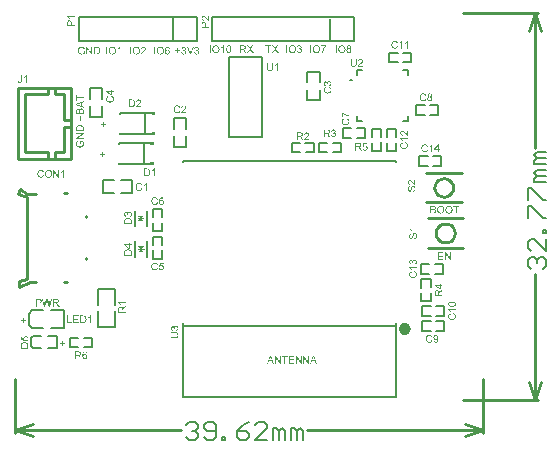
<source format=gto>
G04*
G04 #@! TF.GenerationSoftware,Altium Limited,Altium Designer,20.0.2 (26)*
G04*
G04 Layer_Color=65535*
%FSLAX25Y25*%
%MOIN*%
G70*
G01*
G75*
%ADD10C,0.00500*%
%ADD11C,0.00300*%
%ADD12C,0.01000*%
%ADD13C,0.01968*%
%ADD14C,0.00787*%
%ADD15C,0.00600*%
%ADD16C,0.00394*%
%ADD17C,0.00512*%
G36*
X43676Y52334D02*
X44776Y51434D01*
X42576D01*
X43676Y52334D01*
X42576Y53234D01*
X44776D01*
X43676Y52334D01*
D02*
G37*
G36*
X43524Y62566D02*
X44624Y61666D01*
X42424D01*
X43524Y62566D01*
X42424Y63466D01*
X44624D01*
X43524Y62566D01*
D02*
G37*
G36*
X46718Y80247D02*
Y81347D01*
X47918D01*
Y80247D01*
X46718D01*
D02*
G37*
G36*
Y88147D02*
Y86887D01*
X47918D01*
Y88147D01*
X46718D01*
D02*
G37*
G36*
X47218Y90247D02*
Y91347D01*
X48418D01*
Y90247D01*
X47218D01*
D02*
G37*
G36*
Y98147D02*
Y96887D01*
X48418D01*
Y98147D01*
X47218D01*
D02*
G37*
G36*
X108935Y117744D02*
X108600D01*
Y120263D01*
X108935D01*
Y117744D01*
D02*
G37*
G36*
X113008Y120270D02*
X113037Y120266D01*
X113070Y120263D01*
X113106Y120259D01*
X113143Y120248D01*
X113230Y120226D01*
X113317Y120193D01*
X113361Y120172D01*
X113405Y120146D01*
X113445Y120113D01*
X113485Y120081D01*
X113488Y120077D01*
X113492Y120073D01*
X113503Y120062D01*
X113518Y120048D01*
X113532Y120026D01*
X113550Y120004D01*
X113587Y119949D01*
X113623Y119880D01*
X113656Y119800D01*
X113681Y119709D01*
X113685Y119662D01*
X113689Y119611D01*
Y119607D01*
Y119604D01*
Y119582D01*
X113685Y119549D01*
X113678Y119509D01*
X113667Y119458D01*
X113649Y119407D01*
X113627Y119356D01*
X113594Y119305D01*
X113590Y119298D01*
X113576Y119283D01*
X113554Y119262D01*
X113525Y119232D01*
X113485Y119200D01*
X113438Y119167D01*
X113383Y119134D01*
X113317Y119105D01*
X113321D01*
X113328Y119101D01*
X113339Y119098D01*
X113354Y119090D01*
X113398Y119072D01*
X113449Y119047D01*
X113503Y119010D01*
X113561Y118970D01*
X113616Y118919D01*
X113667Y118861D01*
Y118858D01*
X113671Y118854D01*
X113685Y118832D01*
X113707Y118796D01*
X113729Y118748D01*
X113751Y118690D01*
X113772Y118621D01*
X113787Y118544D01*
X113791Y118461D01*
Y118457D01*
Y118446D01*
Y118428D01*
X113787Y118406D01*
X113783Y118381D01*
X113780Y118348D01*
X113772Y118312D01*
X113761Y118272D01*
X113736Y118188D01*
X113718Y118140D01*
X113692Y118097D01*
X113667Y118049D01*
X113638Y118006D01*
X113601Y117962D01*
X113561Y117918D01*
X113558Y117915D01*
X113550Y117908D01*
X113540Y117897D01*
X113521Y117886D01*
X113496Y117867D01*
X113470Y117849D01*
X113438Y117831D01*
X113401Y117809D01*
X113361Y117787D01*
X113314Y117769D01*
X113263Y117751D01*
X113212Y117733D01*
X113154Y117722D01*
X113092Y117711D01*
X113030Y117704D01*
X112961Y117700D01*
X112924D01*
X112899Y117704D01*
X112866Y117707D01*
X112830Y117711D01*
X112790Y117718D01*
X112746Y117729D01*
X112648Y117755D01*
X112597Y117773D01*
X112549Y117791D01*
X112498Y117816D01*
X112448Y117846D01*
X112400Y117878D01*
X112356Y117918D01*
X112353Y117922D01*
X112346Y117929D01*
X112335Y117940D01*
X112320Y117958D01*
X112305Y117980D01*
X112284Y118006D01*
X112266Y118035D01*
X112244Y118071D01*
X112222Y118108D01*
X112204Y118151D01*
X112167Y118242D01*
X112153Y118297D01*
X112142Y118352D01*
X112134Y118410D01*
X112131Y118468D01*
Y118472D01*
Y118479D01*
Y118493D01*
X112134Y118508D01*
Y118530D01*
X112138Y118555D01*
X112145Y118614D01*
X112160Y118679D01*
X112182Y118745D01*
X112215Y118814D01*
X112255Y118879D01*
Y118883D01*
X112262Y118887D01*
X112276Y118905D01*
X112305Y118934D01*
X112346Y118970D01*
X112397Y119007D01*
X112458Y119047D01*
X112528Y119080D01*
X112611Y119105D01*
X112608D01*
X112604Y119109D01*
X112593Y119112D01*
X112578Y119120D01*
X112546Y119134D01*
X112502Y119156D01*
X112455Y119185D01*
X112407Y119221D01*
X112364Y119262D01*
X112324Y119305D01*
X112320Y119313D01*
X112309Y119327D01*
X112295Y119356D01*
X112280Y119393D01*
X112262Y119440D01*
X112247Y119494D01*
X112236Y119556D01*
X112233Y119622D01*
Y119626D01*
Y119633D01*
Y119647D01*
X112236Y119669D01*
X112240Y119691D01*
X112244Y119720D01*
X112258Y119782D01*
X112280Y119855D01*
X112316Y119931D01*
X112338Y119971D01*
X112364Y120011D01*
X112397Y120048D01*
X112429Y120084D01*
X112433Y120088D01*
X112440Y120091D01*
X112451Y120102D01*
X112466Y120113D01*
X112484Y120128D01*
X112509Y120142D01*
X112539Y120161D01*
X112568Y120179D01*
X112604Y120197D01*
X112644Y120215D01*
X112688Y120230D01*
X112735Y120244D01*
X112837Y120266D01*
X112895Y120270D01*
X112953Y120273D01*
X112986D01*
X113008Y120270D01*
D02*
G37*
G36*
X110686Y120303D02*
X110719D01*
X110751Y120299D01*
X110795Y120292D01*
X110839Y120284D01*
X110933Y120266D01*
X111042Y120237D01*
X111148Y120193D01*
X111203Y120168D01*
X111257Y120139D01*
X111261Y120135D01*
X111268Y120132D01*
X111283Y120121D01*
X111304Y120110D01*
X111326Y120091D01*
X111355Y120070D01*
X111417Y120019D01*
X111483Y119953D01*
X111556Y119873D01*
X111625Y119778D01*
X111683Y119673D01*
Y119669D01*
X111690Y119658D01*
X111698Y119644D01*
X111705Y119622D01*
X111720Y119593D01*
X111730Y119560D01*
X111745Y119520D01*
X111759Y119476D01*
X111770Y119429D01*
X111785Y119378D01*
X111800Y119320D01*
X111811Y119262D01*
X111825Y119134D01*
X111832Y118996D01*
Y118992D01*
Y118978D01*
Y118959D01*
X111829Y118930D01*
Y118898D01*
X111825Y118858D01*
X111818Y118814D01*
X111814Y118766D01*
X111796Y118661D01*
X111767Y118544D01*
X111727Y118428D01*
X111705Y118370D01*
X111676Y118312D01*
Y118308D01*
X111669Y118297D01*
X111661Y118282D01*
X111647Y118261D01*
X111632Y118235D01*
X111614Y118210D01*
X111563Y118140D01*
X111501Y118068D01*
X111428Y117991D01*
X111341Y117918D01*
X111239Y117853D01*
X111235D01*
X111228Y117846D01*
X111210Y117838D01*
X111188Y117827D01*
X111163Y117816D01*
X111133Y117806D01*
X111097Y117791D01*
X111057Y117776D01*
X111013Y117762D01*
X110966Y117747D01*
X110860Y117726D01*
X110748Y117707D01*
X110627Y117700D01*
X110591D01*
X110569Y117704D01*
X110537D01*
X110500Y117711D01*
X110460Y117715D01*
X110413Y117722D01*
X110314Y117744D01*
X110209Y117773D01*
X110100Y117816D01*
X110045Y117842D01*
X109991Y117871D01*
X109987Y117875D01*
X109980Y117878D01*
X109965Y117889D01*
X109943Y117904D01*
X109921Y117918D01*
X109896Y117940D01*
X109834Y117995D01*
X109765Y118060D01*
X109692Y118140D01*
X109626Y118231D01*
X109565Y118337D01*
Y118341D01*
X109557Y118352D01*
X109550Y118366D01*
X109543Y118388D01*
X109532Y118417D01*
X109521Y118450D01*
X109506Y118486D01*
X109495Y118526D01*
X109481Y118574D01*
X109466Y118621D01*
X109444Y118730D01*
X109430Y118843D01*
X109423Y118967D01*
Y118970D01*
Y118974D01*
Y118996D01*
X109426Y119029D01*
Y119072D01*
X109434Y119123D01*
X109441Y119185D01*
X109452Y119254D01*
X109466Y119327D01*
X109481Y119404D01*
X109503Y119484D01*
X109532Y119564D01*
X109565Y119647D01*
X109601Y119728D01*
X109648Y119808D01*
X109699Y119880D01*
X109757Y119949D01*
X109761Y119953D01*
X109772Y119964D01*
X109794Y119982D01*
X109819Y120004D01*
X109852Y120033D01*
X109892Y120062D01*
X109940Y120095D01*
X109994Y120128D01*
X110052Y120161D01*
X110118Y120193D01*
X110191Y120222D01*
X110267Y120252D01*
X110351Y120273D01*
X110438Y120292D01*
X110529Y120303D01*
X110627Y120306D01*
X110660D01*
X110686Y120303D01*
D02*
G37*
G36*
X44530Y119770D02*
X44559Y119766D01*
X44595Y119763D01*
X44635Y119755D01*
X44675Y119748D01*
X44770Y119722D01*
X44865Y119686D01*
X44912Y119664D01*
X44959Y119639D01*
X45003Y119606D01*
X45043Y119570D01*
X45047Y119566D01*
X45054Y119562D01*
X45061Y119548D01*
X45076Y119533D01*
X45094Y119515D01*
X45112Y119490D01*
X45131Y119464D01*
X45152Y119431D01*
X45189Y119362D01*
X45225Y119275D01*
X45240Y119231D01*
X45247Y119180D01*
X45254Y119129D01*
X45258Y119075D01*
Y119067D01*
Y119049D01*
X45254Y119020D01*
X45251Y118980D01*
X45243Y118936D01*
X45229Y118885D01*
X45214Y118831D01*
X45192Y118776D01*
X45189Y118769D01*
X45181Y118751D01*
X45167Y118721D01*
X45145Y118682D01*
X45116Y118638D01*
X45079Y118583D01*
X45036Y118529D01*
X44985Y118467D01*
X44978Y118459D01*
X44959Y118438D01*
X44941Y118419D01*
X44923Y118401D01*
X44901Y118379D01*
X44872Y118350D01*
X44843Y118321D01*
X44807Y118288D01*
X44770Y118252D01*
X44726Y118212D01*
X44679Y118172D01*
X44628Y118125D01*
X44570Y118077D01*
X44512Y118026D01*
X44508Y118023D01*
X44501Y118015D01*
X44486Y118004D01*
X44468Y117990D01*
X44446Y117968D01*
X44421Y117946D01*
X44362Y117899D01*
X44301Y117844D01*
X44242Y117790D01*
X44191Y117742D01*
X44170Y117724D01*
X44151Y117706D01*
X44148Y117702D01*
X44137Y117691D01*
X44122Y117677D01*
X44104Y117655D01*
X44086Y117630D01*
X44064Y117604D01*
X44020Y117542D01*
X45261D01*
Y117244D01*
X43591D01*
Y117247D01*
Y117262D01*
Y117284D01*
X43594Y117313D01*
X43598Y117346D01*
X43605Y117382D01*
X43613Y117418D01*
X43627Y117458D01*
Y117462D01*
X43631Y117466D01*
X43638Y117488D01*
X43653Y117520D01*
X43674Y117564D01*
X43704Y117615D01*
X43740Y117673D01*
X43780Y117731D01*
X43831Y117793D01*
Y117797D01*
X43838Y117801D01*
X43856Y117822D01*
X43889Y117855D01*
X43937Y117903D01*
X43991Y117957D01*
X44060Y118023D01*
X44144Y118095D01*
X44235Y118172D01*
X44239Y118175D01*
X44253Y118186D01*
X44275Y118205D01*
X44301Y118227D01*
X44333Y118256D01*
X44373Y118288D01*
X44413Y118325D01*
X44461Y118365D01*
X44552Y118452D01*
X44643Y118540D01*
X44686Y118583D01*
X44726Y118627D01*
X44763Y118667D01*
X44792Y118707D01*
Y118711D01*
X44799Y118714D01*
X44807Y118725D01*
X44814Y118740D01*
X44839Y118780D01*
X44868Y118827D01*
X44894Y118885D01*
X44919Y118947D01*
X44934Y119016D01*
X44941Y119082D01*
Y119086D01*
Y119089D01*
X44938Y119111D01*
X44934Y119147D01*
X44923Y119187D01*
X44908Y119238D01*
X44883Y119289D01*
X44850Y119340D01*
X44807Y119391D01*
X44799Y119399D01*
X44781Y119413D01*
X44756Y119431D01*
X44715Y119457D01*
X44665Y119479D01*
X44606Y119501D01*
X44537Y119515D01*
X44461Y119519D01*
X44439D01*
X44424Y119515D01*
X44381Y119511D01*
X44330Y119501D01*
X44275Y119486D01*
X44213Y119460D01*
X44155Y119428D01*
X44100Y119384D01*
X44093Y119377D01*
X44078Y119359D01*
X44057Y119329D01*
X44035Y119286D01*
X44009Y119235D01*
X43988Y119169D01*
X43973Y119096D01*
X43966Y119013D01*
X43649Y119045D01*
Y119049D01*
X43653Y119060D01*
Y119078D01*
X43656Y119104D01*
X43664Y119133D01*
X43671Y119166D01*
X43682Y119206D01*
X43693Y119246D01*
X43722Y119333D01*
X43766Y119420D01*
X43791Y119464D01*
X43824Y119508D01*
X43856Y119548D01*
X43893Y119584D01*
X43896Y119588D01*
X43904Y119591D01*
X43915Y119602D01*
X43933Y119613D01*
X43955Y119628D01*
X43980Y119642D01*
X44009Y119661D01*
X44046Y119679D01*
X44086Y119697D01*
X44129Y119715D01*
X44177Y119730D01*
X44228Y119744D01*
X44282Y119755D01*
X44341Y119766D01*
X44403Y119770D01*
X44468Y119773D01*
X44504D01*
X44530Y119770D01*
D02*
G37*
G36*
X40435Y117244D02*
X40100D01*
Y119763D01*
X40435D01*
Y117244D01*
D02*
G37*
G36*
X42186Y119803D02*
X42219D01*
X42251Y119799D01*
X42295Y119792D01*
X42339Y119784D01*
X42433Y119766D01*
X42542Y119737D01*
X42648Y119693D01*
X42703Y119668D01*
X42757Y119639D01*
X42761Y119635D01*
X42768Y119632D01*
X42783Y119621D01*
X42805Y119610D01*
X42826Y119591D01*
X42856Y119570D01*
X42917Y119519D01*
X42983Y119453D01*
X43056Y119373D01*
X43125Y119278D01*
X43183Y119173D01*
Y119169D01*
X43190Y119158D01*
X43198Y119144D01*
X43205Y119122D01*
X43220Y119093D01*
X43230Y119060D01*
X43245Y119020D01*
X43260Y118976D01*
X43270Y118929D01*
X43285Y118878D01*
X43300Y118820D01*
X43310Y118762D01*
X43325Y118634D01*
X43332Y118496D01*
Y118492D01*
Y118478D01*
Y118459D01*
X43329Y118430D01*
Y118398D01*
X43325Y118358D01*
X43318Y118314D01*
X43314Y118266D01*
X43296Y118161D01*
X43267Y118044D01*
X43227Y117928D01*
X43205Y117870D01*
X43176Y117812D01*
Y117808D01*
X43169Y117797D01*
X43161Y117782D01*
X43147Y117761D01*
X43132Y117735D01*
X43114Y117710D01*
X43063Y117640D01*
X43001Y117568D01*
X42928Y117491D01*
X42841Y117418D01*
X42739Y117353D01*
X42735D01*
X42728Y117346D01*
X42710Y117338D01*
X42688Y117327D01*
X42663Y117316D01*
X42633Y117306D01*
X42597Y117291D01*
X42557Y117276D01*
X42513Y117262D01*
X42466Y117247D01*
X42360Y117226D01*
X42248Y117207D01*
X42127Y117200D01*
X42091D01*
X42069Y117204D01*
X42037D01*
X42000Y117211D01*
X41960Y117215D01*
X41913Y117222D01*
X41814Y117244D01*
X41709Y117273D01*
X41600Y117316D01*
X41545Y117342D01*
X41491Y117371D01*
X41487Y117375D01*
X41480Y117378D01*
X41465Y117389D01*
X41443Y117404D01*
X41421Y117418D01*
X41396Y117440D01*
X41334Y117495D01*
X41265Y117560D01*
X41192Y117640D01*
X41126Y117731D01*
X41065Y117837D01*
Y117841D01*
X41057Y117852D01*
X41050Y117866D01*
X41043Y117888D01*
X41032Y117917D01*
X41021Y117950D01*
X41006Y117986D01*
X40995Y118026D01*
X40981Y118074D01*
X40966Y118121D01*
X40944Y118230D01*
X40930Y118343D01*
X40923Y118467D01*
Y118470D01*
Y118474D01*
Y118496D01*
X40926Y118529D01*
Y118572D01*
X40934Y118623D01*
X40941Y118685D01*
X40952Y118754D01*
X40966Y118827D01*
X40981Y118904D01*
X41003Y118984D01*
X41032Y119064D01*
X41065Y119147D01*
X41101Y119228D01*
X41148Y119308D01*
X41199Y119380D01*
X41258Y119449D01*
X41261Y119453D01*
X41272Y119464D01*
X41294Y119482D01*
X41319Y119504D01*
X41352Y119533D01*
X41392Y119562D01*
X41440Y119595D01*
X41494Y119628D01*
X41552Y119661D01*
X41618Y119693D01*
X41691Y119722D01*
X41767Y119752D01*
X41851Y119773D01*
X41938Y119792D01*
X42029Y119803D01*
X42127Y119806D01*
X42160D01*
X42186Y119803D01*
D02*
G37*
G36*
X105287Y119986D02*
X105283Y119982D01*
X105276Y119975D01*
X105262Y119960D01*
X105247Y119939D01*
X105225Y119913D01*
X105196Y119884D01*
X105167Y119848D01*
X105134Y119804D01*
X105101Y119760D01*
X105061Y119709D01*
X105021Y119651D01*
X104981Y119593D01*
X104938Y119527D01*
X104894Y119458D01*
X104850Y119382D01*
X104806Y119305D01*
X104803Y119302D01*
X104796Y119287D01*
X104785Y119265D01*
X104766Y119232D01*
X104748Y119192D01*
X104726Y119149D01*
X104701Y119098D01*
X104675Y119039D01*
X104646Y118974D01*
X104614Y118909D01*
X104585Y118836D01*
X104555Y118759D01*
X104497Y118603D01*
X104443Y118435D01*
Y118432D01*
X104439Y118421D01*
X104435Y118403D01*
X104428Y118381D01*
X104421Y118352D01*
X104413Y118315D01*
X104402Y118275D01*
X104395Y118231D01*
X104384Y118181D01*
X104373Y118126D01*
X104355Y118009D01*
X104337Y117882D01*
X104326Y117744D01*
X104009D01*
Y117747D01*
Y117758D01*
Y117773D01*
X104013Y117795D01*
Y117824D01*
X104017Y117860D01*
X104020Y117900D01*
X104024Y117944D01*
X104031Y117995D01*
X104039Y118046D01*
X104049Y118108D01*
X104060Y118170D01*
X104071Y118235D01*
X104086Y118308D01*
X104122Y118457D01*
Y118461D01*
X104126Y118475D01*
X104133Y118497D01*
X104144Y118530D01*
X104155Y118566D01*
X104169Y118610D01*
X104184Y118661D01*
X104206Y118716D01*
X104228Y118777D01*
X104250Y118839D01*
X104304Y118978D01*
X104370Y119123D01*
X104443Y119269D01*
X104446Y119272D01*
X104453Y119287D01*
X104464Y119305D01*
X104479Y119334D01*
X104497Y119367D01*
X104523Y119407D01*
X104548Y119451D01*
X104577Y119498D01*
X104646Y119604D01*
X104719Y119713D01*
X104803Y119826D01*
X104890Y119931D01*
X103656D01*
Y120230D01*
X105287D01*
Y119986D01*
D02*
G37*
G36*
X100435Y117744D02*
X100100D01*
Y120263D01*
X100435D01*
Y117744D01*
D02*
G37*
G36*
X102186Y120303D02*
X102218D01*
X102251Y120299D01*
X102295Y120292D01*
X102339Y120284D01*
X102433Y120266D01*
X102542Y120237D01*
X102648Y120193D01*
X102703Y120168D01*
X102757Y120139D01*
X102761Y120135D01*
X102768Y120132D01*
X102783Y120121D01*
X102805Y120110D01*
X102826Y120091D01*
X102856Y120070D01*
X102917Y120019D01*
X102983Y119953D01*
X103056Y119873D01*
X103125Y119778D01*
X103183Y119673D01*
Y119669D01*
X103190Y119658D01*
X103198Y119644D01*
X103205Y119622D01*
X103219Y119593D01*
X103230Y119560D01*
X103245Y119520D01*
X103260Y119476D01*
X103270Y119429D01*
X103285Y119378D01*
X103300Y119320D01*
X103311Y119262D01*
X103325Y119134D01*
X103332Y118996D01*
Y118992D01*
Y118978D01*
Y118959D01*
X103329Y118930D01*
Y118898D01*
X103325Y118858D01*
X103318Y118814D01*
X103314Y118766D01*
X103296Y118661D01*
X103267Y118544D01*
X103227Y118428D01*
X103205Y118370D01*
X103176Y118312D01*
Y118308D01*
X103168Y118297D01*
X103161Y118282D01*
X103147Y118261D01*
X103132Y118235D01*
X103114Y118210D01*
X103063Y118140D01*
X103001Y118068D01*
X102928Y117991D01*
X102841Y117918D01*
X102739Y117853D01*
X102735D01*
X102728Y117846D01*
X102710Y117838D01*
X102688Y117827D01*
X102663Y117816D01*
X102633Y117806D01*
X102597Y117791D01*
X102557Y117776D01*
X102513Y117762D01*
X102466Y117747D01*
X102360Y117726D01*
X102248Y117707D01*
X102128Y117700D01*
X102091D01*
X102069Y117704D01*
X102036D01*
X102000Y117711D01*
X101960Y117715D01*
X101913Y117722D01*
X101814Y117744D01*
X101709Y117773D01*
X101600Y117816D01*
X101545Y117842D01*
X101490Y117871D01*
X101487Y117875D01*
X101480Y117878D01*
X101465Y117889D01*
X101443Y117904D01*
X101421Y117918D01*
X101396Y117940D01*
X101334Y117995D01*
X101265Y118060D01*
X101192Y118140D01*
X101127Y118231D01*
X101065Y118337D01*
Y118341D01*
X101057Y118352D01*
X101050Y118366D01*
X101043Y118388D01*
X101032Y118417D01*
X101021Y118450D01*
X101006Y118486D01*
X100995Y118526D01*
X100981Y118574D01*
X100966Y118621D01*
X100944Y118730D01*
X100930Y118843D01*
X100923Y118967D01*
Y118970D01*
Y118974D01*
Y118996D01*
X100926Y119029D01*
Y119072D01*
X100934Y119123D01*
X100941Y119185D01*
X100952Y119254D01*
X100966Y119327D01*
X100981Y119404D01*
X101003Y119484D01*
X101032Y119564D01*
X101065Y119647D01*
X101101Y119728D01*
X101148Y119808D01*
X101199Y119880D01*
X101258Y119949D01*
X101261Y119953D01*
X101272Y119964D01*
X101294Y119982D01*
X101319Y120004D01*
X101352Y120033D01*
X101392Y120062D01*
X101439Y120095D01*
X101494Y120128D01*
X101552Y120161D01*
X101618Y120193D01*
X101691Y120222D01*
X101767Y120252D01*
X101851Y120273D01*
X101938Y120292D01*
X102029Y120303D01*
X102128Y120306D01*
X102160D01*
X102186Y120303D01*
D02*
G37*
G36*
X96501Y120270D02*
X96548Y120263D01*
X96606Y120252D01*
X96672Y120233D01*
X96737Y120212D01*
X96803Y120183D01*
X96807D01*
X96810Y120179D01*
X96832Y120168D01*
X96865Y120146D01*
X96901Y120121D01*
X96945Y120084D01*
X96988Y120044D01*
X97032Y119997D01*
X97069Y119942D01*
X97072Y119935D01*
X97083Y119917D01*
X97098Y119884D01*
X97116Y119844D01*
X97134Y119797D01*
X97149Y119742D01*
X97160Y119680D01*
X97163Y119618D01*
Y119611D01*
Y119589D01*
X97160Y119560D01*
X97152Y119520D01*
X97141Y119473D01*
X97123Y119422D01*
X97101Y119371D01*
X97072Y119320D01*
X97069Y119313D01*
X97058Y119298D01*
X97036Y119272D01*
X97007Y119243D01*
X96970Y119211D01*
X96927Y119174D01*
X96876Y119141D01*
X96814Y119109D01*
X96817D01*
X96825Y119105D01*
X96836Y119101D01*
X96850Y119098D01*
X96890Y119083D01*
X96941Y119061D01*
X96999Y119032D01*
X97058Y118996D01*
X97112Y118948D01*
X97163Y118894D01*
X97167Y118887D01*
X97181Y118865D01*
X97203Y118828D01*
X97225Y118781D01*
X97247Y118723D01*
X97269Y118654D01*
X97283Y118574D01*
X97287Y118486D01*
Y118483D01*
Y118472D01*
Y118454D01*
X97283Y118432D01*
X97280Y118403D01*
X97272Y118370D01*
X97265Y118333D01*
X97258Y118293D01*
X97229Y118206D01*
X97207Y118159D01*
X97185Y118115D01*
X97156Y118068D01*
X97123Y118020D01*
X97087Y117973D01*
X97043Y117929D01*
X97040Y117926D01*
X97032Y117918D01*
X97018Y117908D01*
X96999Y117893D01*
X96978Y117875D01*
X96948Y117857D01*
X96916Y117835D01*
X96876Y117816D01*
X96836Y117795D01*
X96788Y117773D01*
X96741Y117755D01*
X96686Y117736D01*
X96628Y117722D01*
X96566Y117711D01*
X96504Y117704D01*
X96435Y117700D01*
X96403D01*
X96381Y117704D01*
X96351Y117707D01*
X96319Y117711D01*
X96282Y117718D01*
X96242Y117726D01*
X96155Y117747D01*
X96064Y117784D01*
X96017Y117806D01*
X95973Y117831D01*
X95929Y117864D01*
X95886Y117897D01*
X95882Y117900D01*
X95875Y117908D01*
X95864Y117918D01*
X95853Y117933D01*
X95835Y117951D01*
X95816Y117977D01*
X95795Y118002D01*
X95773Y118035D01*
X95751Y118071D01*
X95729Y118108D01*
X95689Y118195D01*
X95656Y118297D01*
X95645Y118352D01*
X95638Y118410D01*
X95947Y118450D01*
Y118446D01*
X95951Y118439D01*
X95955Y118424D01*
X95958Y118406D01*
X95962Y118384D01*
X95969Y118359D01*
X95987Y118304D01*
X96013Y118239D01*
X96046Y118177D01*
X96082Y118119D01*
X96126Y118068D01*
X96133Y118064D01*
X96148Y118049D01*
X96177Y118031D01*
X96213Y118013D01*
X96257Y117991D01*
X96311Y117973D01*
X96373Y117958D01*
X96439Y117955D01*
X96461D01*
X96475Y117958D01*
X96515Y117962D01*
X96566Y117973D01*
X96624Y117991D01*
X96686Y118017D01*
X96748Y118053D01*
X96807Y118104D01*
X96814Y118111D01*
X96832Y118133D01*
X96854Y118166D01*
X96883Y118210D01*
X96912Y118264D01*
X96934Y118326D01*
X96952Y118399D01*
X96959Y118479D01*
Y118483D01*
Y118490D01*
Y118501D01*
X96956Y118515D01*
X96952Y118555D01*
X96941Y118603D01*
X96927Y118661D01*
X96901Y118719D01*
X96865Y118777D01*
X96817Y118832D01*
X96810Y118839D01*
X96792Y118854D01*
X96763Y118876D01*
X96723Y118901D01*
X96672Y118927D01*
X96610Y118948D01*
X96541Y118963D01*
X96464Y118970D01*
X96432D01*
X96406Y118967D01*
X96373Y118963D01*
X96337Y118956D01*
X96293Y118948D01*
X96246Y118938D01*
X96282Y119211D01*
X96301D01*
X96315Y119207D01*
X96362D01*
X96403Y119214D01*
X96450Y119221D01*
X96504Y119232D01*
X96566Y119251D01*
X96624Y119276D01*
X96686Y119309D01*
X96690D01*
X96694Y119313D01*
X96712Y119327D01*
X96737Y119353D01*
X96767Y119385D01*
X96796Y119433D01*
X96821Y119487D01*
X96839Y119549D01*
X96847Y119586D01*
Y119626D01*
Y119629D01*
Y119633D01*
Y119655D01*
X96839Y119684D01*
X96832Y119724D01*
X96817Y119767D01*
X96799Y119815D01*
X96770Y119862D01*
X96730Y119906D01*
X96726Y119910D01*
X96708Y119924D01*
X96683Y119942D01*
X96650Y119964D01*
X96606Y119982D01*
X96555Y120001D01*
X96497Y120015D01*
X96432Y120019D01*
X96403D01*
X96370Y120011D01*
X96326Y120004D01*
X96279Y119990D01*
X96231Y119971D01*
X96180Y119942D01*
X96133Y119906D01*
X96130Y119902D01*
X96115Y119884D01*
X96093Y119859D01*
X96068Y119822D01*
X96042Y119775D01*
X96017Y119717D01*
X95995Y119647D01*
X95980Y119567D01*
X95671Y119622D01*
Y119626D01*
X95675Y119636D01*
X95678Y119651D01*
X95682Y119673D01*
X95689Y119698D01*
X95700Y119728D01*
X95722Y119797D01*
X95758Y119877D01*
X95802Y119957D01*
X95856Y120033D01*
X95926Y120102D01*
X95929Y120106D01*
X95937Y120110D01*
X95947Y120117D01*
X95962Y120128D01*
X95980Y120142D01*
X96006Y120157D01*
X96031Y120172D01*
X96064Y120190D01*
X96137Y120219D01*
X96220Y120248D01*
X96319Y120266D01*
X96370Y120273D01*
X96461D01*
X96501Y120270D01*
D02*
G37*
G36*
X92435Y117744D02*
X92100D01*
Y120263D01*
X92435D01*
Y117744D01*
D02*
G37*
G36*
X94186Y120303D02*
X94218D01*
X94251Y120299D01*
X94295Y120292D01*
X94339Y120284D01*
X94433Y120266D01*
X94542Y120237D01*
X94648Y120193D01*
X94703Y120168D01*
X94757Y120139D01*
X94761Y120135D01*
X94768Y120132D01*
X94783Y120121D01*
X94805Y120110D01*
X94826Y120091D01*
X94855Y120070D01*
X94917Y120019D01*
X94983Y119953D01*
X95056Y119873D01*
X95125Y119778D01*
X95183Y119673D01*
Y119669D01*
X95190Y119658D01*
X95198Y119644D01*
X95205Y119622D01*
X95219Y119593D01*
X95230Y119560D01*
X95245Y119520D01*
X95259Y119476D01*
X95270Y119429D01*
X95285Y119378D01*
X95300Y119320D01*
X95310Y119262D01*
X95325Y119134D01*
X95332Y118996D01*
Y118992D01*
Y118978D01*
Y118959D01*
X95329Y118930D01*
Y118898D01*
X95325Y118858D01*
X95318Y118814D01*
X95314Y118766D01*
X95296Y118661D01*
X95267Y118544D01*
X95227Y118428D01*
X95205Y118370D01*
X95176Y118312D01*
Y118308D01*
X95169Y118297D01*
X95161Y118282D01*
X95147Y118261D01*
X95132Y118235D01*
X95114Y118210D01*
X95063Y118140D01*
X95001Y118068D01*
X94928Y117991D01*
X94841Y117918D01*
X94739Y117853D01*
X94735D01*
X94728Y117846D01*
X94710Y117838D01*
X94688Y117827D01*
X94663Y117816D01*
X94633Y117806D01*
X94597Y117791D01*
X94557Y117776D01*
X94513Y117762D01*
X94466Y117747D01*
X94360Y117726D01*
X94248Y117707D01*
X94128Y117700D01*
X94091D01*
X94069Y117704D01*
X94037D01*
X94000Y117711D01*
X93960Y117715D01*
X93913Y117722D01*
X93814Y117744D01*
X93709Y117773D01*
X93600Y117816D01*
X93545Y117842D01*
X93490Y117871D01*
X93487Y117875D01*
X93480Y117878D01*
X93465Y117889D01*
X93443Y117904D01*
X93421Y117918D01*
X93396Y117940D01*
X93334Y117995D01*
X93265Y118060D01*
X93192Y118140D01*
X93126Y118231D01*
X93065Y118337D01*
Y118341D01*
X93057Y118352D01*
X93050Y118366D01*
X93043Y118388D01*
X93032Y118417D01*
X93021Y118450D01*
X93006Y118486D01*
X92995Y118526D01*
X92981Y118574D01*
X92966Y118621D01*
X92945Y118730D01*
X92930Y118843D01*
X92923Y118967D01*
Y118970D01*
Y118974D01*
Y118996D01*
X92926Y119029D01*
Y119072D01*
X92934Y119123D01*
X92941Y119185D01*
X92952Y119254D01*
X92966Y119327D01*
X92981Y119404D01*
X93003Y119484D01*
X93032Y119564D01*
X93065Y119647D01*
X93101Y119728D01*
X93148Y119808D01*
X93199Y119880D01*
X93257Y119949D01*
X93261Y119953D01*
X93272Y119964D01*
X93294Y119982D01*
X93319Y120004D01*
X93352Y120033D01*
X93392Y120062D01*
X93440Y120095D01*
X93494Y120128D01*
X93552Y120161D01*
X93618Y120193D01*
X93691Y120222D01*
X93767Y120252D01*
X93851Y120273D01*
X93938Y120292D01*
X94029Y120303D01*
X94128Y120306D01*
X94160D01*
X94186Y120303D01*
D02*
G37*
G36*
X23359Y93644D02*
X23388D01*
X23457Y93640D01*
X23537Y93629D01*
X23621Y93618D01*
X23708Y93600D01*
X23796Y93578D01*
X23799D01*
X23807Y93575D01*
X23817Y93571D01*
X23832Y93567D01*
X23872Y93553D01*
X23923Y93531D01*
X23981Y93509D01*
X24039Y93480D01*
X24101Y93444D01*
X24160Y93407D01*
X24167Y93404D01*
X24185Y93389D01*
X24211Y93367D01*
X24243Y93338D01*
X24280Y93305D01*
X24316Y93265D01*
X24356Y93225D01*
X24389Y93178D01*
X24393Y93171D01*
X24403Y93156D01*
X24418Y93131D01*
X24436Y93094D01*
X24458Y93050D01*
X24476Y93000D01*
X24498Y92941D01*
X24516Y92876D01*
Y92869D01*
X24520Y92858D01*
X24524Y92847D01*
X24527Y92810D01*
X24534Y92759D01*
X24542Y92701D01*
X24549Y92632D01*
X24553Y92555D01*
X24556Y92472D01*
Y91565D01*
X22037D01*
Y92534D01*
X22041Y92599D01*
X22045Y92672D01*
X22052Y92745D01*
X22063Y92817D01*
X22074Y92879D01*
Y92883D01*
X22077Y92890D01*
Y92901D01*
X22085Y92916D01*
X22096Y92956D01*
X22114Y93007D01*
X22139Y93065D01*
X22172Y93127D01*
X22208Y93189D01*
X22256Y93247D01*
X22260Y93251D01*
X22263Y93254D01*
X22274Y93265D01*
X22285Y93280D01*
X22321Y93316D01*
X22372Y93360D01*
X22434Y93407D01*
X22507Y93458D01*
X22591Y93506D01*
X22685Y93546D01*
X22689D01*
X22696Y93549D01*
X22711Y93556D01*
X22733Y93560D01*
X22758Y93571D01*
X22787Y93578D01*
X22820Y93586D01*
X22860Y93597D01*
X22900Y93607D01*
X22947Y93615D01*
X23049Y93633D01*
X23162Y93644D01*
X23286Y93647D01*
X23290D01*
X23297D01*
X23315D01*
X23333D01*
X23359Y93644D01*
D02*
G37*
G36*
X24556Y90659D02*
X22580Y89341D01*
X24556D01*
Y89021D01*
X22037D01*
Y89363D01*
X24018Y90684D01*
X22037D01*
Y91005D01*
X24556D01*
Y90659D01*
D02*
G37*
G36*
X24211Y88530D02*
X24214Y88522D01*
X24225Y88508D01*
X24240Y88490D01*
X24254Y88468D01*
X24272Y88442D01*
X24294Y88410D01*
X24316Y88377D01*
X24363Y88300D01*
X24414Y88213D01*
X24462Y88122D01*
X24502Y88024D01*
Y88020D01*
X24505Y88013D01*
X24509Y87998D01*
X24516Y87980D01*
X24524Y87954D01*
X24534Y87925D01*
X24542Y87893D01*
X24549Y87860D01*
X24567Y87780D01*
X24585Y87689D01*
X24596Y87590D01*
X24600Y87489D01*
Y87452D01*
X24596Y87427D01*
Y87394D01*
X24593Y87354D01*
X24585Y87310D01*
X24582Y87263D01*
X24560Y87157D01*
X24534Y87045D01*
X24494Y86928D01*
X24473Y86870D01*
X24443Y86812D01*
X24440Y86808D01*
X24436Y86797D01*
X24425Y86782D01*
X24414Y86761D01*
X24396Y86735D01*
X24378Y86710D01*
X24327Y86640D01*
X24261Y86568D01*
X24181Y86491D01*
X24090Y86418D01*
X23985Y86353D01*
X23981D01*
X23970Y86346D01*
X23956Y86338D01*
X23930Y86327D01*
X23905Y86317D01*
X23868Y86306D01*
X23832Y86291D01*
X23788Y86276D01*
X23741Y86262D01*
X23686Y86247D01*
X23632Y86236D01*
X23573Y86225D01*
X23446Y86207D01*
X23311Y86200D01*
X23308D01*
X23293D01*
X23275D01*
X23250Y86204D01*
X23217D01*
X23177Y86207D01*
X23137Y86215D01*
X23089Y86218D01*
X23038Y86229D01*
X22984Y86236D01*
X22867Y86265D01*
X22747Y86302D01*
X22627Y86353D01*
X22624Y86357D01*
X22613Y86360D01*
X22598Y86367D01*
X22576Y86382D01*
X22547Y86397D01*
X22518Y86415D01*
X22449Y86466D01*
X22369Y86528D01*
X22292Y86604D01*
X22216Y86691D01*
X22183Y86742D01*
X22150Y86793D01*
X22147Y86797D01*
X22143Y86808D01*
X22136Y86822D01*
X22125Y86844D01*
X22114Y86873D01*
X22099Y86906D01*
X22085Y86943D01*
X22070Y86986D01*
X22056Y87034D01*
X22045Y87085D01*
X22030Y87139D01*
X22019Y87197D01*
X22001Y87325D01*
X21994Y87390D01*
Y87507D01*
X21997Y87529D01*
Y87558D01*
X22005Y87627D01*
X22016Y87703D01*
X22034Y87783D01*
X22056Y87871D01*
X22085Y87954D01*
Y87958D01*
X22088Y87965D01*
X22092Y87976D01*
X22099Y87991D01*
X22121Y88031D01*
X22147Y88082D01*
X22183Y88137D01*
X22227Y88195D01*
X22274Y88249D01*
X22332Y88300D01*
X22340Y88308D01*
X22361Y88322D01*
X22394Y88344D01*
X22442Y88373D01*
X22500Y88402D01*
X22572Y88435D01*
X22653Y88468D01*
X22744Y88493D01*
X22824Y88191D01*
X22820D01*
X22816Y88187D01*
X22806Y88184D01*
X22791Y88180D01*
X22758Y88169D01*
X22715Y88155D01*
X22663Y88133D01*
X22616Y88107D01*
X22565Y88082D01*
X22522Y88049D01*
X22518Y88046D01*
X22503Y88035D01*
X22485Y88013D01*
X22460Y87987D01*
X22431Y87954D01*
X22401Y87911D01*
X22372Y87863D01*
X22347Y87809D01*
X22343Y87802D01*
X22336Y87783D01*
X22325Y87751D01*
X22310Y87707D01*
X22299Y87656D01*
X22289Y87598D01*
X22281Y87532D01*
X22278Y87463D01*
Y87423D01*
X22281Y87405D01*
Y87383D01*
X22285Y87328D01*
X22296Y87266D01*
X22307Y87197D01*
X22325Y87132D01*
X22351Y87066D01*
X22354Y87059D01*
X22361Y87037D01*
X22380Y87008D01*
X22398Y86972D01*
X22427Y86928D01*
X22456Y86881D01*
X22492Y86837D01*
X22533Y86797D01*
X22536Y86793D01*
X22551Y86779D01*
X22576Y86761D01*
X22605Y86739D01*
X22642Y86713D01*
X22685Y86688D01*
X22733Y86662D01*
X22784Y86637D01*
X22787D01*
X22795Y86633D01*
X22806Y86629D01*
X22824Y86622D01*
X22846Y86615D01*
X22871Y86608D01*
X22900Y86597D01*
X22933Y86589D01*
X23009Y86571D01*
X23097Y86557D01*
X23188Y86546D01*
X23290Y86542D01*
X23293D01*
X23304D01*
X23322D01*
X23344Y86546D01*
X23373D01*
X23410Y86549D01*
X23446Y86553D01*
X23486Y86557D01*
X23577Y86571D01*
X23672Y86589D01*
X23766Y86619D01*
X23857Y86655D01*
X23861D01*
X23868Y86662D01*
X23879Y86666D01*
X23894Y86677D01*
X23934Y86702D01*
X23985Y86742D01*
X24039Y86790D01*
X24094Y86848D01*
X24145Y86917D01*
X24192Y86993D01*
Y86997D01*
X24196Y87004D01*
X24203Y87015D01*
X24211Y87034D01*
X24218Y87052D01*
X24225Y87077D01*
X24247Y87135D01*
X24265Y87208D01*
X24283Y87288D01*
X24298Y87376D01*
X24302Y87467D01*
Y87503D01*
X24298Y87525D01*
Y87547D01*
X24291Y87601D01*
X24283Y87667D01*
X24269Y87736D01*
X24247Y87813D01*
X24221Y87889D01*
Y87893D01*
X24218Y87900D01*
X24214Y87907D01*
X24207Y87922D01*
X24189Y87962D01*
X24167Y88005D01*
X24141Y88056D01*
X24112Y88111D01*
X24080Y88162D01*
X24043Y88206D01*
X23570D01*
Y87463D01*
X23271D01*
Y88533D01*
X24207D01*
X24211Y88530D01*
D02*
G37*
G36*
X52577Y119770D02*
X52603D01*
X52632Y119766D01*
X52701Y119752D01*
X52777Y119733D01*
X52858Y119704D01*
X52938Y119661D01*
X52978Y119635D01*
X53014Y119606D01*
X53018Y119602D01*
X53021Y119599D01*
X53032Y119588D01*
X53043Y119577D01*
X53061Y119559D01*
X53076Y119537D01*
X53116Y119486D01*
X53156Y119420D01*
X53192Y119340D01*
X53225Y119249D01*
X53247Y119147D01*
X52938Y119122D01*
Y119126D01*
X52934Y119129D01*
X52930Y119151D01*
X52919Y119184D01*
X52905Y119224D01*
X52890Y119267D01*
X52868Y119311D01*
X52843Y119351D01*
X52817Y119384D01*
X52810Y119391D01*
X52796Y119406D01*
X52770Y119428D01*
X52734Y119453D01*
X52686Y119475D01*
X52635Y119497D01*
X52574Y119511D01*
X52508Y119519D01*
X52483D01*
X52453Y119515D01*
X52421Y119508D01*
X52377Y119497D01*
X52333Y119482D01*
X52290Y119464D01*
X52246Y119435D01*
X52239Y119431D01*
X52220Y119417D01*
X52195Y119391D01*
X52162Y119355D01*
X52126Y119311D01*
X52086Y119260D01*
X52049Y119195D01*
X52013Y119122D01*
Y119118D01*
X52009Y119111D01*
X52006Y119100D01*
X51998Y119086D01*
X51995Y119064D01*
X51987Y119038D01*
X51980Y119009D01*
X51973Y118973D01*
X51962Y118933D01*
X51955Y118889D01*
X51947Y118842D01*
X51944Y118791D01*
X51937Y118732D01*
X51933Y118674D01*
X51929Y118609D01*
Y118543D01*
X51933Y118547D01*
X51947Y118569D01*
X51973Y118598D01*
X52006Y118634D01*
X52042Y118678D01*
X52089Y118718D01*
X52140Y118758D01*
X52199Y118794D01*
X52202D01*
X52206Y118798D01*
X52228Y118809D01*
X52261Y118820D01*
X52304Y118838D01*
X52355Y118853D01*
X52413Y118863D01*
X52475Y118874D01*
X52541Y118878D01*
X52570D01*
X52592Y118874D01*
X52621Y118871D01*
X52650Y118867D01*
X52686Y118860D01*
X52723Y118849D01*
X52807Y118823D01*
X52850Y118805D01*
X52894Y118780D01*
X52938Y118754D01*
X52985Y118725D01*
X53029Y118689D01*
X53069Y118649D01*
X53072Y118645D01*
X53079Y118638D01*
X53090Y118627D01*
X53101Y118609D01*
X53120Y118583D01*
X53138Y118558D01*
X53156Y118525D01*
X53178Y118489D01*
X53200Y118448D01*
X53218Y118405D01*
X53236Y118354D01*
X53254Y118303D01*
X53265Y118248D01*
X53276Y118186D01*
X53283Y118125D01*
X53287Y118059D01*
Y118055D01*
Y118048D01*
Y118037D01*
Y118019D01*
X53283Y117997D01*
Y117975D01*
X53272Y117917D01*
X53262Y117848D01*
X53243Y117775D01*
X53218Y117695D01*
X53181Y117619D01*
Y117615D01*
X53178Y117611D01*
X53171Y117600D01*
X53163Y117586D01*
X53141Y117549D01*
X53109Y117502D01*
X53069Y117451D01*
X53021Y117400D01*
X52963Y117349D01*
X52901Y117306D01*
X52898D01*
X52894Y117302D01*
X52883Y117295D01*
X52868Y117291D01*
X52832Y117273D01*
X52785Y117255D01*
X52723Y117233D01*
X52654Y117218D01*
X52577Y117204D01*
X52494Y117200D01*
X52475D01*
X52457Y117204D01*
X52428D01*
X52395Y117207D01*
X52359Y117215D01*
X52315Y117226D01*
X52271Y117236D01*
X52220Y117251D01*
X52170Y117269D01*
X52119Y117291D01*
X52064Y117320D01*
X52013Y117353D01*
X51962Y117389D01*
X51911Y117433D01*
X51864Y117484D01*
X51860Y117488D01*
X51853Y117499D01*
X51842Y117513D01*
X51827Y117538D01*
X51806Y117571D01*
X51787Y117608D01*
X51766Y117655D01*
X51744Y117706D01*
X51718Y117768D01*
X51696Y117837D01*
X51678Y117913D01*
X51660Y117997D01*
X51642Y118092D01*
X51631Y118194D01*
X51623Y118303D01*
X51620Y118419D01*
Y118423D01*
Y118427D01*
Y118438D01*
Y118452D01*
X51623Y118489D01*
Y118540D01*
X51627Y118598D01*
X51634Y118667D01*
X51642Y118743D01*
X51653Y118827D01*
X51667Y118911D01*
X51685Y119002D01*
X51707Y119089D01*
X51733Y119176D01*
X51766Y119260D01*
X51802Y119340D01*
X51842Y119417D01*
X51889Y119482D01*
X51893Y119486D01*
X51900Y119493D01*
X51915Y119508D01*
X51933Y119530D01*
X51955Y119551D01*
X51984Y119573D01*
X52020Y119602D01*
X52057Y119628D01*
X52100Y119653D01*
X52148Y119683D01*
X52202Y119704D01*
X52257Y119730D01*
X52319Y119748D01*
X52384Y119763D01*
X52453Y119770D01*
X52526Y119773D01*
X52555D01*
X52577Y119770D01*
D02*
G37*
G36*
X48435Y117244D02*
X48100D01*
Y119763D01*
X48435D01*
Y117244D01*
D02*
G37*
G36*
X50186Y119803D02*
X50218D01*
X50251Y119799D01*
X50295Y119792D01*
X50339Y119784D01*
X50433Y119766D01*
X50542Y119737D01*
X50648Y119693D01*
X50703Y119668D01*
X50757Y119639D01*
X50761Y119635D01*
X50768Y119632D01*
X50783Y119621D01*
X50805Y119610D01*
X50826Y119591D01*
X50855Y119570D01*
X50917Y119519D01*
X50983Y119453D01*
X51056Y119373D01*
X51125Y119278D01*
X51183Y119173D01*
Y119169D01*
X51190Y119158D01*
X51198Y119144D01*
X51205Y119122D01*
X51219Y119093D01*
X51230Y119060D01*
X51245Y119020D01*
X51259Y118976D01*
X51270Y118929D01*
X51285Y118878D01*
X51300Y118820D01*
X51310Y118762D01*
X51325Y118634D01*
X51332Y118496D01*
Y118492D01*
Y118478D01*
Y118459D01*
X51329Y118430D01*
Y118398D01*
X51325Y118358D01*
X51318Y118314D01*
X51314Y118266D01*
X51296Y118161D01*
X51267Y118044D01*
X51227Y117928D01*
X51205Y117870D01*
X51176Y117812D01*
Y117808D01*
X51169Y117797D01*
X51161Y117782D01*
X51147Y117761D01*
X51132Y117735D01*
X51114Y117710D01*
X51063Y117640D01*
X51001Y117568D01*
X50928Y117491D01*
X50841Y117418D01*
X50739Y117353D01*
X50735D01*
X50728Y117346D01*
X50710Y117338D01*
X50688Y117327D01*
X50663Y117316D01*
X50633Y117306D01*
X50597Y117291D01*
X50557Y117276D01*
X50513Y117262D01*
X50466Y117247D01*
X50360Y117226D01*
X50248Y117207D01*
X50128Y117200D01*
X50091D01*
X50069Y117204D01*
X50037D01*
X50000Y117211D01*
X49960Y117215D01*
X49913Y117222D01*
X49814Y117244D01*
X49709Y117273D01*
X49600Y117316D01*
X49545Y117342D01*
X49490Y117371D01*
X49487Y117375D01*
X49480Y117378D01*
X49465Y117389D01*
X49443Y117404D01*
X49421Y117418D01*
X49396Y117440D01*
X49334Y117495D01*
X49265Y117560D01*
X49192Y117640D01*
X49126Y117731D01*
X49065Y117837D01*
Y117841D01*
X49057Y117852D01*
X49050Y117866D01*
X49043Y117888D01*
X49032Y117917D01*
X49021Y117950D01*
X49006Y117986D01*
X48995Y118026D01*
X48981Y118074D01*
X48966Y118121D01*
X48945Y118230D01*
X48930Y118343D01*
X48923Y118467D01*
Y118470D01*
Y118474D01*
Y118496D01*
X48926Y118529D01*
Y118572D01*
X48934Y118623D01*
X48941Y118685D01*
X48952Y118754D01*
X48966Y118827D01*
X48981Y118904D01*
X49003Y118984D01*
X49032Y119064D01*
X49065Y119147D01*
X49101Y119228D01*
X49148Y119308D01*
X49199Y119380D01*
X49257Y119449D01*
X49261Y119453D01*
X49272Y119464D01*
X49294Y119482D01*
X49319Y119504D01*
X49352Y119533D01*
X49392Y119562D01*
X49439Y119595D01*
X49494Y119628D01*
X49552Y119661D01*
X49618Y119693D01*
X49691Y119722D01*
X49767Y119752D01*
X49851Y119773D01*
X49938Y119792D01*
X50029Y119803D01*
X50128Y119806D01*
X50160D01*
X50186Y119803D01*
D02*
G37*
G36*
X146924Y48700D02*
X146579D01*
X145261Y50677D01*
Y48700D01*
X144940D01*
Y51219D01*
X145283D01*
X146604Y49239D01*
Y51219D01*
X146924D01*
Y48700D01*
D02*
G37*
G36*
X144424Y50920D02*
X142935D01*
Y50152D01*
X144329D01*
Y49854D01*
X142935D01*
Y48998D01*
X144482D01*
Y48700D01*
X142600D01*
Y51219D01*
X144424D01*
Y50920D01*
D02*
G37*
G36*
X13266Y33200D02*
X12939D01*
X12411Y35118D01*
Y35122D01*
X12407Y35129D01*
X12404Y35140D01*
X12400Y35158D01*
X12389Y35198D01*
X12378Y35246D01*
X12364Y35297D01*
X12349Y35344D01*
X12338Y35384D01*
X12335Y35402D01*
X12331Y35413D01*
Y35410D01*
X12327Y35406D01*
X12324Y35384D01*
X12316Y35351D01*
X12306Y35311D01*
X12295Y35267D01*
X12280Y35217D01*
X12269Y35166D01*
X12255Y35118D01*
X11723Y33200D01*
X11374D01*
X10715Y35719D01*
X11061D01*
X11436Y34066D01*
Y34063D01*
X11439Y34055D01*
X11443Y34041D01*
X11446Y34023D01*
X11450Y33997D01*
X11457Y33972D01*
X11465Y33939D01*
X11472Y33902D01*
X11490Y33826D01*
X11508Y33739D01*
X11527Y33644D01*
X11545Y33549D01*
Y33553D01*
X11548Y33568D01*
X11556Y33586D01*
X11559Y33615D01*
X11567Y33644D01*
X11577Y33680D01*
X11596Y33761D01*
X11618Y33841D01*
X11625Y33881D01*
X11636Y33917D01*
X11643Y33950D01*
X11650Y33979D01*
X11658Y34001D01*
X11661Y34015D01*
X12138Y35719D01*
X12542D01*
X12899Y34441D01*
Y34438D01*
X12906Y34419D01*
X12913Y34394D01*
X12921Y34361D01*
X12932Y34317D01*
X12946Y34270D01*
X12961Y34216D01*
X12975Y34154D01*
X12993Y34084D01*
X13008Y34015D01*
X13041Y33866D01*
X13074Y33710D01*
X13099Y33549D01*
Y33553D01*
X13103Y33560D01*
Y33575D01*
X13110Y33593D01*
X13114Y33615D01*
X13121Y33640D01*
X13125Y33673D01*
X13135Y33710D01*
X13154Y33790D01*
X13175Y33884D01*
X13197Y33986D01*
X13226Y34099D01*
X13620Y35719D01*
X13958D01*
X13266Y33200D01*
D02*
G37*
G36*
X15472Y35715D02*
X15505D01*
X15582Y35712D01*
X15662Y35701D01*
X15749Y35690D01*
X15829Y35672D01*
X15869Y35661D01*
X15902Y35650D01*
X15905D01*
X15909Y35646D01*
X15931Y35635D01*
X15964Y35621D01*
X16004Y35595D01*
X16047Y35562D01*
X16095Y35519D01*
X16138Y35468D01*
X16182Y35410D01*
Y35406D01*
X16186Y35402D01*
X16200Y35380D01*
X16215Y35344D01*
X16237Y35297D01*
X16255Y35242D01*
X16273Y35177D01*
X16284Y35107D01*
X16288Y35031D01*
Y35027D01*
Y35020D01*
Y35005D01*
X16284Y34987D01*
Y34962D01*
X16280Y34936D01*
X16266Y34874D01*
X16244Y34802D01*
X16215Y34725D01*
X16171Y34649D01*
X16142Y34612D01*
X16113Y34576D01*
X16109Y34572D01*
X16106Y34569D01*
X16095Y34558D01*
X16080Y34547D01*
X16062Y34532D01*
X16040Y34518D01*
X16011Y34499D01*
X15982Y34478D01*
X15946Y34459D01*
X15905Y34441D01*
X15862Y34419D01*
X15814Y34401D01*
X15760Y34387D01*
X15705Y34368D01*
X15643Y34358D01*
X15578Y34347D01*
X15585Y34343D01*
X15600Y34336D01*
X15622Y34321D01*
X15651Y34307D01*
X15716Y34266D01*
X15749Y34241D01*
X15778Y34219D01*
X15785Y34212D01*
X15804Y34194D01*
X15833Y34165D01*
X15869Y34128D01*
X15909Y34077D01*
X15956Y34023D01*
X16004Y33957D01*
X16055Y33884D01*
X16488Y33200D01*
X16073D01*
X15742Y33724D01*
Y33728D01*
X15734Y33735D01*
X15727Y33746D01*
X15716Y33761D01*
X15691Y33801D01*
X15658Y33852D01*
X15618Y33906D01*
X15578Y33964D01*
X15538Y34019D01*
X15501Y34070D01*
X15498Y34074D01*
X15487Y34088D01*
X15469Y34110D01*
X15443Y34135D01*
X15389Y34190D01*
X15360Y34216D01*
X15330Y34237D01*
X15327Y34241D01*
X15319Y34245D01*
X15305Y34252D01*
X15283Y34263D01*
X15261Y34274D01*
X15236Y34285D01*
X15178Y34303D01*
X15174D01*
X15167Y34307D01*
X15152D01*
X15134Y34310D01*
X15108Y34314D01*
X15079D01*
X15039Y34317D01*
X14610D01*
Y33200D01*
X14275D01*
Y35719D01*
X15443D01*
X15472Y35715D01*
D02*
G37*
G36*
X9688D02*
X9750Y35712D01*
X9816Y35708D01*
X9878Y35701D01*
X9932Y35693D01*
X9939D01*
X9965Y35686D01*
X9998Y35679D01*
X10041Y35668D01*
X10089Y35650D01*
X10140Y35628D01*
X10194Y35602D01*
X10242Y35573D01*
X10249Y35570D01*
X10264Y35559D01*
X10285Y35537D01*
X10314Y35511D01*
X10347Y35479D01*
X10380Y35435D01*
X10416Y35388D01*
X10446Y35333D01*
X10449Y35326D01*
X10456Y35308D01*
X10471Y35275D01*
X10486Y35231D01*
X10496Y35180D01*
X10511Y35122D01*
X10518Y35056D01*
X10522Y34987D01*
Y34984D01*
Y34973D01*
Y34958D01*
X10518Y34933D01*
X10515Y34907D01*
X10511Y34874D01*
X10504Y34838D01*
X10496Y34798D01*
X10471Y34714D01*
X10456Y34671D01*
X10435Y34623D01*
X10409Y34576D01*
X10384Y34532D01*
X10351Y34489D01*
X10314Y34445D01*
X10311Y34441D01*
X10304Y34434D01*
X10293Y34423D01*
X10274Y34412D01*
X10253Y34394D01*
X10223Y34376D01*
X10187Y34354D01*
X10147Y34336D01*
X10100Y34314D01*
X10045Y34292D01*
X9987Y34274D01*
X9918Y34259D01*
X9845Y34245D01*
X9765Y34234D01*
X9674Y34227D01*
X9579Y34223D01*
X8935D01*
Y33200D01*
X8600D01*
Y35719D01*
X9634D01*
X9688Y35715D01*
D02*
G37*
G36*
X149742Y66464D02*
X148912D01*
Y64244D01*
X148578D01*
Y66464D01*
X147748D01*
Y66763D01*
X149742D01*
Y66464D01*
D02*
G37*
G36*
X141116Y66759D02*
X141145D01*
X141210Y66752D01*
X141283Y66744D01*
X141359Y66730D01*
X141436Y66712D01*
X141505Y66686D01*
X141509D01*
X141512Y66682D01*
X141534Y66672D01*
X141567Y66653D01*
X141603Y66628D01*
X141647Y66595D01*
X141694Y66555D01*
X141738Y66504D01*
X141778Y66449D01*
X141782Y66442D01*
X141793Y66420D01*
X141811Y66391D01*
X141829Y66348D01*
X141847Y66297D01*
X141865Y66242D01*
X141876Y66180D01*
X141880Y66118D01*
Y66111D01*
Y66093D01*
X141876Y66060D01*
X141869Y66020D01*
X141858Y65973D01*
X141840Y65922D01*
X141818Y65871D01*
X141789Y65816D01*
X141785Y65809D01*
X141774Y65794D01*
X141753Y65765D01*
X141723Y65736D01*
X141687Y65700D01*
X141643Y65660D01*
X141589Y65623D01*
X141527Y65587D01*
X141531D01*
X141538Y65583D01*
X141549Y65580D01*
X141563Y65572D01*
X141607Y65558D01*
X141658Y65532D01*
X141712Y65500D01*
X141774Y65459D01*
X141829Y65412D01*
X141880Y65354D01*
X141884Y65347D01*
X141898Y65325D01*
X141920Y65292D01*
X141942Y65248D01*
X141964Y65190D01*
X141985Y65128D01*
X142000Y65055D01*
X142004Y64975D01*
Y64972D01*
Y64968D01*
Y64946D01*
X142000Y64910D01*
X141993Y64866D01*
X141985Y64815D01*
X141971Y64761D01*
X141953Y64702D01*
X141927Y64644D01*
X141924Y64637D01*
X141913Y64619D01*
X141898Y64593D01*
X141876Y64557D01*
X141847Y64520D01*
X141818Y64480D01*
X141782Y64440D01*
X141742Y64407D01*
X141738Y64404D01*
X141723Y64393D01*
X141698Y64378D01*
X141665Y64364D01*
X141625Y64342D01*
X141578Y64320D01*
X141527Y64302D01*
X141465Y64284D01*
X141458D01*
X141436Y64276D01*
X141400Y64273D01*
X141352Y64266D01*
X141294Y64258D01*
X141225Y64251D01*
X141148Y64247D01*
X141061Y64244D01*
X140100D01*
Y66763D01*
X141090D01*
X141116Y66759D01*
D02*
G37*
G36*
X146361Y66803D02*
X146394D01*
X146426Y66799D01*
X146470Y66792D01*
X146514Y66784D01*
X146608Y66766D01*
X146718Y66737D01*
X146823Y66693D01*
X146878Y66668D01*
X146932Y66639D01*
X146936Y66635D01*
X146943Y66632D01*
X146958Y66621D01*
X146980Y66610D01*
X147001Y66592D01*
X147031Y66570D01*
X147092Y66519D01*
X147158Y66453D01*
X147231Y66373D01*
X147300Y66278D01*
X147358Y66173D01*
Y66169D01*
X147365Y66158D01*
X147373Y66144D01*
X147380Y66122D01*
X147395Y66093D01*
X147406Y66060D01*
X147420Y66020D01*
X147435Y65976D01*
X147445Y65929D01*
X147460Y65878D01*
X147475Y65820D01*
X147486Y65762D01*
X147500Y65634D01*
X147507Y65496D01*
Y65492D01*
Y65478D01*
Y65459D01*
X147504Y65430D01*
Y65398D01*
X147500Y65358D01*
X147493Y65314D01*
X147489Y65267D01*
X147471Y65161D01*
X147442Y65044D01*
X147402Y64928D01*
X147380Y64870D01*
X147351Y64811D01*
Y64808D01*
X147344Y64797D01*
X147336Y64782D01*
X147322Y64761D01*
X147307Y64735D01*
X147289Y64710D01*
X147238Y64640D01*
X147176Y64568D01*
X147103Y64491D01*
X147016Y64418D01*
X146914Y64353D01*
X146910D01*
X146903Y64346D01*
X146885Y64338D01*
X146863Y64327D01*
X146838Y64316D01*
X146809Y64306D01*
X146772Y64291D01*
X146732Y64276D01*
X146688Y64262D01*
X146641Y64247D01*
X146536Y64226D01*
X146423Y64207D01*
X146303Y64200D01*
X146266D01*
X146244Y64204D01*
X146212D01*
X146175Y64211D01*
X146135Y64215D01*
X146088Y64222D01*
X145990Y64244D01*
X145884Y64273D01*
X145775Y64316D01*
X145720Y64342D01*
X145666Y64371D01*
X145662Y64375D01*
X145655Y64378D01*
X145640Y64389D01*
X145618Y64404D01*
X145596Y64418D01*
X145571Y64440D01*
X145509Y64495D01*
X145440Y64560D01*
X145367Y64640D01*
X145302Y64731D01*
X145240Y64837D01*
Y64841D01*
X145232Y64852D01*
X145225Y64866D01*
X145218Y64888D01*
X145207Y64917D01*
X145196Y64950D01*
X145181Y64986D01*
X145170Y65026D01*
X145156Y65074D01*
X145141Y65121D01*
X145120Y65230D01*
X145105Y65343D01*
X145098Y65467D01*
Y65470D01*
Y65474D01*
Y65496D01*
X145101Y65529D01*
Y65572D01*
X145109Y65623D01*
X145116Y65685D01*
X145127Y65754D01*
X145141Y65827D01*
X145156Y65904D01*
X145178Y65984D01*
X145207Y66064D01*
X145240Y66147D01*
X145276Y66228D01*
X145323Y66308D01*
X145374Y66380D01*
X145433Y66449D01*
X145436Y66453D01*
X145447Y66464D01*
X145469Y66482D01*
X145494Y66504D01*
X145527Y66533D01*
X145567Y66562D01*
X145615Y66595D01*
X145669Y66628D01*
X145727Y66661D01*
X145793Y66693D01*
X145866Y66723D01*
X145942Y66752D01*
X146026Y66773D01*
X146113Y66792D01*
X146204Y66803D01*
X146303Y66806D01*
X146335D01*
X146361Y66803D01*
D02*
G37*
G36*
X143623D02*
X143656D01*
X143689Y66799D01*
X143733Y66792D01*
X143776Y66784D01*
X143871Y66766D01*
X143980Y66737D01*
X144086Y66693D01*
X144140Y66668D01*
X144195Y66639D01*
X144199Y66635D01*
X144206Y66632D01*
X144220Y66621D01*
X144242Y66610D01*
X144264Y66592D01*
X144293Y66570D01*
X144355Y66519D01*
X144421Y66453D01*
X144493Y66373D01*
X144563Y66278D01*
X144621Y66173D01*
Y66169D01*
X144628Y66158D01*
X144635Y66144D01*
X144643Y66122D01*
X144657Y66093D01*
X144668Y66060D01*
X144683Y66020D01*
X144697Y65976D01*
X144708Y65929D01*
X144723Y65878D01*
X144737Y65820D01*
X144748Y65762D01*
X144763Y65634D01*
X144770Y65496D01*
Y65492D01*
Y65478D01*
Y65459D01*
X144766Y65430D01*
Y65398D01*
X144763Y65358D01*
X144756Y65314D01*
X144752Y65267D01*
X144734Y65161D01*
X144705Y65044D01*
X144665Y64928D01*
X144643Y64870D01*
X144614Y64811D01*
Y64808D01*
X144606Y64797D01*
X144599Y64782D01*
X144585Y64761D01*
X144570Y64735D01*
X144552Y64710D01*
X144501Y64640D01*
X144439Y64568D01*
X144366Y64491D01*
X144279Y64418D01*
X144177Y64353D01*
X144173D01*
X144166Y64346D01*
X144148Y64338D01*
X144126Y64327D01*
X144100Y64316D01*
X144071Y64306D01*
X144035Y64291D01*
X143995Y64276D01*
X143951Y64262D01*
X143904Y64247D01*
X143798Y64226D01*
X143685Y64207D01*
X143565Y64200D01*
X143529D01*
X143507Y64204D01*
X143474D01*
X143438Y64211D01*
X143398Y64215D01*
X143351Y64222D01*
X143252Y64244D01*
X143147Y64273D01*
X143037Y64316D01*
X142983Y64342D01*
X142928Y64371D01*
X142925Y64375D01*
X142917Y64378D01*
X142903Y64389D01*
X142881Y64404D01*
X142859Y64418D01*
X142834Y64440D01*
X142772Y64495D01*
X142703Y64560D01*
X142630Y64640D01*
X142564Y64731D01*
X142502Y64837D01*
Y64841D01*
X142495Y64852D01*
X142488Y64866D01*
X142481Y64888D01*
X142470Y64917D01*
X142459Y64950D01*
X142444Y64986D01*
X142433Y65026D01*
X142419Y65074D01*
X142404Y65121D01*
X142382Y65230D01*
X142368Y65343D01*
X142360Y65467D01*
Y65470D01*
Y65474D01*
Y65496D01*
X142364Y65529D01*
Y65572D01*
X142371Y65623D01*
X142379Y65685D01*
X142390Y65754D01*
X142404Y65827D01*
X142419Y65904D01*
X142440Y65984D01*
X142470Y66064D01*
X142502Y66147D01*
X142539Y66228D01*
X142586Y66308D01*
X142637Y66380D01*
X142695Y66449D01*
X142699Y66453D01*
X142710Y66464D01*
X142732Y66482D01*
X142757Y66504D01*
X142790Y66533D01*
X142830Y66562D01*
X142877Y66595D01*
X142932Y66628D01*
X142990Y66661D01*
X143056Y66693D01*
X143129Y66723D01*
X143205Y66752D01*
X143289Y66773D01*
X143376Y66792D01*
X143467Y66803D01*
X143565Y66806D01*
X143598D01*
X143623Y66803D01*
D02*
G37*
G36*
X17575Y21087D02*
X18260D01*
Y20799D01*
X17575D01*
Y20108D01*
X17284D01*
Y20799D01*
X16600D01*
Y21087D01*
X17284D01*
Y21771D01*
X17575D01*
Y21087D01*
D02*
G37*
G36*
X71299Y117744D02*
X70990D01*
Y119713D01*
X70986Y119709D01*
X70968Y119695D01*
X70946Y119673D01*
X70910Y119647D01*
X70870Y119615D01*
X70819Y119578D01*
X70761Y119538D01*
X70695Y119498D01*
X70691D01*
X70688Y119494D01*
X70666Y119480D01*
X70630Y119462D01*
X70586Y119440D01*
X70535Y119414D01*
X70480Y119389D01*
X70426Y119363D01*
X70371Y119342D01*
Y119640D01*
X70375D01*
X70382Y119647D01*
X70397Y119651D01*
X70415Y119662D01*
X70437Y119673D01*
X70462Y119687D01*
X70524Y119724D01*
X70597Y119764D01*
X70670Y119815D01*
X70746Y119873D01*
X70822Y119935D01*
X70826Y119939D01*
X70830Y119942D01*
X70841Y119953D01*
X70855Y119964D01*
X70888Y120001D01*
X70932Y120044D01*
X70975Y120095D01*
X71023Y120153D01*
X71063Y120212D01*
X71099Y120273D01*
X71299D01*
Y117744D01*
D02*
G37*
G36*
X66935D02*
X66600D01*
Y120263D01*
X66935D01*
Y117744D01*
D02*
G37*
G36*
X72988Y120270D02*
X73036Y120263D01*
X73090Y120252D01*
X73148Y120237D01*
X73210Y120219D01*
X73269Y120190D01*
X73272D01*
X73276Y120186D01*
X73294Y120175D01*
X73323Y120157D01*
X73360Y120132D01*
X73400Y120095D01*
X73443Y120055D01*
X73483Y120008D01*
X73523Y119953D01*
X73527Y119946D01*
X73541Y119928D01*
X73556Y119895D01*
X73581Y119848D01*
X73603Y119793D01*
X73633Y119731D01*
X73658Y119658D01*
X73680Y119578D01*
Y119575D01*
X73683Y119567D01*
X73687Y119556D01*
X73691Y119538D01*
X73694Y119516D01*
X73698Y119491D01*
X73705Y119458D01*
X73709Y119422D01*
X73716Y119382D01*
X73720Y119338D01*
X73724Y119287D01*
X73731Y119236D01*
X73734Y119178D01*
Y119120D01*
X73738Y119054D01*
Y118985D01*
Y118981D01*
Y118967D01*
Y118941D01*
Y118912D01*
X73734Y118872D01*
Y118828D01*
X73731Y118781D01*
X73727Y118730D01*
X73716Y118614D01*
X73698Y118493D01*
X73676Y118377D01*
X73662Y118322D01*
X73643Y118268D01*
Y118264D01*
X73640Y118257D01*
X73633Y118242D01*
X73625Y118224D01*
X73618Y118199D01*
X73603Y118173D01*
X73574Y118111D01*
X73538Y118046D01*
X73491Y117973D01*
X73436Y117908D01*
X73370Y117846D01*
X73367D01*
X73363Y117838D01*
X73352Y117831D01*
X73338Y117824D01*
X73319Y117813D01*
X73301Y117798D01*
X73247Y117773D01*
X73181Y117747D01*
X73105Y117722D01*
X73014Y117707D01*
X72915Y117700D01*
X72879D01*
X72853Y117704D01*
X72824Y117707D01*
X72788Y117715D01*
X72748Y117722D01*
X72704Y117733D01*
X72661Y117747D01*
X72613Y117762D01*
X72566Y117784D01*
X72519Y117809D01*
X72471Y117838D01*
X72424Y117875D01*
X72380Y117915D01*
X72340Y117958D01*
X72337Y117962D01*
X72329Y117973D01*
X72318Y117991D01*
X72300Y118020D01*
X72282Y118053D01*
X72264Y118097D01*
X72238Y118148D01*
X72216Y118206D01*
X72195Y118272D01*
X72173Y118348D01*
X72151Y118432D01*
X72133Y118526D01*
X72115Y118628D01*
X72104Y118737D01*
X72096Y118858D01*
X72093Y118985D01*
Y118989D01*
Y119003D01*
Y119029D01*
Y119058D01*
X72096Y119098D01*
Y119141D01*
X72100Y119189D01*
X72104Y119243D01*
X72115Y119356D01*
X72133Y119476D01*
X72155Y119596D01*
X72169Y119651D01*
X72184Y119706D01*
Y119709D01*
X72187Y119717D01*
X72195Y119731D01*
X72202Y119749D01*
X72209Y119775D01*
X72224Y119800D01*
X72253Y119862D01*
X72289Y119928D01*
X72337Y119997D01*
X72391Y120066D01*
X72457Y120124D01*
X72460D01*
X72464Y120132D01*
X72475Y120139D01*
X72490Y120146D01*
X72508Y120161D01*
X72530Y120172D01*
X72584Y120201D01*
X72650Y120226D01*
X72726Y120252D01*
X72817Y120266D01*
X72915Y120273D01*
X72948D01*
X72988Y120270D01*
D02*
G37*
G36*
X68686Y120303D02*
X68718D01*
X68751Y120299D01*
X68795Y120292D01*
X68839Y120284D01*
X68933Y120266D01*
X69042Y120237D01*
X69148Y120193D01*
X69203Y120168D01*
X69257Y120139D01*
X69261Y120135D01*
X69268Y120132D01*
X69283Y120121D01*
X69305Y120110D01*
X69326Y120091D01*
X69355Y120070D01*
X69417Y120019D01*
X69483Y119953D01*
X69556Y119873D01*
X69625Y119778D01*
X69683Y119673D01*
Y119669D01*
X69690Y119658D01*
X69698Y119644D01*
X69705Y119622D01*
X69719Y119593D01*
X69730Y119560D01*
X69745Y119520D01*
X69760Y119476D01*
X69770Y119429D01*
X69785Y119378D01*
X69800Y119320D01*
X69810Y119262D01*
X69825Y119134D01*
X69832Y118996D01*
Y118992D01*
Y118978D01*
Y118959D01*
X69829Y118930D01*
Y118898D01*
X69825Y118858D01*
X69818Y118814D01*
X69814Y118766D01*
X69796Y118661D01*
X69767Y118544D01*
X69727Y118428D01*
X69705Y118370D01*
X69676Y118312D01*
Y118308D01*
X69669Y118297D01*
X69661Y118282D01*
X69647Y118261D01*
X69632Y118235D01*
X69614Y118210D01*
X69563Y118140D01*
X69501Y118068D01*
X69428Y117991D01*
X69341Y117918D01*
X69239Y117853D01*
X69235D01*
X69228Y117846D01*
X69210Y117838D01*
X69188Y117827D01*
X69163Y117816D01*
X69133Y117806D01*
X69097Y117791D01*
X69057Y117776D01*
X69013Y117762D01*
X68966Y117747D01*
X68860Y117726D01*
X68748Y117707D01*
X68628Y117700D01*
X68591D01*
X68569Y117704D01*
X68537D01*
X68500Y117711D01*
X68460Y117715D01*
X68413Y117722D01*
X68314Y117744D01*
X68209Y117773D01*
X68100Y117816D01*
X68045Y117842D01*
X67990Y117871D01*
X67987Y117875D01*
X67980Y117878D01*
X67965Y117889D01*
X67943Y117904D01*
X67921Y117918D01*
X67896Y117940D01*
X67834Y117995D01*
X67765Y118060D01*
X67692Y118140D01*
X67627Y118231D01*
X67565Y118337D01*
Y118341D01*
X67557Y118352D01*
X67550Y118366D01*
X67543Y118388D01*
X67532Y118417D01*
X67521Y118450D01*
X67506Y118486D01*
X67495Y118526D01*
X67481Y118574D01*
X67466Y118621D01*
X67444Y118730D01*
X67430Y118843D01*
X67423Y118967D01*
Y118970D01*
Y118974D01*
Y118996D01*
X67426Y119029D01*
Y119072D01*
X67434Y119123D01*
X67441Y119185D01*
X67452Y119254D01*
X67466Y119327D01*
X67481Y119404D01*
X67503Y119484D01*
X67532Y119564D01*
X67565Y119647D01*
X67601Y119728D01*
X67648Y119808D01*
X67699Y119880D01*
X67757Y119949D01*
X67761Y119953D01*
X67772Y119964D01*
X67794Y119982D01*
X67819Y120004D01*
X67852Y120033D01*
X67892Y120062D01*
X67940Y120095D01*
X67994Y120128D01*
X68052Y120161D01*
X68118Y120193D01*
X68191Y120222D01*
X68267Y120252D01*
X68351Y120273D01*
X68438Y120292D01*
X68529Y120303D01*
X68628Y120306D01*
X68660D01*
X68686Y120303D01*
D02*
G37*
G36*
X80244Y119021D02*
X81186Y117700D01*
X80775D01*
X80138Y118595D01*
X80134Y118599D01*
X80127Y118610D01*
X80120Y118625D01*
X80105Y118643D01*
X80073Y118694D01*
X80036Y118748D01*
X80032Y118745D01*
X80022Y118730D01*
X80007Y118708D01*
X79989Y118679D01*
X79949Y118621D01*
X79931Y118595D01*
X79916Y118574D01*
X79279Y117700D01*
X78879D01*
X79851Y119003D01*
X78992Y120219D01*
X79388D01*
X79847Y119571D01*
Y119567D01*
X79854Y119564D01*
X79861Y119553D01*
X79872Y119538D01*
X79894Y119502D01*
X79927Y119458D01*
X79960Y119407D01*
X79993Y119356D01*
X80022Y119309D01*
X80047Y119265D01*
X80051Y119272D01*
X80062Y119287D01*
X80080Y119316D01*
X80105Y119353D01*
X80134Y119393D01*
X80171Y119444D01*
X80207Y119494D01*
X80251Y119549D01*
X80753Y120219D01*
X81117D01*
X80244Y119021D01*
D02*
G37*
G36*
X77798Y120215D02*
X77830D01*
X77907Y120212D01*
X77987Y120201D01*
X78074Y120190D01*
X78154Y120172D01*
X78194Y120161D01*
X78227Y120150D01*
X78231D01*
X78234Y120146D01*
X78256Y120135D01*
X78289Y120121D01*
X78329Y120095D01*
X78373Y120062D01*
X78420Y120019D01*
X78464Y119968D01*
X78507Y119910D01*
Y119906D01*
X78511Y119902D01*
X78526Y119880D01*
X78540Y119844D01*
X78562Y119797D01*
X78580Y119742D01*
X78598Y119676D01*
X78609Y119607D01*
X78613Y119531D01*
Y119527D01*
Y119520D01*
Y119505D01*
X78609Y119487D01*
Y119462D01*
X78606Y119436D01*
X78591Y119374D01*
X78569Y119302D01*
X78540Y119225D01*
X78496Y119149D01*
X78467Y119112D01*
X78438Y119076D01*
X78435Y119072D01*
X78431Y119069D01*
X78420Y119058D01*
X78405Y119047D01*
X78387Y119032D01*
X78365Y119018D01*
X78336Y119000D01*
X78307Y118978D01*
X78271Y118959D01*
X78231Y118941D01*
X78187Y118919D01*
X78140Y118901D01*
X78085Y118887D01*
X78031Y118868D01*
X77969Y118858D01*
X77903Y118847D01*
X77910Y118843D01*
X77925Y118836D01*
X77947Y118821D01*
X77976Y118807D01*
X78041Y118766D01*
X78074Y118741D01*
X78103Y118719D01*
X78111Y118712D01*
X78129Y118694D01*
X78158Y118665D01*
X78194Y118628D01*
X78234Y118577D01*
X78282Y118523D01*
X78329Y118457D01*
X78380Y118384D01*
X78813Y117700D01*
X78398D01*
X78067Y118224D01*
Y118228D01*
X78060Y118235D01*
X78052Y118246D01*
X78041Y118261D01*
X78016Y118301D01*
X77983Y118352D01*
X77943Y118406D01*
X77903Y118464D01*
X77863Y118519D01*
X77827Y118570D01*
X77823Y118574D01*
X77812Y118588D01*
X77794Y118610D01*
X77768Y118635D01*
X77714Y118690D01*
X77685Y118716D01*
X77656Y118737D01*
X77652Y118741D01*
X77645Y118745D01*
X77630Y118752D01*
X77608Y118763D01*
X77586Y118774D01*
X77561Y118785D01*
X77503Y118803D01*
X77499D01*
X77492Y118807D01*
X77477D01*
X77459Y118810D01*
X77434Y118814D01*
X77404D01*
X77364Y118817D01*
X76935D01*
Y117700D01*
X76600D01*
Y120219D01*
X77768D01*
X77798Y120215D01*
D02*
G37*
G36*
X88547Y119021D02*
X89490Y117700D01*
X89078D01*
X88441Y118595D01*
X88438Y118599D01*
X88431Y118610D01*
X88423Y118625D01*
X88409Y118643D01*
X88376Y118694D01*
X88340Y118748D01*
X88336Y118745D01*
X88325Y118730D01*
X88310Y118708D01*
X88292Y118679D01*
X88252Y118621D01*
X88234Y118595D01*
X88219Y118574D01*
X87582Y117700D01*
X87182D01*
X88154Y119003D01*
X87295Y120219D01*
X87692D01*
X88150Y119571D01*
Y119567D01*
X88158Y119564D01*
X88165Y119553D01*
X88176Y119538D01*
X88198Y119502D01*
X88230Y119458D01*
X88263Y119407D01*
X88296Y119356D01*
X88325Y119309D01*
X88350Y119265D01*
X88354Y119272D01*
X88365Y119287D01*
X88383Y119316D01*
X88409Y119353D01*
X88438Y119393D01*
X88474Y119444D01*
X88511Y119494D01*
X88554Y119549D01*
X89057Y120219D01*
X89421D01*
X88547Y119021D01*
D02*
G37*
G36*
X87095Y119920D02*
X86265D01*
Y117700D01*
X85930D01*
Y119920D01*
X85100D01*
Y120219D01*
X87095D01*
Y119920D01*
D02*
G37*
G36*
X36799Y117244D02*
X36490D01*
Y119213D01*
X36486Y119209D01*
X36468Y119195D01*
X36446Y119173D01*
X36410Y119147D01*
X36370Y119115D01*
X36319Y119078D01*
X36261Y119038D01*
X36195Y118998D01*
X36191D01*
X36188Y118994D01*
X36166Y118980D01*
X36130Y118962D01*
X36086Y118940D01*
X36035Y118914D01*
X35980Y118889D01*
X35926Y118863D01*
X35871Y118842D01*
Y119140D01*
X35875D01*
X35882Y119147D01*
X35897Y119151D01*
X35915Y119162D01*
X35937Y119173D01*
X35962Y119187D01*
X36024Y119224D01*
X36097Y119264D01*
X36169Y119315D01*
X36246Y119373D01*
X36322Y119435D01*
X36326Y119439D01*
X36330Y119442D01*
X36341Y119453D01*
X36355Y119464D01*
X36388Y119501D01*
X36432Y119544D01*
X36475Y119595D01*
X36523Y119653D01*
X36563Y119712D01*
X36599Y119773D01*
X36799D01*
Y117244D01*
D02*
G37*
G36*
X32435D02*
X32100D01*
Y119763D01*
X32435D01*
Y117244D01*
D02*
G37*
G36*
X34186Y119803D02*
X34218D01*
X34251Y119799D01*
X34295Y119792D01*
X34339Y119784D01*
X34433Y119766D01*
X34542Y119737D01*
X34648Y119693D01*
X34703Y119668D01*
X34757Y119639D01*
X34761Y119635D01*
X34768Y119632D01*
X34783Y119621D01*
X34804Y119610D01*
X34826Y119591D01*
X34855Y119570D01*
X34917Y119519D01*
X34983Y119453D01*
X35056Y119373D01*
X35125Y119278D01*
X35183Y119173D01*
Y119169D01*
X35190Y119158D01*
X35198Y119144D01*
X35205Y119122D01*
X35219Y119093D01*
X35230Y119060D01*
X35245Y119020D01*
X35260Y118976D01*
X35270Y118929D01*
X35285Y118878D01*
X35300Y118820D01*
X35311Y118762D01*
X35325Y118634D01*
X35332Y118496D01*
Y118492D01*
Y118478D01*
Y118459D01*
X35329Y118430D01*
Y118398D01*
X35325Y118358D01*
X35318Y118314D01*
X35314Y118266D01*
X35296Y118161D01*
X35267Y118044D01*
X35227Y117928D01*
X35205Y117870D01*
X35176Y117812D01*
Y117808D01*
X35168Y117797D01*
X35161Y117782D01*
X35147Y117761D01*
X35132Y117735D01*
X35114Y117710D01*
X35063Y117640D01*
X35001Y117568D01*
X34928Y117491D01*
X34841Y117418D01*
X34739Y117353D01*
X34735D01*
X34728Y117346D01*
X34710Y117338D01*
X34688Y117327D01*
X34663Y117316D01*
X34633Y117306D01*
X34597Y117291D01*
X34557Y117276D01*
X34513Y117262D01*
X34466Y117247D01*
X34360Y117226D01*
X34248Y117207D01*
X34128Y117200D01*
X34091D01*
X34069Y117204D01*
X34036D01*
X34000Y117211D01*
X33960Y117215D01*
X33913Y117222D01*
X33814Y117244D01*
X33709Y117273D01*
X33600Y117316D01*
X33545Y117342D01*
X33490Y117371D01*
X33487Y117375D01*
X33480Y117378D01*
X33465Y117389D01*
X33443Y117404D01*
X33421Y117418D01*
X33396Y117440D01*
X33334Y117495D01*
X33265Y117560D01*
X33192Y117640D01*
X33127Y117731D01*
X33065Y117837D01*
Y117841D01*
X33057Y117852D01*
X33050Y117866D01*
X33043Y117888D01*
X33032Y117917D01*
X33021Y117950D01*
X33006Y117986D01*
X32995Y118026D01*
X32981Y118074D01*
X32966Y118121D01*
X32945Y118230D01*
X32930Y118343D01*
X32923Y118467D01*
Y118470D01*
Y118474D01*
Y118496D01*
X32926Y118529D01*
Y118572D01*
X32934Y118623D01*
X32941Y118685D01*
X32952Y118754D01*
X32966Y118827D01*
X32981Y118904D01*
X33003Y118984D01*
X33032Y119064D01*
X33065Y119147D01*
X33101Y119228D01*
X33148Y119308D01*
X33199Y119380D01*
X33257Y119449D01*
X33261Y119453D01*
X33272Y119464D01*
X33294Y119482D01*
X33319Y119504D01*
X33352Y119533D01*
X33392Y119562D01*
X33439Y119595D01*
X33494Y119628D01*
X33552Y119661D01*
X33618Y119693D01*
X33691Y119722D01*
X33767Y119752D01*
X33851Y119773D01*
X33938Y119792D01*
X34029Y119803D01*
X34128Y119806D01*
X34160D01*
X34186Y119803D01*
D02*
G37*
G36*
X62282Y119770D02*
X62329Y119763D01*
X62387Y119752D01*
X62453Y119733D01*
X62518Y119712D01*
X62584Y119683D01*
X62587D01*
X62591Y119679D01*
X62613Y119668D01*
X62646Y119646D01*
X62682Y119621D01*
X62726Y119584D01*
X62770Y119544D01*
X62813Y119497D01*
X62850Y119442D01*
X62853Y119435D01*
X62864Y119417D01*
X62879Y119384D01*
X62897Y119344D01*
X62915Y119297D01*
X62930Y119242D01*
X62941Y119180D01*
X62944Y119118D01*
Y119111D01*
Y119089D01*
X62941Y119060D01*
X62933Y119020D01*
X62922Y118973D01*
X62904Y118922D01*
X62882Y118871D01*
X62853Y118820D01*
X62850Y118813D01*
X62839Y118798D01*
X62817Y118772D01*
X62788Y118743D01*
X62751Y118711D01*
X62708Y118674D01*
X62657Y118641D01*
X62595Y118609D01*
X62598D01*
X62606Y118605D01*
X62617Y118601D01*
X62631Y118598D01*
X62671Y118583D01*
X62722Y118561D01*
X62780Y118532D01*
X62839Y118496D01*
X62893Y118448D01*
X62944Y118394D01*
X62948Y118387D01*
X62962Y118365D01*
X62984Y118328D01*
X63006Y118281D01*
X63028Y118223D01*
X63050Y118154D01*
X63064Y118074D01*
X63068Y117986D01*
Y117983D01*
Y117972D01*
Y117954D01*
X63064Y117932D01*
X63061Y117903D01*
X63053Y117870D01*
X63046Y117833D01*
X63039Y117793D01*
X63010Y117706D01*
X62988Y117659D01*
X62966Y117615D01*
X62937Y117568D01*
X62904Y117520D01*
X62868Y117473D01*
X62824Y117429D01*
X62820Y117426D01*
X62813Y117418D01*
X62799Y117408D01*
X62780Y117393D01*
X62759Y117375D01*
X62729Y117357D01*
X62697Y117335D01*
X62657Y117316D01*
X62617Y117295D01*
X62569Y117273D01*
X62522Y117255D01*
X62467Y117236D01*
X62409Y117222D01*
X62347Y117211D01*
X62285Y117204D01*
X62216Y117200D01*
X62183D01*
X62162Y117204D01*
X62133Y117207D01*
X62100Y117211D01*
X62063Y117218D01*
X62023Y117226D01*
X61936Y117247D01*
X61845Y117284D01*
X61798Y117306D01*
X61754Y117331D01*
X61710Y117364D01*
X61667Y117397D01*
X61663Y117400D01*
X61656Y117408D01*
X61645Y117418D01*
X61634Y117433D01*
X61616Y117451D01*
X61597Y117477D01*
X61576Y117502D01*
X61554Y117535D01*
X61532Y117571D01*
X61510Y117608D01*
X61470Y117695D01*
X61437Y117797D01*
X61426Y117852D01*
X61419Y117910D01*
X61728Y117950D01*
Y117946D01*
X61732Y117939D01*
X61736Y117924D01*
X61739Y117906D01*
X61743Y117884D01*
X61750Y117859D01*
X61769Y117804D01*
X61794Y117739D01*
X61827Y117677D01*
X61863Y117619D01*
X61907Y117568D01*
X61914Y117564D01*
X61929Y117549D01*
X61958Y117531D01*
X61994Y117513D01*
X62038Y117491D01*
X62092Y117473D01*
X62154Y117458D01*
X62220Y117455D01*
X62242D01*
X62256Y117458D01*
X62296Y117462D01*
X62347Y117473D01*
X62406Y117491D01*
X62467Y117517D01*
X62529Y117553D01*
X62587Y117604D01*
X62595Y117611D01*
X62613Y117633D01*
X62635Y117666D01*
X62664Y117710D01*
X62693Y117764D01*
X62715Y117826D01*
X62733Y117899D01*
X62740Y117979D01*
Y117983D01*
Y117990D01*
Y118001D01*
X62737Y118015D01*
X62733Y118055D01*
X62722Y118103D01*
X62708Y118161D01*
X62682Y118219D01*
X62646Y118277D01*
X62598Y118332D01*
X62591Y118339D01*
X62573Y118354D01*
X62544Y118376D01*
X62504Y118401D01*
X62453Y118427D01*
X62391Y118448D01*
X62322Y118463D01*
X62245Y118470D01*
X62213D01*
X62187Y118467D01*
X62154Y118463D01*
X62118Y118456D01*
X62074Y118448D01*
X62027Y118438D01*
X62063Y118711D01*
X62081D01*
X62096Y118707D01*
X62143D01*
X62183Y118714D01*
X62231Y118721D01*
X62285Y118732D01*
X62347Y118751D01*
X62406Y118776D01*
X62467Y118809D01*
X62471D01*
X62475Y118813D01*
X62493Y118827D01*
X62518Y118853D01*
X62547Y118885D01*
X62577Y118933D01*
X62602Y118987D01*
X62620Y119049D01*
X62628Y119086D01*
Y119126D01*
Y119129D01*
Y119133D01*
Y119155D01*
X62620Y119184D01*
X62613Y119224D01*
X62598Y119267D01*
X62580Y119315D01*
X62551Y119362D01*
X62511Y119406D01*
X62507Y119410D01*
X62489Y119424D01*
X62464Y119442D01*
X62431Y119464D01*
X62387Y119482D01*
X62336Y119501D01*
X62278Y119515D01*
X62213Y119519D01*
X62183D01*
X62151Y119511D01*
X62107Y119504D01*
X62060Y119490D01*
X62012Y119471D01*
X61961Y119442D01*
X61914Y119406D01*
X61910Y119402D01*
X61896Y119384D01*
X61874Y119359D01*
X61849Y119322D01*
X61823Y119275D01*
X61798Y119217D01*
X61776Y119147D01*
X61761Y119067D01*
X61452Y119122D01*
Y119126D01*
X61455Y119137D01*
X61459Y119151D01*
X61463Y119173D01*
X61470Y119198D01*
X61481Y119228D01*
X61503Y119297D01*
X61539Y119377D01*
X61583Y119457D01*
X61637Y119533D01*
X61707Y119602D01*
X61710Y119606D01*
X61717Y119610D01*
X61728Y119617D01*
X61743Y119628D01*
X61761Y119642D01*
X61787Y119657D01*
X61812Y119672D01*
X61845Y119690D01*
X61918Y119719D01*
X62001Y119748D01*
X62100Y119766D01*
X62151Y119773D01*
X62242D01*
X62282Y119770D01*
D02*
G37*
G36*
X57976D02*
X58023Y119763D01*
X58081Y119752D01*
X58147Y119733D01*
X58212Y119712D01*
X58278Y119683D01*
X58281D01*
X58285Y119679D01*
X58307Y119668D01*
X58340Y119646D01*
X58376Y119621D01*
X58420Y119584D01*
X58463Y119544D01*
X58507Y119497D01*
X58543Y119442D01*
X58547Y119435D01*
X58558Y119417D01*
X58573Y119384D01*
X58591Y119344D01*
X58609Y119297D01*
X58623Y119242D01*
X58634Y119180D01*
X58638Y119118D01*
Y119111D01*
Y119089D01*
X58634Y119060D01*
X58627Y119020D01*
X58616Y118973D01*
X58598Y118922D01*
X58576Y118871D01*
X58547Y118820D01*
X58543Y118813D01*
X58533Y118798D01*
X58511Y118772D01*
X58482Y118743D01*
X58445Y118711D01*
X58402Y118674D01*
X58350Y118641D01*
X58289Y118609D01*
X58292D01*
X58300Y118605D01*
X58311Y118601D01*
X58325Y118598D01*
X58365Y118583D01*
X58416Y118561D01*
X58474Y118532D01*
X58533Y118496D01*
X58587Y118448D01*
X58638Y118394D01*
X58642Y118387D01*
X58656Y118365D01*
X58678Y118328D01*
X58700Y118281D01*
X58722Y118223D01*
X58744Y118154D01*
X58758Y118074D01*
X58762Y117986D01*
Y117983D01*
Y117972D01*
Y117954D01*
X58758Y117932D01*
X58755Y117903D01*
X58747Y117870D01*
X58740Y117833D01*
X58733Y117793D01*
X58704Y117706D01*
X58682Y117659D01*
X58660Y117615D01*
X58631Y117568D01*
X58598Y117520D01*
X58562Y117473D01*
X58518Y117429D01*
X58514Y117426D01*
X58507Y117418D01*
X58492Y117408D01*
X58474Y117393D01*
X58452Y117375D01*
X58423Y117357D01*
X58391Y117335D01*
X58350Y117316D01*
X58311Y117295D01*
X58263Y117273D01*
X58216Y117255D01*
X58161Y117236D01*
X58103Y117222D01*
X58041Y117211D01*
X57979Y117204D01*
X57910Y117200D01*
X57877D01*
X57855Y117204D01*
X57826Y117207D01*
X57794Y117211D01*
X57757Y117218D01*
X57717Y117226D01*
X57630Y117247D01*
X57539Y117284D01*
X57491Y117306D01*
X57448Y117331D01*
X57404Y117364D01*
X57360Y117397D01*
X57357Y117400D01*
X57349Y117408D01*
X57339Y117418D01*
X57328Y117433D01*
X57310Y117451D01*
X57291Y117477D01*
X57269Y117502D01*
X57248Y117535D01*
X57226Y117571D01*
X57204Y117608D01*
X57164Y117695D01*
X57131Y117797D01*
X57120Y117852D01*
X57113Y117910D01*
X57422Y117950D01*
Y117946D01*
X57426Y117939D01*
X57430Y117924D01*
X57433Y117906D01*
X57437Y117884D01*
X57444Y117859D01*
X57462Y117804D01*
X57488Y117739D01*
X57521Y117677D01*
X57557Y117619D01*
X57601Y117568D01*
X57608Y117564D01*
X57622Y117549D01*
X57652Y117531D01*
X57688Y117513D01*
X57732Y117491D01*
X57786Y117473D01*
X57848Y117458D01*
X57914Y117455D01*
X57936D01*
X57950Y117458D01*
X57990Y117462D01*
X58041Y117473D01*
X58099Y117491D01*
X58161Y117517D01*
X58223Y117553D01*
X58281Y117604D01*
X58289Y117611D01*
X58307Y117633D01*
X58329Y117666D01*
X58358Y117710D01*
X58387Y117764D01*
X58409Y117826D01*
X58427Y117899D01*
X58434Y117979D01*
Y117983D01*
Y117990D01*
Y118001D01*
X58431Y118015D01*
X58427Y118055D01*
X58416Y118103D01*
X58402Y118161D01*
X58376Y118219D01*
X58340Y118277D01*
X58292Y118332D01*
X58285Y118339D01*
X58267Y118354D01*
X58238Y118376D01*
X58198Y118401D01*
X58147Y118427D01*
X58085Y118448D01*
X58016Y118463D01*
X57939Y118470D01*
X57906D01*
X57881Y118467D01*
X57848Y118463D01*
X57812Y118456D01*
X57768Y118448D01*
X57721Y118438D01*
X57757Y118711D01*
X57775D01*
X57790Y118707D01*
X57837D01*
X57877Y118714D01*
X57925Y118721D01*
X57979Y118732D01*
X58041Y118751D01*
X58099Y118776D01*
X58161Y118809D01*
X58165D01*
X58169Y118813D01*
X58187Y118827D01*
X58212Y118853D01*
X58241Y118885D01*
X58270Y118933D01*
X58296Y118987D01*
X58314Y119049D01*
X58321Y119086D01*
Y119126D01*
Y119129D01*
Y119133D01*
Y119155D01*
X58314Y119184D01*
X58307Y119224D01*
X58292Y119267D01*
X58274Y119315D01*
X58245Y119362D01*
X58205Y119406D01*
X58201Y119410D01*
X58183Y119424D01*
X58158Y119442D01*
X58125Y119464D01*
X58081Y119482D01*
X58030Y119501D01*
X57972Y119515D01*
X57906Y119519D01*
X57877D01*
X57845Y119511D01*
X57801Y119504D01*
X57754Y119490D01*
X57706Y119471D01*
X57655Y119442D01*
X57608Y119406D01*
X57604Y119402D01*
X57590Y119384D01*
X57568Y119359D01*
X57542Y119322D01*
X57517Y119275D01*
X57491Y119217D01*
X57470Y119147D01*
X57455Y119067D01*
X57146Y119122D01*
Y119126D01*
X57149Y119137D01*
X57153Y119151D01*
X57157Y119173D01*
X57164Y119198D01*
X57175Y119228D01*
X57197Y119297D01*
X57233Y119377D01*
X57277Y119457D01*
X57331Y119533D01*
X57401Y119602D01*
X57404Y119606D01*
X57411Y119610D01*
X57422Y119617D01*
X57437Y119628D01*
X57455Y119642D01*
X57481Y119657D01*
X57506Y119672D01*
X57539Y119690D01*
X57612Y119719D01*
X57695Y119748D01*
X57794Y119766D01*
X57845Y119773D01*
X57936D01*
X57976Y119770D01*
D02*
G37*
G36*
X56076Y118631D02*
X56760D01*
Y118343D01*
X56076D01*
Y117651D01*
X55784D01*
Y118343D01*
X55100D01*
Y118631D01*
X55784D01*
Y119315D01*
X56076D01*
Y118631D01*
D02*
G37*
G36*
X60258Y117244D02*
X59908D01*
X58933Y119763D01*
X59297D01*
X59952Y117932D01*
Y117928D01*
X59956Y117921D01*
X59959Y117910D01*
X59967Y117895D01*
X59970Y117873D01*
X59978Y117852D01*
X59996Y117797D01*
X60018Y117735D01*
X60040Y117666D01*
X60083Y117520D01*
Y117524D01*
X60087Y117531D01*
X60090Y117542D01*
X60094Y117557D01*
X60105Y117597D01*
X60123Y117651D01*
X60141Y117713D01*
X60163Y117782D01*
X60189Y117855D01*
X60218Y117932D01*
X60902Y119763D01*
X61241D01*
X60258Y117244D01*
D02*
G37*
G36*
X22380Y103008D02*
X24600D01*
Y102673D01*
X22380D01*
Y101843D01*
X22081D01*
Y103838D01*
X22380D01*
Y103008D01*
D02*
G37*
G36*
X24600Y101384D02*
X23836Y101090D01*
Y100034D01*
X24600Y99761D01*
Y99408D01*
X22081Y100369D01*
Y100733D01*
X24600Y101763D01*
Y101384D01*
D02*
G37*
G36*
X23934Y99222D02*
X23978Y99215D01*
X24028Y99208D01*
X24083Y99193D01*
X24141Y99175D01*
X24200Y99149D01*
X24207Y99146D01*
X24225Y99135D01*
X24251Y99120D01*
X24287Y99098D01*
X24323Y99069D01*
X24363Y99040D01*
X24403Y99004D01*
X24436Y98964D01*
X24440Y98960D01*
X24451Y98946D01*
X24465Y98920D01*
X24480Y98887D01*
X24502Y98847D01*
X24524Y98800D01*
X24542Y98749D01*
X24560Y98687D01*
Y98680D01*
X24567Y98658D01*
X24571Y98622D01*
X24578Y98574D01*
X24585Y98516D01*
X24593Y98447D01*
X24596Y98370D01*
X24600Y98283D01*
Y97322D01*
X22081D01*
Y98312D01*
X22085Y98338D01*
Y98367D01*
X22092Y98432D01*
X22099Y98505D01*
X22114Y98582D01*
X22132Y98658D01*
X22158Y98727D01*
Y98731D01*
X22161Y98734D01*
X22172Y98756D01*
X22190Y98789D01*
X22216Y98825D01*
X22249Y98869D01*
X22289Y98916D01*
X22340Y98960D01*
X22394Y99000D01*
X22401Y99004D01*
X22423Y99015D01*
X22452Y99033D01*
X22496Y99051D01*
X22547Y99069D01*
X22602Y99088D01*
X22663Y99098D01*
X22725Y99102D01*
X22733D01*
X22751D01*
X22784Y99098D01*
X22824Y99091D01*
X22871Y99080D01*
X22922Y99062D01*
X22973Y99040D01*
X23028Y99011D01*
X23035Y99007D01*
X23049Y98997D01*
X23078Y98975D01*
X23108Y98946D01*
X23144Y98909D01*
X23184Y98865D01*
X23220Y98811D01*
X23257Y98749D01*
Y98753D01*
X23260Y98760D01*
X23264Y98771D01*
X23271Y98785D01*
X23286Y98829D01*
X23311Y98880D01*
X23344Y98935D01*
X23384Y98997D01*
X23432Y99051D01*
X23490Y99102D01*
X23497Y99106D01*
X23519Y99120D01*
X23552Y99142D01*
X23595Y99164D01*
X23654Y99186D01*
X23716Y99208D01*
X23788Y99222D01*
X23868Y99226D01*
X23872D01*
X23876D01*
X23898D01*
X23934Y99222D01*
D02*
G37*
G36*
X23501Y96175D02*
X24192D01*
Y95884D01*
X23501D01*
Y95200D01*
X23213D01*
Y95884D01*
X22529D01*
Y96175D01*
X23213D01*
Y96860D01*
X23501D01*
Y96175D01*
D02*
G37*
G36*
X23929Y119803D02*
X23958D01*
X24027Y119795D01*
X24103Y119784D01*
X24183Y119766D01*
X24271Y119744D01*
X24354Y119715D01*
X24358D01*
X24365Y119712D01*
X24376Y119708D01*
X24391Y119701D01*
X24431Y119679D01*
X24482Y119653D01*
X24536Y119617D01*
X24595Y119573D01*
X24649Y119526D01*
X24700Y119468D01*
X24708Y119460D01*
X24722Y119439D01*
X24744Y119406D01*
X24773Y119359D01*
X24802Y119300D01*
X24835Y119228D01*
X24868Y119147D01*
X24893Y119056D01*
X24591Y118976D01*
Y118980D01*
X24587Y118984D01*
X24584Y118994D01*
X24580Y119009D01*
X24569Y119042D01*
X24555Y119086D01*
X24533Y119137D01*
X24507Y119184D01*
X24482Y119235D01*
X24449Y119278D01*
X24445Y119282D01*
X24435Y119297D01*
X24413Y119315D01*
X24387Y119340D01*
X24354Y119369D01*
X24311Y119399D01*
X24263Y119428D01*
X24209Y119453D01*
X24202Y119457D01*
X24183Y119464D01*
X24151Y119475D01*
X24107Y119490D01*
X24056Y119501D01*
X23998Y119511D01*
X23932Y119519D01*
X23863Y119522D01*
X23823D01*
X23805Y119519D01*
X23783D01*
X23728Y119515D01*
X23666Y119504D01*
X23597Y119493D01*
X23532Y119475D01*
X23466Y119449D01*
X23459Y119446D01*
X23437Y119439D01*
X23408Y119420D01*
X23372Y119402D01*
X23328Y119373D01*
X23281Y119344D01*
X23237Y119308D01*
X23197Y119267D01*
X23193Y119264D01*
X23179Y119249D01*
X23161Y119224D01*
X23139Y119195D01*
X23113Y119158D01*
X23088Y119115D01*
X23062Y119067D01*
X23037Y119016D01*
Y119013D01*
X23033Y119005D01*
X23030Y118994D01*
X23022Y118976D01*
X23015Y118955D01*
X23008Y118929D01*
X22997Y118900D01*
X22989Y118867D01*
X22971Y118791D01*
X22957Y118703D01*
X22946Y118612D01*
X22942Y118510D01*
Y118507D01*
Y118496D01*
Y118478D01*
X22946Y118456D01*
Y118427D01*
X22949Y118390D01*
X22953Y118354D01*
X22957Y118314D01*
X22971Y118223D01*
X22989Y118128D01*
X23019Y118034D01*
X23055Y117943D01*
Y117939D01*
X23062Y117932D01*
X23066Y117921D01*
X23077Y117906D01*
X23102Y117866D01*
X23142Y117815D01*
X23190Y117761D01*
X23248Y117706D01*
X23317Y117655D01*
X23393Y117608D01*
X23397D01*
X23404Y117604D01*
X23415Y117597D01*
X23434Y117589D01*
X23452Y117582D01*
X23477Y117575D01*
X23536Y117553D01*
X23608Y117535D01*
X23688Y117517D01*
X23776Y117502D01*
X23867Y117499D01*
X23903D01*
X23925Y117502D01*
X23947D01*
X24001Y117509D01*
X24067Y117517D01*
X24136Y117531D01*
X24213Y117553D01*
X24289Y117579D01*
X24293D01*
X24300Y117582D01*
X24307Y117586D01*
X24322Y117593D01*
X24362Y117611D01*
X24405Y117633D01*
X24456Y117659D01*
X24511Y117688D01*
X24562Y117720D01*
X24606Y117757D01*
Y118230D01*
X23863D01*
Y118529D01*
X24933D01*
Y117593D01*
X24930Y117589D01*
X24922Y117586D01*
X24908Y117575D01*
X24890Y117560D01*
X24868Y117546D01*
X24842Y117528D01*
X24810Y117506D01*
X24777Y117484D01*
X24700Y117437D01*
X24613Y117386D01*
X24522Y117338D01*
X24424Y117298D01*
X24420D01*
X24413Y117295D01*
X24398Y117291D01*
X24380Y117284D01*
X24354Y117276D01*
X24325Y117265D01*
X24293Y117258D01*
X24260Y117251D01*
X24180Y117233D01*
X24089Y117215D01*
X23990Y117204D01*
X23889Y117200D01*
X23852D01*
X23827Y117204D01*
X23794D01*
X23754Y117207D01*
X23710Y117215D01*
X23663Y117218D01*
X23557Y117240D01*
X23445Y117265D01*
X23328Y117306D01*
X23270Y117327D01*
X23212Y117357D01*
X23208Y117360D01*
X23197Y117364D01*
X23182Y117375D01*
X23161Y117386D01*
X23135Y117404D01*
X23110Y117422D01*
X23040Y117473D01*
X22968Y117538D01*
X22891Y117619D01*
X22818Y117710D01*
X22753Y117815D01*
Y117819D01*
X22746Y117830D01*
X22738Y117844D01*
X22727Y117870D01*
X22716Y117895D01*
X22706Y117932D01*
X22691Y117968D01*
X22676Y118012D01*
X22662Y118059D01*
X22647Y118114D01*
X22636Y118168D01*
X22625Y118227D01*
X22607Y118354D01*
X22600Y118489D01*
Y118492D01*
Y118507D01*
Y118525D01*
X22604Y118550D01*
Y118583D01*
X22607Y118623D01*
X22615Y118663D01*
X22618Y118711D01*
X22629Y118762D01*
X22636Y118816D01*
X22666Y118933D01*
X22702Y119053D01*
X22753Y119173D01*
X22757Y119176D01*
X22760Y119187D01*
X22767Y119202D01*
X22782Y119224D01*
X22797Y119253D01*
X22815Y119282D01*
X22866Y119351D01*
X22928Y119431D01*
X23004Y119508D01*
X23091Y119584D01*
X23142Y119617D01*
X23193Y119650D01*
X23197Y119653D01*
X23208Y119657D01*
X23222Y119664D01*
X23244Y119675D01*
X23273Y119686D01*
X23306Y119701D01*
X23343Y119715D01*
X23386Y119730D01*
X23434Y119744D01*
X23484Y119755D01*
X23539Y119770D01*
X23597Y119781D01*
X23725Y119799D01*
X23790Y119806D01*
X23907D01*
X23929Y119803D01*
D02*
G37*
G36*
X27405Y117244D02*
X27059D01*
X25741Y119220D01*
Y117244D01*
X25421D01*
Y119763D01*
X25763D01*
X27084Y117782D01*
Y119763D01*
X27405D01*
Y117244D01*
D02*
G37*
G36*
X28999Y119759D02*
X29072Y119755D01*
X29145Y119748D01*
X29217Y119737D01*
X29279Y119726D01*
X29283D01*
X29290Y119722D01*
X29301D01*
X29316Y119715D01*
X29356Y119704D01*
X29407Y119686D01*
X29465Y119661D01*
X29527Y119628D01*
X29589Y119591D01*
X29647Y119544D01*
X29651Y119541D01*
X29654Y119537D01*
X29665Y119526D01*
X29680Y119515D01*
X29716Y119479D01*
X29760Y119428D01*
X29807Y119366D01*
X29858Y119293D01*
X29906Y119209D01*
X29945Y119115D01*
Y119111D01*
X29949Y119104D01*
X29956Y119089D01*
X29960Y119067D01*
X29971Y119042D01*
X29978Y119013D01*
X29986Y118980D01*
X29996Y118940D01*
X30007Y118900D01*
X30015Y118853D01*
X30033Y118751D01*
X30044Y118638D01*
X30047Y118514D01*
Y118510D01*
Y118503D01*
Y118485D01*
Y118467D01*
X30044Y118441D01*
Y118412D01*
X30040Y118343D01*
X30029Y118263D01*
X30018Y118179D01*
X30000Y118092D01*
X29978Y118004D01*
Y118001D01*
X29975Y117993D01*
X29971Y117983D01*
X29967Y117968D01*
X29953Y117928D01*
X29931Y117877D01*
X29909Y117819D01*
X29880Y117761D01*
X29844Y117699D01*
X29807Y117640D01*
X29804Y117633D01*
X29789Y117615D01*
X29767Y117589D01*
X29738Y117557D01*
X29705Y117520D01*
X29665Y117484D01*
X29625Y117444D01*
X29578Y117411D01*
X29571Y117408D01*
X29556Y117397D01*
X29531Y117382D01*
X29494Y117364D01*
X29451Y117342D01*
X29399Y117324D01*
X29341Y117302D01*
X29276Y117284D01*
X29269D01*
X29258Y117280D01*
X29247Y117276D01*
X29210Y117273D01*
X29159Y117265D01*
X29101Y117258D01*
X29032Y117251D01*
X28955Y117247D01*
X28872Y117244D01*
X27965D01*
Y119763D01*
X28934D01*
X28999Y119759D01*
D02*
G37*
G36*
X66348Y128377D02*
X66344D01*
X66330D01*
X66308D01*
X66279Y128380D01*
X66246Y128384D01*
X66210Y128391D01*
X66173Y128399D01*
X66133Y128413D01*
X66130D01*
X66126Y128417D01*
X66104Y128424D01*
X66071Y128439D01*
X66028Y128460D01*
X65977Y128490D01*
X65918Y128526D01*
X65860Y128566D01*
X65798Y128617D01*
X65795D01*
X65791Y128624D01*
X65769Y128642D01*
X65737Y128675D01*
X65689Y128723D01*
X65635Y128777D01*
X65569Y128846D01*
X65496Y128930D01*
X65420Y129021D01*
X65416Y129025D01*
X65405Y129039D01*
X65387Y129061D01*
X65365Y129086D01*
X65336Y129119D01*
X65303Y129159D01*
X65267Y129199D01*
X65227Y129247D01*
X65140Y129338D01*
X65052Y129429D01*
X65008Y129472D01*
X64965Y129512D01*
X64925Y129549D01*
X64885Y129578D01*
X64881D01*
X64877Y129585D01*
X64867Y129593D01*
X64852Y129600D01*
X64812Y129625D01*
X64765Y129654D01*
X64706Y129680D01*
X64644Y129705D01*
X64575Y129720D01*
X64510Y129727D01*
X64506D01*
X64503D01*
X64481Y129724D01*
X64444Y129720D01*
X64404Y129709D01*
X64353Y129694D01*
X64302Y129669D01*
X64251Y129636D01*
X64200Y129593D01*
X64193Y129585D01*
X64179Y129567D01*
X64160Y129542D01*
X64135Y129501D01*
X64113Y129451D01*
X64091Y129392D01*
X64077Y129323D01*
X64073Y129247D01*
Y129225D01*
X64077Y129210D01*
X64080Y129167D01*
X64091Y129116D01*
X64106Y129061D01*
X64131Y128999D01*
X64164Y128941D01*
X64208Y128886D01*
X64215Y128879D01*
X64233Y128865D01*
X64262Y128843D01*
X64306Y128821D01*
X64357Y128795D01*
X64422Y128773D01*
X64495Y128759D01*
X64579Y128752D01*
X64546Y128435D01*
X64543D01*
X64532Y128439D01*
X64513D01*
X64488Y128442D01*
X64459Y128449D01*
X64426Y128457D01*
X64386Y128468D01*
X64346Y128479D01*
X64259Y128508D01*
X64171Y128551D01*
X64128Y128577D01*
X64084Y128610D01*
X64044Y128642D01*
X64008Y128679D01*
X64004Y128682D01*
X64000Y128690D01*
X63989Y128701D01*
X63978Y128719D01*
X63964Y128741D01*
X63949Y128766D01*
X63931Y128795D01*
X63913Y128832D01*
X63895Y128872D01*
X63876Y128915D01*
X63862Y128963D01*
X63847Y129014D01*
X63836Y129068D01*
X63826Y129127D01*
X63822Y129188D01*
X63818Y129254D01*
Y129290D01*
X63822Y129316D01*
X63826Y129345D01*
X63829Y129381D01*
X63836Y129421D01*
X63844Y129461D01*
X63869Y129556D01*
X63906Y129651D01*
X63927Y129698D01*
X63953Y129745D01*
X63986Y129789D01*
X64022Y129829D01*
X64026Y129833D01*
X64029Y129840D01*
X64044Y129847D01*
X64058Y129862D01*
X64077Y129880D01*
X64102Y129898D01*
X64128Y129916D01*
X64160Y129938D01*
X64230Y129975D01*
X64317Y130011D01*
X64361Y130026D01*
X64411Y130033D01*
X64463Y130040D01*
X64517Y130044D01*
X64524D01*
X64543D01*
X64572Y130040D01*
X64612Y130037D01*
X64655Y130029D01*
X64706Y130015D01*
X64761Y130000D01*
X64816Y129978D01*
X64823Y129975D01*
X64841Y129967D01*
X64870Y129953D01*
X64910Y129931D01*
X64954Y129902D01*
X65008Y129866D01*
X65063Y129822D01*
X65125Y129771D01*
X65132Y129764D01*
X65154Y129745D01*
X65172Y129727D01*
X65191Y129709D01*
X65212Y129687D01*
X65241Y129658D01*
X65271Y129629D01*
X65303Y129593D01*
X65340Y129556D01*
X65380Y129512D01*
X65420Y129465D01*
X65467Y129414D01*
X65514Y129356D01*
X65565Y129298D01*
X65569Y129294D01*
X65576Y129287D01*
X65587Y129272D01*
X65602Y129254D01*
X65624Y129232D01*
X65645Y129207D01*
X65693Y129148D01*
X65747Y129086D01*
X65802Y129028D01*
X65849Y128977D01*
X65868Y128955D01*
X65886Y128937D01*
X65889Y128934D01*
X65900Y128923D01*
X65915Y128908D01*
X65937Y128890D01*
X65962Y128872D01*
X65988Y128850D01*
X66049Y128806D01*
Y130048D01*
X66348D01*
Y128377D01*
D02*
G37*
G36*
X64615Y128118D02*
X64641Y128115D01*
X64674Y128111D01*
X64710Y128104D01*
X64750Y128096D01*
X64834Y128071D01*
X64877Y128056D01*
X64925Y128035D01*
X64972Y128009D01*
X65016Y127984D01*
X65059Y127951D01*
X65103Y127914D01*
X65107Y127911D01*
X65114Y127903D01*
X65125Y127893D01*
X65136Y127874D01*
X65154Y127853D01*
X65172Y127823D01*
X65194Y127787D01*
X65212Y127747D01*
X65234Y127700D01*
X65256Y127645D01*
X65274Y127587D01*
X65289Y127518D01*
X65303Y127445D01*
X65314Y127365D01*
X65321Y127274D01*
X65325Y127179D01*
Y126535D01*
X66348D01*
Y126200D01*
X63829D01*
Y127234D01*
X63833Y127288D01*
X63836Y127350D01*
X63840Y127416D01*
X63847Y127478D01*
X63855Y127532D01*
Y127540D01*
X63862Y127565D01*
X63869Y127598D01*
X63880Y127641D01*
X63898Y127689D01*
X63920Y127740D01*
X63946Y127794D01*
X63975Y127842D01*
X63978Y127849D01*
X63989Y127864D01*
X64011Y127885D01*
X64037Y127914D01*
X64069Y127947D01*
X64113Y127980D01*
X64160Y128016D01*
X64215Y128045D01*
X64222Y128049D01*
X64240Y128056D01*
X64273Y128071D01*
X64317Y128085D01*
X64368Y128096D01*
X64426Y128111D01*
X64492Y128118D01*
X64561Y128122D01*
X64564D01*
X64575D01*
X64590D01*
X64615Y128118D01*
D02*
G37*
G36*
X21600Y129776D02*
X19631D01*
X19634Y129772D01*
X19649Y129754D01*
X19671Y129732D01*
X19696Y129696D01*
X19729Y129656D01*
X19765Y129605D01*
X19805Y129546D01*
X19846Y129481D01*
Y129477D01*
X19849Y129474D01*
X19864Y129452D01*
X19882Y129415D01*
X19904Y129372D01*
X19929Y129321D01*
X19955Y129266D01*
X19980Y129212D01*
X20002Y129157D01*
X19704D01*
Y129161D01*
X19696Y129168D01*
X19693Y129183D01*
X19682Y129201D01*
X19671Y129223D01*
X19656Y129248D01*
X19620Y129310D01*
X19580Y129383D01*
X19529Y129455D01*
X19471Y129532D01*
X19409Y129608D01*
X19405Y129612D01*
X19401Y129616D01*
X19390Y129627D01*
X19380Y129641D01*
X19343Y129674D01*
X19299Y129718D01*
X19249Y129761D01*
X19190Y129809D01*
X19132Y129849D01*
X19070Y129885D01*
Y130085D01*
X21600D01*
Y129776D01*
D02*
G37*
G36*
X19867Y128618D02*
X19893Y128615D01*
X19926Y128611D01*
X19962Y128604D01*
X20002Y128596D01*
X20086Y128571D01*
X20129Y128556D01*
X20177Y128535D01*
X20224Y128509D01*
X20268Y128484D01*
X20311Y128451D01*
X20355Y128414D01*
X20359Y128411D01*
X20366Y128403D01*
X20377Y128393D01*
X20388Y128374D01*
X20406Y128353D01*
X20424Y128323D01*
X20446Y128287D01*
X20464Y128247D01*
X20486Y128200D01*
X20508Y128145D01*
X20526Y128087D01*
X20541Y128018D01*
X20555Y127945D01*
X20566Y127865D01*
X20573Y127774D01*
X20577Y127679D01*
Y127035D01*
X21600D01*
Y126700D01*
X19081D01*
Y127734D01*
X19085Y127788D01*
X19088Y127850D01*
X19092Y127916D01*
X19099Y127978D01*
X19107Y128032D01*
Y128040D01*
X19114Y128065D01*
X19121Y128098D01*
X19132Y128141D01*
X19150Y128189D01*
X19172Y128240D01*
X19198Y128294D01*
X19227Y128342D01*
X19230Y128349D01*
X19241Y128364D01*
X19263Y128385D01*
X19289Y128414D01*
X19321Y128447D01*
X19365Y128480D01*
X19412Y128516D01*
X19467Y128545D01*
X19474Y128549D01*
X19492Y128556D01*
X19525Y128571D01*
X19569Y128586D01*
X19620Y128596D01*
X19678Y128611D01*
X19744Y128618D01*
X19813Y128622D01*
X19816D01*
X19827D01*
X19842D01*
X19867Y128618D01*
D02*
G37*
G36*
X33996Y105011D02*
X34600D01*
Y104702D01*
X33996D01*
Y103606D01*
X33712D01*
X32081Y104760D01*
Y105011D01*
X33712D01*
Y105353D01*
X33996D01*
Y105011D01*
D02*
G37*
G36*
X33821Y103424D02*
X33843Y103417D01*
X33872Y103406D01*
X33905Y103395D01*
X33945Y103380D01*
X33988Y103362D01*
X34036Y103340D01*
X34138Y103289D01*
X34240Y103224D01*
X34291Y103184D01*
X34342Y103144D01*
X34385Y103100D01*
X34429Y103049D01*
X34433Y103045D01*
X34440Y103038D01*
X34447Y103020D01*
X34462Y103002D01*
X34480Y102973D01*
X34498Y102944D01*
X34516Y102903D01*
X34534Y102864D01*
X34556Y102816D01*
X34574Y102765D01*
X34593Y102711D01*
X34611Y102652D01*
X34626Y102591D01*
X34633Y102525D01*
X34640Y102456D01*
X34644Y102383D01*
Y102343D01*
X34640Y102314D01*
Y102281D01*
X34636Y102241D01*
X34629Y102197D01*
X34622Y102146D01*
X34604Y102041D01*
X34574Y101932D01*
X34534Y101822D01*
X34509Y101771D01*
X34480Y101720D01*
X34476Y101717D01*
X34473Y101710D01*
X34462Y101695D01*
X34447Y101681D01*
X34433Y101659D01*
X34411Y101633D01*
X34385Y101604D01*
X34356Y101575D01*
X34323Y101546D01*
X34291Y101513D01*
X34207Y101447D01*
X34109Y101386D01*
X33999Y101331D01*
X33996D01*
X33985Y101324D01*
X33967Y101320D01*
X33945Y101309D01*
X33916Y101302D01*
X33879Y101291D01*
X33839Y101276D01*
X33796Y101266D01*
X33748Y101255D01*
X33694Y101240D01*
X33581Y101222D01*
X33453Y101207D01*
X33322Y101200D01*
X33319D01*
X33304D01*
X33282D01*
X33257Y101204D01*
X33220D01*
X33184Y101207D01*
X33137Y101211D01*
X33089Y101218D01*
X32984Y101236D01*
X32867Y101262D01*
X32751Y101298D01*
X32638Y101349D01*
X32634Y101353D01*
X32623Y101356D01*
X32609Y101364D01*
X32591Y101378D01*
X32565Y101393D01*
X32536Y101411D01*
X32471Y101458D01*
X32398Y101520D01*
X32325Y101593D01*
X32252Y101677D01*
X32190Y101775D01*
X32187Y101779D01*
X32183Y101790D01*
X32176Y101804D01*
X32165Y101822D01*
X32154Y101852D01*
X32143Y101881D01*
X32128Y101917D01*
X32114Y101957D01*
X32099Y102001D01*
X32085Y102048D01*
X32063Y102150D01*
X32045Y102267D01*
X32037Y102387D01*
Y102423D01*
X32041Y102448D01*
X32045Y102481D01*
X32048Y102521D01*
X32052Y102561D01*
X32063Y102609D01*
X32085Y102707D01*
X32118Y102816D01*
X32139Y102871D01*
X32165Y102922D01*
X32198Y102973D01*
X32230Y103024D01*
X32234Y103027D01*
X32238Y103035D01*
X32249Y103049D01*
X32267Y103067D01*
X32285Y103085D01*
X32310Y103111D01*
X32340Y103137D01*
X32369Y103166D01*
X32405Y103195D01*
X32449Y103224D01*
X32492Y103257D01*
X32540Y103286D01*
X32594Y103311D01*
X32649Y103340D01*
X32707Y103362D01*
X32773Y103384D01*
X32849Y103056D01*
X32846D01*
X32838Y103053D01*
X32824Y103045D01*
X32805Y103038D01*
X32784Y103031D01*
X32754Y103020D01*
X32696Y102991D01*
X32631Y102954D01*
X32565Y102911D01*
X32503Y102856D01*
X32449Y102798D01*
X32441Y102791D01*
X32427Y102769D01*
X32409Y102732D01*
X32383Y102685D01*
X32361Y102623D01*
X32340Y102554D01*
X32325Y102470D01*
X32321Y102379D01*
Y102350D01*
X32325Y102332D01*
Y102307D01*
X32329Y102277D01*
X32340Y102208D01*
X32354Y102132D01*
X32380Y102052D01*
X32416Y101968D01*
X32463Y101892D01*
Y101888D01*
X32471Y101884D01*
X32489Y101859D01*
X32518Y101826D01*
X32562Y101786D01*
X32616Y101739D01*
X32678Y101695D01*
X32754Y101655D01*
X32838Y101619D01*
X32842D01*
X32849Y101615D01*
X32860Y101611D01*
X32878Y101608D01*
X32900Y101600D01*
X32926Y101593D01*
X32987Y101582D01*
X33060Y101568D01*
X33140Y101553D01*
X33228Y101546D01*
X33322Y101542D01*
X33326D01*
X33337D01*
X33355D01*
X33377D01*
X33402Y101546D01*
X33435D01*
X33472Y101549D01*
X33512Y101553D01*
X33599Y101564D01*
X33694Y101582D01*
X33788Y101604D01*
X33883Y101633D01*
X33887D01*
X33894Y101637D01*
X33905Y101644D01*
X33923Y101651D01*
X33967Y101673D01*
X34018Y101706D01*
X34076Y101746D01*
X34138Y101797D01*
X34192Y101855D01*
X34243Y101924D01*
Y101928D01*
X34247Y101935D01*
X34254Y101946D01*
X34262Y101961D01*
X34269Y101979D01*
X34280Y102001D01*
X34301Y102052D01*
X34323Y102117D01*
X34342Y102190D01*
X34356Y102270D01*
X34360Y102354D01*
Y102379D01*
X34356Y102401D01*
Y102427D01*
X34352Y102452D01*
X34338Y102518D01*
X34320Y102594D01*
X34291Y102671D01*
X34251Y102751D01*
X34229Y102791D01*
X34200Y102827D01*
X34196Y102831D01*
X34192Y102834D01*
X34181Y102845D01*
X34170Y102860D01*
X34152Y102874D01*
X34130Y102893D01*
X34109Y102914D01*
X34080Y102933D01*
X34047Y102954D01*
X34010Y102980D01*
X33974Y103002D01*
X33930Y103024D01*
X33883Y103042D01*
X33832Y103060D01*
X33777Y103078D01*
X33719Y103093D01*
X33803Y103428D01*
X33806D01*
X33821Y103424D01*
D02*
G37*
G36*
X4501Y28675D02*
X5192D01*
Y28384D01*
X4501D01*
Y27700D01*
X4213D01*
Y28384D01*
X3529D01*
Y28675D01*
X4213D01*
Y29360D01*
X4501D01*
Y28675D01*
D02*
G37*
G36*
X31373Y94162D02*
X32057D01*
Y93871D01*
X31373D01*
Y93187D01*
X31086D01*
Y93871D01*
X30394D01*
Y94162D01*
X31086D01*
Y94847D01*
X31373D01*
Y94162D01*
D02*
G37*
G36*
X30873Y84162D02*
X31558D01*
Y83871D01*
X30873D01*
Y83187D01*
X30586D01*
Y83871D01*
X29894D01*
Y84162D01*
X30586D01*
Y84847D01*
X30873D01*
Y84162D01*
D02*
G37*
G36*
X99785Y14200D02*
X99439D01*
X98122Y16176D01*
Y14200D01*
X97801D01*
Y16719D01*
X98143D01*
X99465Y14739D01*
Y16719D01*
X99785D01*
Y14200D01*
D02*
G37*
G36*
X97244D02*
X96899D01*
X95581Y16176D01*
Y14200D01*
X95261D01*
Y16719D01*
X95603D01*
X96924Y14739D01*
Y16719D01*
X97244D01*
Y14200D01*
D02*
G37*
G36*
X90205D02*
X89859D01*
X88541Y16176D01*
Y14200D01*
X88221D01*
Y16719D01*
X88563D01*
X89884Y14739D01*
Y16719D01*
X90205D01*
Y14200D01*
D02*
G37*
G36*
X102424D02*
X102046D01*
X101751Y14964D01*
X100695D01*
X100422Y14200D01*
X100069D01*
X101030Y16719D01*
X101394D01*
X102424Y14200D01*
D02*
G37*
G36*
X94744Y16420D02*
X93255D01*
Y15652D01*
X94649D01*
Y15354D01*
X93255D01*
Y14499D01*
X94802D01*
Y14200D01*
X92920D01*
Y16719D01*
X94744D01*
Y16420D01*
D02*
G37*
G36*
X92571D02*
X91741D01*
Y14200D01*
X91406D01*
Y16420D01*
X90576D01*
Y16719D01*
X92571D01*
Y16420D01*
D02*
G37*
G36*
X87955Y14200D02*
X87577D01*
X87282Y14964D01*
X86226D01*
X85953Y14200D01*
X85600D01*
X86561Y16719D01*
X86925D01*
X87955Y14200D01*
D02*
G37*
G36*
X55412Y26759D02*
X55441Y26755D01*
X55474Y26748D01*
X55510Y26740D01*
X55550Y26733D01*
X55638Y26704D01*
X55685Y26682D01*
X55729Y26660D01*
X55776Y26631D01*
X55823Y26598D01*
X55871Y26562D01*
X55914Y26518D01*
X55918Y26515D01*
X55925Y26507D01*
X55936Y26493D01*
X55951Y26475D01*
X55969Y26453D01*
X55987Y26424D01*
X56009Y26391D01*
X56027Y26351D01*
X56049Y26311D01*
X56071Y26264D01*
X56089Y26216D01*
X56107Y26162D01*
X56122Y26103D01*
X56133Y26041D01*
X56140Y25980D01*
X56144Y25910D01*
Y25878D01*
X56140Y25856D01*
X56136Y25827D01*
X56133Y25794D01*
X56125Y25758D01*
X56118Y25718D01*
X56096Y25630D01*
X56060Y25539D01*
X56038Y25492D01*
X56013Y25448D01*
X55980Y25405D01*
X55947Y25361D01*
X55944Y25357D01*
X55936Y25350D01*
X55925Y25339D01*
X55911Y25328D01*
X55892Y25310D01*
X55867Y25292D01*
X55842Y25270D01*
X55809Y25248D01*
X55772Y25226D01*
X55736Y25204D01*
X55649Y25164D01*
X55547Y25131D01*
X55492Y25121D01*
X55434Y25113D01*
X55394Y25423D01*
X55397D01*
X55405Y25426D01*
X55419Y25430D01*
X55437Y25434D01*
X55459Y25437D01*
X55485Y25445D01*
X55539Y25463D01*
X55605Y25488D01*
X55667Y25521D01*
X55725Y25557D01*
X55776Y25601D01*
X55780Y25608D01*
X55794Y25623D01*
X55812Y25652D01*
X55831Y25688D01*
X55853Y25732D01*
X55871Y25787D01*
X55885Y25849D01*
X55889Y25914D01*
Y25936D01*
X55885Y25951D01*
X55882Y25991D01*
X55871Y26041D01*
X55853Y26100D01*
X55827Y26162D01*
X55791Y26223D01*
X55740Y26282D01*
X55732Y26289D01*
X55711Y26307D01*
X55678Y26329D01*
X55634Y26358D01*
X55580Y26387D01*
X55518Y26409D01*
X55445Y26427D01*
X55365Y26435D01*
X55361D01*
X55354D01*
X55343D01*
X55328Y26431D01*
X55288Y26427D01*
X55241Y26416D01*
X55183Y26402D01*
X55124Y26376D01*
X55066Y26340D01*
X55012Y26293D01*
X55004Y26285D01*
X54990Y26267D01*
X54968Y26238D01*
X54943Y26198D01*
X54917Y26147D01*
X54895Y26085D01*
X54881Y26016D01*
X54873Y25940D01*
Y25907D01*
X54877Y25881D01*
X54881Y25849D01*
X54888Y25812D01*
X54895Y25769D01*
X54906Y25721D01*
X54633Y25758D01*
Y25776D01*
X54637Y25790D01*
Y25838D01*
X54629Y25878D01*
X54622Y25925D01*
X54611Y25980D01*
X54593Y26041D01*
X54568Y26100D01*
X54535Y26162D01*
Y26165D01*
X54531Y26169D01*
X54517Y26187D01*
X54491Y26213D01*
X54458Y26242D01*
X54411Y26271D01*
X54356Y26296D01*
X54295Y26314D01*
X54258Y26322D01*
X54218D01*
X54215D01*
X54211D01*
X54189D01*
X54160Y26314D01*
X54120Y26307D01*
X54076Y26293D01*
X54029Y26274D01*
X53982Y26245D01*
X53938Y26205D01*
X53934Y26202D01*
X53920Y26184D01*
X53901Y26158D01*
X53880Y26125D01*
X53861Y26082D01*
X53843Y26031D01*
X53829Y25972D01*
X53825Y25907D01*
Y25878D01*
X53832Y25845D01*
X53840Y25801D01*
X53854Y25754D01*
X53872Y25707D01*
X53901Y25656D01*
X53938Y25608D01*
X53942Y25605D01*
X53960Y25590D01*
X53985Y25568D01*
X54022Y25543D01*
X54069Y25517D01*
X54127Y25492D01*
X54196Y25470D01*
X54276Y25455D01*
X54222Y25146D01*
X54218D01*
X54207Y25150D01*
X54193Y25153D01*
X54171Y25157D01*
X54145Y25164D01*
X54116Y25175D01*
X54047Y25197D01*
X53967Y25233D01*
X53887Y25277D01*
X53810Y25332D01*
X53741Y25401D01*
X53738Y25405D01*
X53734Y25412D01*
X53727Y25423D01*
X53716Y25437D01*
X53701Y25455D01*
X53687Y25481D01*
X53672Y25506D01*
X53654Y25539D01*
X53625Y25612D01*
X53596Y25696D01*
X53578Y25794D01*
X53570Y25845D01*
Y25936D01*
X53574Y25976D01*
X53581Y26023D01*
X53592Y26082D01*
X53610Y26147D01*
X53632Y26213D01*
X53661Y26278D01*
Y26282D01*
X53665Y26285D01*
X53676Y26307D01*
X53698Y26340D01*
X53723Y26376D01*
X53759Y26420D01*
X53799Y26464D01*
X53847Y26507D01*
X53901Y26544D01*
X53909Y26548D01*
X53927Y26558D01*
X53960Y26573D01*
X54000Y26591D01*
X54047Y26609D01*
X54102Y26624D01*
X54163Y26635D01*
X54225Y26638D01*
X54233D01*
X54255D01*
X54284Y26635D01*
X54324Y26628D01*
X54371Y26617D01*
X54422Y26598D01*
X54473Y26577D01*
X54524Y26548D01*
X54531Y26544D01*
X54546Y26533D01*
X54571Y26511D01*
X54600Y26482D01*
X54633Y26446D01*
X54669Y26402D01*
X54702Y26351D01*
X54735Y26289D01*
Y26293D01*
X54739Y26300D01*
X54742Y26311D01*
X54746Y26325D01*
X54760Y26366D01*
X54782Y26416D01*
X54811Y26475D01*
X54848Y26533D01*
X54895Y26588D01*
X54950Y26638D01*
X54957Y26642D01*
X54979Y26657D01*
X55015Y26678D01*
X55063Y26700D01*
X55121Y26722D01*
X55190Y26744D01*
X55270Y26759D01*
X55357Y26762D01*
X55361D01*
X55372D01*
X55390D01*
X55412Y26759D01*
D02*
G37*
G36*
X55132Y24677D02*
X55168D01*
X55212Y24673D01*
X55256Y24669D01*
X55354Y24658D01*
X55456Y24644D01*
X55554Y24622D01*
X55601Y24607D01*
X55645Y24593D01*
X55649D01*
X55656Y24589D01*
X55667Y24582D01*
X55681Y24575D01*
X55721Y24553D01*
X55772Y24520D01*
X55831Y24476D01*
X55889Y24425D01*
X55951Y24360D01*
X56005Y24280D01*
Y24276D01*
X56013Y24269D01*
X56016Y24258D01*
X56027Y24240D01*
X56038Y24218D01*
X56049Y24189D01*
X56060Y24160D01*
X56075Y24123D01*
X56089Y24083D01*
X56100Y24039D01*
X56111Y23992D01*
X56122Y23938D01*
X56129Y23883D01*
X56136Y23825D01*
X56144Y23694D01*
Y23661D01*
X56140Y23636D01*
Y23606D01*
X56136Y23570D01*
X56133Y23530D01*
X56129Y23490D01*
X56115Y23399D01*
X56093Y23301D01*
X56064Y23206D01*
X56024Y23115D01*
Y23111D01*
X56016Y23104D01*
X56009Y23093D01*
X56002Y23079D01*
X55973Y23039D01*
X55933Y22991D01*
X55882Y22937D01*
X55823Y22886D01*
X55751Y22835D01*
X55670Y22795D01*
X55667D01*
X55660Y22791D01*
X55645Y22787D01*
X55627Y22780D01*
X55605Y22773D01*
X55576Y22765D01*
X55543Y22755D01*
X55503Y22747D01*
X55459Y22740D01*
X55412Y22729D01*
X55361Y22722D01*
X55307Y22715D01*
X55245Y22707D01*
X55179Y22704D01*
X55110Y22700D01*
X55037D01*
X53581D01*
Y23035D01*
X55037D01*
X55041D01*
X55052D01*
X55070D01*
X55092D01*
X55117Y23039D01*
X55150D01*
X55219Y23042D01*
X55299Y23049D01*
X55379Y23060D01*
X55456Y23075D01*
X55489Y23082D01*
X55521Y23093D01*
X55528Y23097D01*
X55547Y23104D01*
X55572Y23122D01*
X55609Y23144D01*
X55645Y23170D01*
X55685Y23206D01*
X55725Y23250D01*
X55758Y23301D01*
X55761Y23308D01*
X55772Y23326D01*
X55783Y23359D01*
X55798Y23403D01*
X55816Y23453D01*
X55827Y23519D01*
X55838Y23588D01*
X55842Y23665D01*
Y23701D01*
X55838Y23723D01*
Y23756D01*
X55834Y23788D01*
X55820Y23868D01*
X55801Y23956D01*
X55772Y24039D01*
X55732Y24120D01*
X55707Y24156D01*
X55678Y24189D01*
X55674Y24192D01*
X55670Y24196D01*
X55660Y24203D01*
X55645Y24214D01*
X55623Y24225D01*
X55601Y24240D01*
X55569Y24254D01*
X55536Y24269D01*
X55496Y24283D01*
X55448Y24294D01*
X55394Y24309D01*
X55336Y24320D01*
X55270Y24331D01*
X55201Y24338D01*
X55121Y24345D01*
X55037D01*
X53581D01*
Y24680D01*
X55037D01*
X55041D01*
X55055D01*
X55073D01*
X55099D01*
X55132Y24677D01*
D02*
G37*
G36*
X115580Y114263D02*
Y114259D01*
Y114245D01*
Y114226D01*
Y114201D01*
X115577Y114168D01*
Y114132D01*
X115573Y114088D01*
X115569Y114044D01*
X115558Y113946D01*
X115544Y113844D01*
X115522Y113746D01*
X115507Y113699D01*
X115493Y113655D01*
Y113651D01*
X115489Y113644D01*
X115482Y113633D01*
X115475Y113619D01*
X115453Y113579D01*
X115420Y113528D01*
X115376Y113469D01*
X115325Y113411D01*
X115260Y113349D01*
X115180Y113295D01*
X115176D01*
X115169Y113287D01*
X115158Y113284D01*
X115140Y113273D01*
X115118Y113262D01*
X115089Y113251D01*
X115060Y113240D01*
X115023Y113225D01*
X114983Y113211D01*
X114939Y113200D01*
X114892Y113189D01*
X114838Y113178D01*
X114783Y113171D01*
X114725Y113164D01*
X114594Y113156D01*
X114561D01*
X114535Y113160D01*
X114506D01*
X114470Y113164D01*
X114430Y113167D01*
X114390Y113171D01*
X114299Y113185D01*
X114201Y113207D01*
X114106Y113236D01*
X114015Y113276D01*
X114011D01*
X114004Y113284D01*
X113993Y113291D01*
X113979Y113298D01*
X113938Y113327D01*
X113891Y113367D01*
X113837Y113418D01*
X113786Y113477D01*
X113735Y113549D01*
X113695Y113629D01*
Y113633D01*
X113691Y113640D01*
X113687Y113655D01*
X113680Y113673D01*
X113673Y113695D01*
X113665Y113724D01*
X113655Y113757D01*
X113647Y113797D01*
X113640Y113841D01*
X113629Y113888D01*
X113622Y113939D01*
X113615Y113994D01*
X113607Y114055D01*
X113604Y114121D01*
X113600Y114190D01*
Y114263D01*
Y115719D01*
X113935D01*
Y114263D01*
Y114259D01*
Y114248D01*
Y114230D01*
Y114208D01*
X113938Y114183D01*
Y114150D01*
X113942Y114081D01*
X113949Y114001D01*
X113960Y113921D01*
X113975Y113844D01*
X113982Y113812D01*
X113993Y113779D01*
X113997Y113771D01*
X114004Y113753D01*
X114022Y113728D01*
X114044Y113691D01*
X114070Y113655D01*
X114106Y113615D01*
X114150Y113575D01*
X114201Y113542D01*
X114208Y113539D01*
X114226Y113528D01*
X114259Y113517D01*
X114303Y113502D01*
X114354Y113484D01*
X114419Y113473D01*
X114488Y113462D01*
X114565Y113458D01*
X114601D01*
X114623Y113462D01*
X114656D01*
X114688Y113466D01*
X114768Y113480D01*
X114856Y113498D01*
X114939Y113528D01*
X115020Y113568D01*
X115056Y113593D01*
X115089Y113622D01*
X115092Y113626D01*
X115096Y113629D01*
X115103Y113640D01*
X115114Y113655D01*
X115125Y113677D01*
X115140Y113699D01*
X115154Y113731D01*
X115169Y113764D01*
X115183Y113804D01*
X115194Y113852D01*
X115209Y113906D01*
X115220Y113964D01*
X115231Y114030D01*
X115238Y114099D01*
X115245Y114179D01*
Y114263D01*
Y115719D01*
X115580D01*
Y114263D01*
D02*
G37*
G36*
X116905Y115726D02*
X116934Y115723D01*
X116971Y115719D01*
X117011Y115712D01*
X117051Y115704D01*
X117145Y115679D01*
X117240Y115642D01*
X117287Y115621D01*
X117335Y115595D01*
X117378Y115562D01*
X117418Y115526D01*
X117422Y115522D01*
X117429Y115519D01*
X117437Y115504D01*
X117451Y115490D01*
X117469Y115471D01*
X117488Y115446D01*
X117506Y115420D01*
X117528Y115388D01*
X117564Y115319D01*
X117600Y115231D01*
X117615Y115187D01*
X117622Y115137D01*
X117630Y115085D01*
X117633Y115031D01*
Y115024D01*
Y115005D01*
X117630Y114976D01*
X117626Y114936D01*
X117619Y114893D01*
X117604Y114842D01*
X117589Y114787D01*
X117568Y114732D01*
X117564Y114725D01*
X117557Y114707D01*
X117542Y114678D01*
X117520Y114638D01*
X117491Y114594D01*
X117455Y114540D01*
X117411Y114485D01*
X117360Y114423D01*
X117353Y114416D01*
X117335Y114394D01*
X117316Y114376D01*
X117298Y114357D01*
X117276Y114336D01*
X117247Y114307D01*
X117218Y114277D01*
X117182Y114245D01*
X117145Y114208D01*
X117102Y114168D01*
X117054Y114128D01*
X117003Y114081D01*
X116945Y114034D01*
X116887Y113983D01*
X116883Y113979D01*
X116876Y113972D01*
X116861Y113961D01*
X116843Y113946D01*
X116821Y113924D01*
X116796Y113902D01*
X116738Y113855D01*
X116676Y113801D01*
X116618Y113746D01*
X116567Y113699D01*
X116545Y113681D01*
X116527Y113662D01*
X116523Y113659D01*
X116512Y113648D01*
X116497Y113633D01*
X116479Y113611D01*
X116461Y113586D01*
X116439Y113560D01*
X116395Y113498D01*
X117637D01*
Y113200D01*
X115966D01*
Y113204D01*
Y113218D01*
Y113240D01*
X115970Y113269D01*
X115973Y113302D01*
X115981Y113338D01*
X115988Y113375D01*
X116002Y113415D01*
Y113418D01*
X116006Y113422D01*
X116013Y113444D01*
X116028Y113477D01*
X116050Y113520D01*
X116079Y113571D01*
X116115Y113629D01*
X116155Y113688D01*
X116206Y113750D01*
Y113753D01*
X116214Y113757D01*
X116232Y113779D01*
X116264Y113812D01*
X116312Y113859D01*
X116366Y113913D01*
X116436Y113979D01*
X116519Y114052D01*
X116610Y114128D01*
X116614Y114132D01*
X116629Y114143D01*
X116650Y114161D01*
X116676Y114183D01*
X116709Y114212D01*
X116749Y114245D01*
X116789Y114281D01*
X116836Y114321D01*
X116927Y114409D01*
X117018Y114496D01*
X117062Y114540D01*
X117102Y114583D01*
X117138Y114623D01*
X117167Y114663D01*
Y114667D01*
X117174Y114671D01*
X117182Y114681D01*
X117189Y114696D01*
X117215Y114736D01*
X117244Y114783D01*
X117269Y114842D01*
X117295Y114903D01*
X117309Y114973D01*
X117316Y115038D01*
Y115042D01*
Y115045D01*
X117313Y115067D01*
X117309Y115104D01*
X117298Y115144D01*
X117284Y115195D01*
X117258Y115246D01*
X117225Y115297D01*
X117182Y115348D01*
X117174Y115355D01*
X117156Y115369D01*
X117131Y115388D01*
X117091Y115413D01*
X117040Y115435D01*
X116982Y115457D01*
X116912Y115471D01*
X116836Y115475D01*
X116814D01*
X116800Y115471D01*
X116756Y115468D01*
X116705Y115457D01*
X116650Y115442D01*
X116588Y115417D01*
X116530Y115384D01*
X116476Y115340D01*
X116468Y115333D01*
X116454Y115315D01*
X116432Y115286D01*
X116410Y115242D01*
X116385Y115191D01*
X116363Y115126D01*
X116348Y115053D01*
X116341Y114969D01*
X116024Y115002D01*
Y115005D01*
X116028Y115016D01*
Y115035D01*
X116032Y115060D01*
X116039Y115089D01*
X116046Y115122D01*
X116057Y115162D01*
X116068Y115202D01*
X116097Y115289D01*
X116141Y115377D01*
X116166Y115420D01*
X116199Y115464D01*
X116232Y115504D01*
X116268Y115541D01*
X116272Y115544D01*
X116279Y115548D01*
X116290Y115559D01*
X116308Y115570D01*
X116330Y115584D01*
X116356Y115599D01*
X116385Y115617D01*
X116421Y115635D01*
X116461Y115653D01*
X116505Y115672D01*
X116552Y115686D01*
X116603Y115701D01*
X116658Y115712D01*
X116716Y115723D01*
X116778Y115726D01*
X116843Y115730D01*
X116880D01*
X116905Y115726D01*
D02*
G37*
G36*
X87580Y112763D02*
Y112759D01*
Y112745D01*
Y112726D01*
Y112701D01*
X87577Y112668D01*
Y112632D01*
X87573Y112588D01*
X87569Y112545D01*
X87558Y112446D01*
X87544Y112344D01*
X87522Y112246D01*
X87507Y112199D01*
X87493Y112155D01*
Y112151D01*
X87489Y112144D01*
X87482Y112133D01*
X87475Y112119D01*
X87453Y112079D01*
X87420Y112028D01*
X87376Y111969D01*
X87325Y111911D01*
X87260Y111849D01*
X87180Y111795D01*
X87176D01*
X87169Y111787D01*
X87158Y111784D01*
X87140Y111773D01*
X87118Y111762D01*
X87089Y111751D01*
X87060Y111740D01*
X87023Y111725D01*
X86983Y111711D01*
X86940Y111700D01*
X86892Y111689D01*
X86838Y111678D01*
X86783Y111671D01*
X86725Y111664D01*
X86594Y111656D01*
X86561D01*
X86536Y111660D01*
X86506D01*
X86470Y111664D01*
X86430Y111667D01*
X86390Y111671D01*
X86299Y111685D01*
X86201Y111707D01*
X86106Y111736D01*
X86015Y111776D01*
X86011D01*
X86004Y111784D01*
X85993Y111791D01*
X85979Y111798D01*
X85939Y111827D01*
X85891Y111867D01*
X85837Y111918D01*
X85786Y111977D01*
X85735Y112049D01*
X85695Y112129D01*
Y112133D01*
X85691Y112140D01*
X85687Y112155D01*
X85680Y112173D01*
X85673Y112195D01*
X85666Y112224D01*
X85655Y112257D01*
X85647Y112297D01*
X85640Y112341D01*
X85629Y112388D01*
X85622Y112439D01*
X85615Y112494D01*
X85607Y112555D01*
X85604Y112621D01*
X85600Y112690D01*
Y112763D01*
Y114219D01*
X85935D01*
Y112763D01*
Y112759D01*
Y112748D01*
Y112730D01*
Y112708D01*
X85939Y112683D01*
Y112650D01*
X85942Y112581D01*
X85949Y112501D01*
X85960Y112421D01*
X85975Y112344D01*
X85982Y112311D01*
X85993Y112279D01*
X85997Y112271D01*
X86004Y112253D01*
X86022Y112228D01*
X86044Y112191D01*
X86070Y112155D01*
X86106Y112115D01*
X86150Y112075D01*
X86201Y112042D01*
X86208Y112039D01*
X86226Y112028D01*
X86259Y112017D01*
X86303Y112002D01*
X86353Y111984D01*
X86419Y111973D01*
X86488Y111962D01*
X86565Y111958D01*
X86601D01*
X86623Y111962D01*
X86656D01*
X86688Y111966D01*
X86768Y111980D01*
X86856Y111998D01*
X86940Y112028D01*
X87020Y112068D01*
X87056Y112093D01*
X87089Y112122D01*
X87092Y112126D01*
X87096Y112129D01*
X87103Y112140D01*
X87114Y112155D01*
X87125Y112177D01*
X87140Y112199D01*
X87154Y112231D01*
X87169Y112264D01*
X87183Y112304D01*
X87194Y112352D01*
X87209Y112406D01*
X87220Y112464D01*
X87231Y112530D01*
X87238Y112599D01*
X87245Y112679D01*
Y112763D01*
Y114219D01*
X87580D01*
Y112763D01*
D02*
G37*
G36*
X89174Y111700D02*
X88865D01*
Y113669D01*
X88861Y113666D01*
X88843Y113651D01*
X88821Y113629D01*
X88785Y113604D01*
X88745Y113571D01*
X88694Y113535D01*
X88636Y113495D01*
X88570Y113454D01*
X88567D01*
X88563Y113451D01*
X88541Y113436D01*
X88505Y113418D01*
X88461Y113396D01*
X88410Y113371D01*
X88355Y113345D01*
X88301Y113320D01*
X88246Y113298D01*
Y113596D01*
X88250D01*
X88257Y113604D01*
X88272Y113607D01*
X88290Y113618D01*
X88312Y113629D01*
X88337Y113644D01*
X88399Y113680D01*
X88472Y113720D01*
X88545Y113771D01*
X88621Y113829D01*
X88698Y113891D01*
X88701Y113895D01*
X88705Y113899D01*
X88716Y113909D01*
X88730Y113920D01*
X88763Y113957D01*
X88807Y114000D01*
X88850Y114051D01*
X88898Y114110D01*
X88938Y114168D01*
X88974Y114230D01*
X89174D01*
Y111700D01*
D02*
G37*
G36*
X135100Y73667D02*
X135096D01*
X135082D01*
X135060D01*
X135031Y73671D01*
X134998Y73675D01*
X134962Y73682D01*
X134925Y73689D01*
X134885Y73704D01*
X134882D01*
X134878Y73707D01*
X134856Y73715D01*
X134823Y73729D01*
X134780Y73751D01*
X134729Y73780D01*
X134670Y73817D01*
X134612Y73857D01*
X134550Y73908D01*
X134547D01*
X134543Y73915D01*
X134521Y73933D01*
X134488Y73966D01*
X134441Y74013D01*
X134387Y74068D01*
X134321Y74137D01*
X134248Y74221D01*
X134172Y74312D01*
X134168Y74315D01*
X134157Y74330D01*
X134139Y74352D01*
X134117Y74377D01*
X134088Y74410D01*
X134055Y74450D01*
X134019Y74490D01*
X133979Y74537D01*
X133891Y74628D01*
X133804Y74719D01*
X133760Y74763D01*
X133717Y74803D01*
X133677Y74839D01*
X133637Y74869D01*
X133633D01*
X133629Y74876D01*
X133618Y74883D01*
X133604Y74890D01*
X133564Y74916D01*
X133517Y74945D01*
X133458Y74971D01*
X133396Y74996D01*
X133327Y75011D01*
X133262Y75018D01*
X133258D01*
X133255D01*
X133233Y75014D01*
X133196Y75011D01*
X133156Y75000D01*
X133105Y74985D01*
X133054Y74960D01*
X133003Y74927D01*
X132952Y74883D01*
X132945Y74876D01*
X132931Y74858D01*
X132912Y74832D01*
X132887Y74792D01*
X132865Y74741D01*
X132843Y74683D01*
X132829Y74614D01*
X132825Y74537D01*
Y74515D01*
X132829Y74501D01*
X132832Y74457D01*
X132843Y74406D01*
X132858Y74352D01*
X132883Y74290D01*
X132916Y74232D01*
X132960Y74177D01*
X132967Y74170D01*
X132985Y74155D01*
X133014Y74133D01*
X133058Y74111D01*
X133109Y74086D01*
X133174Y74064D01*
X133247Y74050D01*
X133331Y74042D01*
X133298Y73726D01*
X133295D01*
X133284Y73729D01*
X133265D01*
X133240Y73733D01*
X133211Y73740D01*
X133178Y73747D01*
X133138Y73758D01*
X133098Y73769D01*
X133011Y73798D01*
X132923Y73842D01*
X132880Y73868D01*
X132836Y73900D01*
X132796Y73933D01*
X132759Y73970D01*
X132756Y73973D01*
X132752Y73980D01*
X132741Y73991D01*
X132730Y74010D01*
X132716Y74031D01*
X132701Y74057D01*
X132683Y74086D01*
X132665Y74122D01*
X132647Y74162D01*
X132628Y74206D01*
X132614Y74253D01*
X132599Y74304D01*
X132588Y74359D01*
X132578Y74417D01*
X132574Y74479D01*
X132570Y74545D01*
Y74581D01*
X132574Y74607D01*
X132578Y74636D01*
X132581Y74672D01*
X132588Y74712D01*
X132596Y74752D01*
X132621Y74847D01*
X132658Y74941D01*
X132679Y74989D01*
X132705Y75036D01*
X132738Y75080D01*
X132774Y75120D01*
X132778Y75123D01*
X132781Y75131D01*
X132796Y75138D01*
X132810Y75152D01*
X132829Y75171D01*
X132854Y75189D01*
X132880Y75207D01*
X132912Y75229D01*
X132982Y75265D01*
X133069Y75302D01*
X133113Y75316D01*
X133163Y75324D01*
X133214Y75331D01*
X133269Y75335D01*
X133276D01*
X133295D01*
X133324Y75331D01*
X133364Y75327D01*
X133407Y75320D01*
X133458Y75305D01*
X133513Y75291D01*
X133568Y75269D01*
X133575Y75265D01*
X133593Y75258D01*
X133622Y75244D01*
X133662Y75222D01*
X133706Y75192D01*
X133760Y75156D01*
X133815Y75112D01*
X133877Y75062D01*
X133884Y75054D01*
X133906Y75036D01*
X133924Y75018D01*
X133942Y75000D01*
X133964Y74978D01*
X133993Y74949D01*
X134023Y74919D01*
X134055Y74883D01*
X134092Y74847D01*
X134132Y74803D01*
X134172Y74756D01*
X134219Y74705D01*
X134266Y74647D01*
X134317Y74588D01*
X134321Y74585D01*
X134328Y74577D01*
X134339Y74563D01*
X134354Y74545D01*
X134376Y74523D01*
X134397Y74497D01*
X134445Y74439D01*
X134499Y74377D01*
X134554Y74319D01*
X134601Y74268D01*
X134619Y74246D01*
X134638Y74228D01*
X134641Y74224D01*
X134652Y74213D01*
X134667Y74199D01*
X134689Y74181D01*
X134714Y74162D01*
X134740Y74141D01*
X134801Y74097D01*
Y75338D01*
X135100D01*
Y73667D01*
D02*
G37*
G36*
X134467Y73373D02*
X134518Y73365D01*
X134576Y73351D01*
X134638Y73333D01*
X134703Y73303D01*
X134772Y73263D01*
X134776D01*
X134780Y73260D01*
X134801Y73242D01*
X134834Y73216D01*
X134871Y73180D01*
X134914Y73132D01*
X134962Y73074D01*
X135005Y73009D01*
X135045Y72932D01*
Y72928D01*
X135049Y72921D01*
X135053Y72910D01*
X135060Y72896D01*
X135067Y72874D01*
X135078Y72848D01*
X135093Y72790D01*
X135111Y72721D01*
X135129Y72637D01*
X135140Y72546D01*
X135144Y72448D01*
Y72390D01*
X135140Y72361D01*
Y72328D01*
X135136Y72291D01*
X135133Y72248D01*
X135118Y72157D01*
X135104Y72062D01*
X135078Y71968D01*
X135045Y71877D01*
Y71873D01*
X135042Y71866D01*
X135035Y71855D01*
X135027Y71840D01*
X135005Y71796D01*
X134973Y71745D01*
X134929Y71687D01*
X134878Y71625D01*
X134816Y71567D01*
X134747Y71513D01*
X134743D01*
X134736Y71505D01*
X134725Y71502D01*
X134711Y71491D01*
X134692Y71483D01*
X134670Y71472D01*
X134616Y71447D01*
X134547Y71421D01*
X134470Y71400D01*
X134383Y71385D01*
X134292Y71378D01*
X134263Y71691D01*
X134266D01*
X134270D01*
X134281Y71694D01*
X134296D01*
X134328Y71702D01*
X134376Y71713D01*
X134423Y71727D01*
X134478Y71742D01*
X134529Y71767D01*
X134576Y71793D01*
X134580Y71796D01*
X134594Y71807D01*
X134619Y71825D01*
X134645Y71855D01*
X134678Y71891D01*
X134711Y71931D01*
X134743Y71986D01*
X134772Y72044D01*
Y72048D01*
X134776Y72051D01*
X134780Y72062D01*
X134783Y72073D01*
X134794Y72109D01*
X134809Y72157D01*
X134823Y72215D01*
X134834Y72281D01*
X134842Y72353D01*
X134845Y72433D01*
Y72466D01*
X134842Y72503D01*
X134838Y72546D01*
X134831Y72597D01*
X134823Y72655D01*
X134809Y72714D01*
X134791Y72768D01*
X134787Y72776D01*
X134780Y72794D01*
X134765Y72819D01*
X134751Y72852D01*
X134725Y72885D01*
X134700Y72921D01*
X134670Y72958D01*
X134634Y72987D01*
X134630Y72990D01*
X134616Y72998D01*
X134598Y73009D01*
X134569Y73023D01*
X134539Y73038D01*
X134503Y73049D01*
X134463Y73056D01*
X134419Y73059D01*
X134416D01*
X134397D01*
X134376Y73056D01*
X134346Y73052D01*
X134317Y73041D01*
X134281Y73030D01*
X134245Y73012D01*
X134212Y72987D01*
X134208Y72983D01*
X134197Y72972D01*
X134183Y72958D01*
X134161Y72932D01*
X134139Y72903D01*
X134114Y72863D01*
X134088Y72816D01*
X134066Y72761D01*
X134063Y72757D01*
X134059Y72739D01*
X134048Y72710D01*
X134044Y72692D01*
X134037Y72666D01*
X134026Y72641D01*
X134019Y72608D01*
X134008Y72572D01*
X133997Y72528D01*
X133986Y72484D01*
X133972Y72433D01*
X133957Y72375D01*
X133942Y72313D01*
Y72310D01*
X133939Y72299D01*
X133935Y72281D01*
X133928Y72259D01*
X133921Y72230D01*
X133913Y72197D01*
X133891Y72124D01*
X133866Y72044D01*
X133841Y71960D01*
X133815Y71887D01*
X133800Y71855D01*
X133786Y71825D01*
Y71822D01*
X133782Y71818D01*
X133768Y71796D01*
X133750Y71764D01*
X133720Y71727D01*
X133688Y71684D01*
X133648Y71640D01*
X133600Y71596D01*
X133549Y71560D01*
X133542Y71556D01*
X133524Y71545D01*
X133495Y71531D01*
X133458Y71516D01*
X133411Y71502D01*
X133356Y71487D01*
X133298Y71476D01*
X133236Y71472D01*
X133233D01*
X133229D01*
X133218D01*
X133204D01*
X133167Y71480D01*
X133120Y71487D01*
X133065Y71498D01*
X133003Y71516D01*
X132941Y71542D01*
X132880Y71578D01*
X132876D01*
X132872Y71582D01*
X132851Y71600D01*
X132821Y71625D01*
X132785Y71658D01*
X132745Y71702D01*
X132701Y71756D01*
X132661Y71822D01*
X132625Y71895D01*
Y71898D01*
X132621Y71906D01*
X132617Y71917D01*
X132610Y71931D01*
X132603Y71949D01*
X132596Y71975D01*
X132581Y72029D01*
X132567Y72098D01*
X132552Y72179D01*
X132541Y72262D01*
X132537Y72357D01*
Y72404D01*
X132541Y72430D01*
Y72455D01*
X132548Y72524D01*
X132559Y72601D01*
X132578Y72681D01*
X132599Y72768D01*
X132628Y72848D01*
Y72852D01*
X132632Y72859D01*
X132639Y72870D01*
X132647Y72885D01*
X132665Y72921D01*
X132698Y72969D01*
X132734Y73023D01*
X132781Y73078D01*
X132836Y73129D01*
X132898Y73176D01*
X132901D01*
X132905Y73180D01*
X132916Y73187D01*
X132927Y73194D01*
X132963Y73212D01*
X133011Y73234D01*
X133069Y73260D01*
X133138Y73278D01*
X133211Y73296D01*
X133291Y73303D01*
X133316Y72983D01*
X133313D01*
X133306D01*
X133295Y72979D01*
X133276Y72976D01*
X133236Y72965D01*
X133182Y72950D01*
X133124Y72928D01*
X133065Y72896D01*
X133011Y72856D01*
X132960Y72805D01*
X132956Y72797D01*
X132941Y72779D01*
X132920Y72743D01*
X132898Y72695D01*
X132876Y72634D01*
X132854Y72561D01*
X132840Y72470D01*
X132836Y72368D01*
Y72317D01*
X132840Y72295D01*
X132843Y72266D01*
X132851Y72200D01*
X132865Y72128D01*
X132883Y72055D01*
X132912Y71986D01*
X132931Y71957D01*
X132949Y71927D01*
X132952Y71920D01*
X132967Y71906D01*
X132992Y71884D01*
X133022Y71862D01*
X133062Y71836D01*
X133105Y71815D01*
X133156Y71800D01*
X133214Y71793D01*
X133222D01*
X133236D01*
X133262Y71796D01*
X133291Y71804D01*
X133327Y71815D01*
X133364Y71833D01*
X133400Y71855D01*
X133437Y71887D01*
X133440Y71891D01*
X133451Y71909D01*
X133462Y71924D01*
X133469Y71938D01*
X133480Y71960D01*
X133495Y71986D01*
X133506Y72018D01*
X133520Y72055D01*
X133535Y72095D01*
X133553Y72142D01*
X133568Y72193D01*
X133586Y72251D01*
X133600Y72317D01*
X133618Y72390D01*
Y72393D01*
X133622Y72408D01*
X133626Y72430D01*
X133633Y72455D01*
X133640Y72488D01*
X133651Y72528D01*
X133662Y72568D01*
X133673Y72612D01*
X133699Y72706D01*
X133724Y72797D01*
X133739Y72841D01*
X133753Y72881D01*
X133764Y72917D01*
X133779Y72947D01*
Y72950D01*
X133782Y72958D01*
X133790Y72969D01*
X133797Y72983D01*
X133819Y73023D01*
X133848Y73070D01*
X133888Y73125D01*
X133932Y73180D01*
X133983Y73231D01*
X134037Y73274D01*
X134044Y73278D01*
X134063Y73292D01*
X134095Y73307D01*
X134139Y73329D01*
X134190Y73347D01*
X134252Y73365D01*
X134321Y73376D01*
X134394Y73380D01*
X134397D01*
X134401D01*
X134412D01*
X134427D01*
X134467Y73373D01*
D02*
G37*
G36*
X135600Y58889D02*
X133631D01*
X133634Y58885D01*
X133649Y58867D01*
X133671Y58845D01*
X133696Y58809D01*
X133729Y58768D01*
X133765Y58718D01*
X133806Y58659D01*
X133845Y58594D01*
Y58590D01*
X133849Y58587D01*
X133864Y58565D01*
X133882Y58528D01*
X133904Y58485D01*
X133929Y58434D01*
X133955Y58379D01*
X133980Y58324D01*
X134002Y58270D01*
X133704D01*
Y58274D01*
X133696Y58281D01*
X133693Y58295D01*
X133682Y58314D01*
X133671Y58335D01*
X133656Y58361D01*
X133620Y58423D01*
X133580Y58495D01*
X133529Y58568D01*
X133471Y58645D01*
X133409Y58721D01*
X133405Y58725D01*
X133401Y58728D01*
X133390Y58739D01*
X133380Y58754D01*
X133343Y58787D01*
X133300Y58830D01*
X133249Y58874D01*
X133190Y58921D01*
X133132Y58961D01*
X133070Y58998D01*
Y59198D01*
X135600D01*
Y58889D01*
D02*
G37*
G36*
X134967Y57695D02*
X135018Y57687D01*
X135076Y57673D01*
X135138Y57655D01*
X135203Y57626D01*
X135272Y57586D01*
X135276D01*
X135280Y57582D01*
X135301Y57564D01*
X135334Y57538D01*
X135371Y57502D01*
X135414Y57455D01*
X135462Y57396D01*
X135505Y57331D01*
X135545Y57254D01*
Y57251D01*
X135549Y57243D01*
X135553Y57232D01*
X135560Y57218D01*
X135567Y57196D01*
X135578Y57171D01*
X135593Y57112D01*
X135611Y57043D01*
X135629Y56959D01*
X135640Y56868D01*
X135644Y56770D01*
Y56712D01*
X135640Y56683D01*
Y56650D01*
X135636Y56614D01*
X135633Y56570D01*
X135618Y56479D01*
X135604Y56384D01*
X135578Y56290D01*
X135545Y56199D01*
Y56195D01*
X135542Y56188D01*
X135535Y56177D01*
X135527Y56162D01*
X135505Y56119D01*
X135473Y56068D01*
X135429Y56009D01*
X135378Y55948D01*
X135316Y55889D01*
X135247Y55835D01*
X135243D01*
X135236Y55827D01*
X135225Y55824D01*
X135211Y55813D01*
X135192Y55806D01*
X135170Y55795D01*
X135116Y55769D01*
X135047Y55744D01*
X134970Y55722D01*
X134883Y55707D01*
X134792Y55700D01*
X134763Y56013D01*
X134766D01*
X134770D01*
X134781Y56017D01*
X134796D01*
X134828Y56024D01*
X134876Y56035D01*
X134923Y56049D01*
X134978Y56064D01*
X135029Y56090D01*
X135076Y56115D01*
X135080Y56119D01*
X135094Y56129D01*
X135119Y56148D01*
X135145Y56177D01*
X135178Y56213D01*
X135211Y56253D01*
X135243Y56308D01*
X135272Y56366D01*
Y56370D01*
X135276Y56373D01*
X135280Y56384D01*
X135283Y56395D01*
X135294Y56432D01*
X135309Y56479D01*
X135323Y56537D01*
X135334Y56603D01*
X135342Y56675D01*
X135345Y56756D01*
Y56788D01*
X135342Y56825D01*
X135338Y56868D01*
X135331Y56919D01*
X135323Y56978D01*
X135309Y57036D01*
X135291Y57091D01*
X135287Y57098D01*
X135280Y57116D01*
X135265Y57141D01*
X135251Y57174D01*
X135225Y57207D01*
X135200Y57243D01*
X135170Y57280D01*
X135134Y57309D01*
X135130Y57313D01*
X135116Y57320D01*
X135098Y57331D01*
X135069Y57345D01*
X135039Y57360D01*
X135003Y57371D01*
X134963Y57378D01*
X134919Y57382D01*
X134916D01*
X134897D01*
X134876Y57378D01*
X134846Y57374D01*
X134817Y57363D01*
X134781Y57353D01*
X134745Y57334D01*
X134712Y57309D01*
X134708Y57305D01*
X134697Y57294D01*
X134683Y57280D01*
X134661Y57254D01*
X134639Y57225D01*
X134614Y57185D01*
X134588Y57138D01*
X134566Y57083D01*
X134563Y57080D01*
X134559Y57061D01*
X134548Y57032D01*
X134544Y57014D01*
X134537Y56989D01*
X134526Y56963D01*
X134519Y56930D01*
X134508Y56894D01*
X134497Y56850D01*
X134486Y56807D01*
X134472Y56756D01*
X134457Y56697D01*
X134442Y56635D01*
Y56632D01*
X134439Y56621D01*
X134435Y56603D01*
X134428Y56581D01*
X134421Y56552D01*
X134413Y56519D01*
X134391Y56446D01*
X134366Y56366D01*
X134341Y56282D01*
X134315Y56210D01*
X134300Y56177D01*
X134286Y56148D01*
Y56144D01*
X134282Y56140D01*
X134268Y56119D01*
X134250Y56086D01*
X134220Y56049D01*
X134188Y56006D01*
X134148Y55962D01*
X134100Y55918D01*
X134049Y55882D01*
X134042Y55878D01*
X134024Y55867D01*
X133995Y55853D01*
X133958Y55838D01*
X133911Y55824D01*
X133856Y55809D01*
X133798Y55798D01*
X133736Y55795D01*
X133733D01*
X133729D01*
X133718D01*
X133704D01*
X133667Y55802D01*
X133620Y55809D01*
X133565Y55820D01*
X133503Y55838D01*
X133441Y55864D01*
X133380Y55900D01*
X133376D01*
X133372Y55904D01*
X133351Y55922D01*
X133321Y55948D01*
X133285Y55980D01*
X133245Y56024D01*
X133201Y56079D01*
X133161Y56144D01*
X133125Y56217D01*
Y56221D01*
X133121Y56228D01*
X133117Y56239D01*
X133110Y56253D01*
X133103Y56271D01*
X133096Y56297D01*
X133081Y56352D01*
X133067Y56421D01*
X133052Y56501D01*
X133041Y56585D01*
X133037Y56679D01*
Y56726D01*
X133041Y56752D01*
Y56777D01*
X133048Y56847D01*
X133059Y56923D01*
X133078Y57003D01*
X133099Y57091D01*
X133128Y57171D01*
Y57174D01*
X133132Y57182D01*
X133139Y57192D01*
X133147Y57207D01*
X133165Y57243D01*
X133198Y57291D01*
X133234Y57345D01*
X133281Y57400D01*
X133336Y57451D01*
X133398Y57498D01*
X133401D01*
X133405Y57502D01*
X133416Y57509D01*
X133427Y57516D01*
X133463Y57535D01*
X133511Y57556D01*
X133569Y57582D01*
X133638Y57600D01*
X133711Y57618D01*
X133791Y57626D01*
X133816Y57305D01*
X133813D01*
X133806D01*
X133795Y57302D01*
X133776Y57298D01*
X133736Y57287D01*
X133682Y57272D01*
X133624Y57251D01*
X133565Y57218D01*
X133511Y57178D01*
X133460Y57127D01*
X133456Y57120D01*
X133441Y57101D01*
X133420Y57065D01*
X133398Y57018D01*
X133376Y56956D01*
X133354Y56883D01*
X133340Y56792D01*
X133336Y56690D01*
Y56639D01*
X133340Y56617D01*
X133343Y56588D01*
X133351Y56523D01*
X133365Y56450D01*
X133383Y56377D01*
X133412Y56308D01*
X133431Y56279D01*
X133449Y56250D01*
X133452Y56242D01*
X133467Y56228D01*
X133492Y56206D01*
X133522Y56184D01*
X133562Y56159D01*
X133605Y56137D01*
X133656Y56122D01*
X133714Y56115D01*
X133722D01*
X133736D01*
X133762Y56119D01*
X133791Y56126D01*
X133827Y56137D01*
X133864Y56155D01*
X133900Y56177D01*
X133937Y56210D01*
X133940Y56213D01*
X133951Y56231D01*
X133962Y56246D01*
X133969Y56261D01*
X133980Y56282D01*
X133995Y56308D01*
X134006Y56341D01*
X134020Y56377D01*
X134035Y56417D01*
X134053Y56464D01*
X134068Y56515D01*
X134086Y56574D01*
X134100Y56639D01*
X134118Y56712D01*
Y56716D01*
X134122Y56730D01*
X134126Y56752D01*
X134133Y56777D01*
X134140Y56810D01*
X134151Y56850D01*
X134162Y56890D01*
X134173Y56934D01*
X134199Y57029D01*
X134224Y57120D01*
X134239Y57163D01*
X134253Y57203D01*
X134264Y57240D01*
X134279Y57269D01*
Y57272D01*
X134282Y57280D01*
X134290Y57291D01*
X134297Y57305D01*
X134319Y57345D01*
X134348Y57393D01*
X134388Y57447D01*
X134432Y57502D01*
X134483Y57553D01*
X134537Y57596D01*
X134544Y57600D01*
X134563Y57615D01*
X134595Y57629D01*
X134639Y57651D01*
X134690Y57669D01*
X134752Y57687D01*
X134821Y57698D01*
X134894Y57702D01*
X134897D01*
X134901D01*
X134912D01*
X134927D01*
X134967Y57695D01*
D02*
G37*
G36*
X25051Y18226D02*
X25077D01*
X25106Y18223D01*
X25175Y18208D01*
X25252Y18190D01*
X25332Y18161D01*
X25412Y18117D01*
X25452Y18091D01*
X25488Y18062D01*
X25492Y18059D01*
X25495Y18055D01*
X25506Y18044D01*
X25517Y18033D01*
X25536Y18015D01*
X25550Y17993D01*
X25590Y17942D01*
X25630Y17877D01*
X25667Y17797D01*
X25699Y17706D01*
X25721Y17604D01*
X25412Y17578D01*
Y17582D01*
X25408Y17585D01*
X25405Y17607D01*
X25394Y17640D01*
X25379Y17680D01*
X25365Y17724D01*
X25343Y17767D01*
X25317Y17808D01*
X25292Y17840D01*
X25284Y17848D01*
X25270Y17862D01*
X25244Y17884D01*
X25208Y17910D01*
X25161Y17931D01*
X25110Y17953D01*
X25048Y17968D01*
X24982Y17975D01*
X24957D01*
X24928Y17971D01*
X24895Y17964D01*
X24851Y17953D01*
X24808Y17939D01*
X24764Y17920D01*
X24720Y17891D01*
X24713Y17888D01*
X24695Y17873D01*
X24669Y17848D01*
X24636Y17811D01*
X24600Y17767D01*
X24560Y17717D01*
X24524Y17651D01*
X24487Y17578D01*
Y17575D01*
X24484Y17567D01*
X24480Y17556D01*
X24473Y17542D01*
X24469Y17520D01*
X24462Y17494D01*
X24454Y17465D01*
X24447Y17429D01*
X24436Y17389D01*
X24429Y17345D01*
X24422Y17298D01*
X24418Y17247D01*
X24411Y17189D01*
X24407Y17131D01*
X24404Y17065D01*
Y16999D01*
X24407Y17003D01*
X24422Y17025D01*
X24447Y17054D01*
X24480Y17090D01*
X24516Y17134D01*
X24564Y17174D01*
X24615Y17214D01*
X24673Y17251D01*
X24677D01*
X24680Y17254D01*
X24702Y17265D01*
X24735Y17276D01*
X24778Y17294D01*
X24829Y17309D01*
X24888Y17320D01*
X24949Y17331D01*
X25015Y17334D01*
X25044D01*
X25066Y17331D01*
X25095Y17327D01*
X25124Y17323D01*
X25161Y17316D01*
X25197Y17305D01*
X25281Y17280D01*
X25324Y17262D01*
X25368Y17236D01*
X25412Y17211D01*
X25459Y17181D01*
X25503Y17145D01*
X25543Y17105D01*
X25547Y17101D01*
X25554Y17094D01*
X25565Y17083D01*
X25576Y17065D01*
X25594Y17040D01*
X25612Y17014D01*
X25630Y16981D01*
X25652Y16945D01*
X25674Y16905D01*
X25692Y16861D01*
X25710Y16810D01*
X25728Y16759D01*
X25739Y16705D01*
X25750Y16643D01*
X25758Y16581D01*
X25761Y16515D01*
Y16512D01*
Y16504D01*
Y16493D01*
Y16475D01*
X25758Y16454D01*
Y16432D01*
X25747Y16373D01*
X25736Y16304D01*
X25718Y16231D01*
X25692Y16151D01*
X25656Y16075D01*
Y16071D01*
X25652Y16068D01*
X25645Y16057D01*
X25638Y16042D01*
X25616Y16006D01*
X25583Y15958D01*
X25543Y15908D01*
X25495Y15856D01*
X25437Y15806D01*
X25375Y15762D01*
X25372D01*
X25368Y15758D01*
X25357Y15751D01*
X25343Y15747D01*
X25306Y15729D01*
X25259Y15711D01*
X25197Y15689D01*
X25128Y15675D01*
X25051Y15660D01*
X24968Y15656D01*
X24949D01*
X24931Y15660D01*
X24902D01*
X24869Y15664D01*
X24833Y15671D01*
X24789Y15682D01*
X24746Y15693D01*
X24695Y15707D01*
X24644Y15725D01*
X24593Y15747D01*
X24538Y15776D01*
X24487Y15809D01*
X24436Y15846D01*
X24385Y15889D01*
X24338Y15940D01*
X24334Y15944D01*
X24327Y15955D01*
X24316Y15969D01*
X24302Y15995D01*
X24280Y16028D01*
X24262Y16064D01*
X24240Y16111D01*
X24218Y16162D01*
X24192Y16224D01*
X24171Y16293D01*
X24152Y16370D01*
X24134Y16454D01*
X24116Y16548D01*
X24105Y16650D01*
X24098Y16759D01*
X24094Y16876D01*
Y16879D01*
Y16883D01*
Y16894D01*
Y16908D01*
X24098Y16945D01*
Y16996D01*
X24101Y17054D01*
X24109Y17123D01*
X24116Y17200D01*
X24127Y17283D01*
X24141Y17367D01*
X24160Y17458D01*
X24182Y17546D01*
X24207Y17633D01*
X24240Y17717D01*
X24276Y17797D01*
X24316Y17873D01*
X24363Y17939D01*
X24367Y17942D01*
X24374Y17950D01*
X24389Y17964D01*
X24407Y17986D01*
X24429Y18008D01*
X24458Y18030D01*
X24495Y18059D01*
X24531Y18084D01*
X24575Y18110D01*
X24622Y18139D01*
X24677Y18161D01*
X24731Y18186D01*
X24793Y18204D01*
X24859Y18219D01*
X24928Y18226D01*
X25001Y18230D01*
X25030D01*
X25051Y18226D01*
D02*
G37*
G36*
X22897Y18215D02*
X22929D01*
X23006Y18212D01*
X23086Y18201D01*
X23173Y18190D01*
X23253Y18172D01*
X23293Y18161D01*
X23326Y18150D01*
X23330D01*
X23333Y18146D01*
X23355Y18135D01*
X23388Y18121D01*
X23428Y18095D01*
X23472Y18062D01*
X23519Y18019D01*
X23563Y17968D01*
X23606Y17910D01*
Y17906D01*
X23610Y17902D01*
X23625Y17880D01*
X23639Y17844D01*
X23661Y17797D01*
X23679Y17742D01*
X23697Y17676D01*
X23708Y17607D01*
X23712Y17531D01*
Y17527D01*
Y17520D01*
Y17505D01*
X23708Y17487D01*
Y17462D01*
X23705Y17436D01*
X23690Y17374D01*
X23668Y17302D01*
X23639Y17225D01*
X23595Y17149D01*
X23566Y17112D01*
X23537Y17076D01*
X23534Y17072D01*
X23530Y17069D01*
X23519Y17058D01*
X23504Y17047D01*
X23486Y17032D01*
X23464Y17018D01*
X23435Y16999D01*
X23406Y16978D01*
X23370Y16959D01*
X23330Y16941D01*
X23286Y16919D01*
X23239Y16901D01*
X23184Y16887D01*
X23130Y16868D01*
X23068Y16858D01*
X23002Y16847D01*
X23009Y16843D01*
X23024Y16836D01*
X23046Y16821D01*
X23075Y16807D01*
X23140Y16767D01*
X23173Y16741D01*
X23202Y16719D01*
X23210Y16712D01*
X23228Y16694D01*
X23257Y16665D01*
X23293Y16628D01*
X23333Y16577D01*
X23381Y16523D01*
X23428Y16457D01*
X23479Y16384D01*
X23912Y15700D01*
X23497D01*
X23166Y16224D01*
Y16228D01*
X23159Y16235D01*
X23151Y16246D01*
X23140Y16261D01*
X23115Y16301D01*
X23082Y16352D01*
X23042Y16406D01*
X23002Y16464D01*
X22962Y16519D01*
X22926Y16570D01*
X22922Y16574D01*
X22911Y16588D01*
X22893Y16610D01*
X22867Y16635D01*
X22813Y16690D01*
X22784Y16716D01*
X22755Y16737D01*
X22751Y16741D01*
X22744Y16745D01*
X22729Y16752D01*
X22707Y16763D01*
X22685Y16774D01*
X22660Y16785D01*
X22602Y16803D01*
X22598D01*
X22591Y16807D01*
X22576D01*
X22558Y16810D01*
X22533Y16814D01*
X22503D01*
X22463Y16817D01*
X22034D01*
Y15700D01*
X21699D01*
Y18219D01*
X22867D01*
X22897Y18215D01*
D02*
G37*
G36*
X119060Y87391D02*
X118052D01*
X117917Y86711D01*
X117921Y86714D01*
X117928Y86718D01*
X117939Y86725D01*
X117957Y86736D01*
X117979Y86747D01*
X118005Y86762D01*
X118063Y86791D01*
X118136Y86820D01*
X118216Y86845D01*
X118303Y86863D01*
X118347Y86871D01*
X118427D01*
X118449Y86867D01*
X118478Y86863D01*
X118511Y86860D01*
X118547Y86853D01*
X118587Y86842D01*
X118675Y86816D01*
X118722Y86798D01*
X118769Y86773D01*
X118816Y86747D01*
X118864Y86718D01*
X118907Y86681D01*
X118951Y86641D01*
X118955Y86638D01*
X118962Y86630D01*
X118973Y86620D01*
X118988Y86601D01*
X119006Y86576D01*
X119024Y86550D01*
X119046Y86518D01*
X119068Y86481D01*
X119086Y86441D01*
X119108Y86398D01*
X119126Y86347D01*
X119144Y86296D01*
X119159Y86241D01*
X119169Y86179D01*
X119177Y86117D01*
X119180Y86052D01*
Y86048D01*
Y86037D01*
Y86019D01*
X119177Y85993D01*
X119173Y85964D01*
X119169Y85932D01*
X119162Y85892D01*
X119155Y85852D01*
X119133Y85757D01*
X119097Y85659D01*
X119075Y85608D01*
X119046Y85560D01*
X119017Y85509D01*
X118980Y85462D01*
X118977Y85458D01*
X118969Y85448D01*
X118955Y85433D01*
X118937Y85415D01*
X118911Y85393D01*
X118882Y85364D01*
X118846Y85338D01*
X118806Y85309D01*
X118762Y85280D01*
X118711Y85255D01*
X118656Y85229D01*
X118598Y85204D01*
X118536Y85185D01*
X118467Y85171D01*
X118394Y85160D01*
X118318Y85156D01*
X118285D01*
X118260Y85160D01*
X118230Y85164D01*
X118198Y85167D01*
X118158Y85171D01*
X118118Y85182D01*
X118027Y85204D01*
X117936Y85236D01*
X117888Y85258D01*
X117841Y85284D01*
X117797Y85313D01*
X117754Y85346D01*
X117750Y85349D01*
X117743Y85353D01*
X117735Y85367D01*
X117721Y85382D01*
X117703Y85400D01*
X117684Y85422D01*
X117663Y85451D01*
X117644Y85484D01*
X117622Y85517D01*
X117601Y85557D01*
X117561Y85644D01*
X117528Y85746D01*
X117517Y85801D01*
X117510Y85859D01*
X117834Y85884D01*
Y85881D01*
Y85873D01*
X117837Y85862D01*
X117841Y85844D01*
X117852Y85804D01*
X117866Y85750D01*
X117888Y85695D01*
X117917Y85633D01*
X117954Y85579D01*
X117997Y85528D01*
X118005Y85524D01*
X118019Y85509D01*
X118048Y85491D01*
X118088Y85469D01*
X118132Y85448D01*
X118187Y85429D01*
X118249Y85415D01*
X118318Y85411D01*
X118340D01*
X118354Y85415D01*
X118398Y85418D01*
X118449Y85433D01*
X118511Y85451D01*
X118573Y85480D01*
X118638Y85524D01*
X118667Y85549D01*
X118696Y85579D01*
X118700Y85582D01*
X118704Y85586D01*
X118711Y85597D01*
X118722Y85608D01*
X118747Y85648D01*
X118776Y85699D01*
X118802Y85761D01*
X118827Y85837D01*
X118846Y85928D01*
X118853Y85975D01*
Y86026D01*
Y86030D01*
Y86037D01*
Y86052D01*
X118849Y86070D01*
Y86092D01*
X118846Y86117D01*
X118835Y86176D01*
X118816Y86245D01*
X118791Y86314D01*
X118755Y86379D01*
X118704Y86441D01*
Y86445D01*
X118696Y86449D01*
X118678Y86467D01*
X118645Y86492D01*
X118602Y86521D01*
X118543Y86547D01*
X118478Y86572D01*
X118402Y86590D01*
X118358Y86598D01*
X118289D01*
X118260Y86594D01*
X118223Y86590D01*
X118179Y86580D01*
X118136Y86569D01*
X118088Y86550D01*
X118041Y86529D01*
X118037Y86525D01*
X118023Y86518D01*
X118001Y86500D01*
X117972Y86481D01*
X117943Y86456D01*
X117914Y86423D01*
X117881Y86390D01*
X117856Y86350D01*
X117564Y86390D01*
X117808Y87686D01*
X119060D01*
Y87391D01*
D02*
G37*
G36*
X116298Y87715D02*
X116330D01*
X116407Y87712D01*
X116487Y87701D01*
X116574Y87690D01*
X116654Y87672D01*
X116694Y87661D01*
X116727Y87650D01*
X116731D01*
X116734Y87646D01*
X116756Y87635D01*
X116789Y87621D01*
X116829Y87595D01*
X116873Y87562D01*
X116920Y87519D01*
X116964Y87468D01*
X117007Y87410D01*
Y87406D01*
X117011Y87402D01*
X117026Y87380D01*
X117040Y87344D01*
X117062Y87297D01*
X117080Y87242D01*
X117098Y87177D01*
X117109Y87107D01*
X117113Y87031D01*
Y87027D01*
Y87020D01*
Y87005D01*
X117109Y86987D01*
Y86962D01*
X117106Y86936D01*
X117091Y86874D01*
X117069Y86802D01*
X117040Y86725D01*
X116996Y86649D01*
X116967Y86612D01*
X116938Y86576D01*
X116935Y86572D01*
X116931Y86569D01*
X116920Y86558D01*
X116905Y86547D01*
X116887Y86532D01*
X116865Y86518D01*
X116836Y86500D01*
X116807Y86478D01*
X116771Y86459D01*
X116731Y86441D01*
X116687Y86419D01*
X116640Y86401D01*
X116585Y86387D01*
X116531Y86368D01*
X116469Y86357D01*
X116403Y86347D01*
X116410Y86343D01*
X116425Y86336D01*
X116447Y86321D01*
X116476Y86307D01*
X116541Y86266D01*
X116574Y86241D01*
X116603Y86219D01*
X116611Y86212D01*
X116629Y86194D01*
X116658Y86165D01*
X116694Y86128D01*
X116734Y86077D01*
X116782Y86023D01*
X116829Y85957D01*
X116880Y85884D01*
X117313Y85200D01*
X116898D01*
X116567Y85724D01*
Y85728D01*
X116560Y85735D01*
X116552Y85746D01*
X116541Y85761D01*
X116516Y85801D01*
X116483Y85852D01*
X116443Y85906D01*
X116403Y85964D01*
X116363Y86019D01*
X116327Y86070D01*
X116323Y86074D01*
X116312Y86088D01*
X116294Y86110D01*
X116268Y86136D01*
X116214Y86190D01*
X116185Y86216D01*
X116156Y86237D01*
X116152Y86241D01*
X116145Y86245D01*
X116130Y86252D01*
X116108Y86263D01*
X116086Y86274D01*
X116061Y86285D01*
X116003Y86303D01*
X115999D01*
X115992Y86307D01*
X115977D01*
X115959Y86310D01*
X115934Y86314D01*
X115904D01*
X115864Y86317D01*
X115435D01*
Y85200D01*
X115100D01*
Y87719D01*
X116268D01*
X116298Y87715D01*
D02*
G37*
G36*
X143496Y40409D02*
X144100D01*
Y40100D01*
X143496D01*
Y39004D01*
X143212D01*
X141581Y40158D01*
Y40409D01*
X143212D01*
Y40751D01*
X143496D01*
Y40409D01*
D02*
G37*
G36*
X144100Y38498D02*
X143576Y38167D01*
X143572D01*
X143565Y38160D01*
X143554Y38152D01*
X143539Y38141D01*
X143499Y38116D01*
X143448Y38083D01*
X143394Y38043D01*
X143336Y38003D01*
X143281Y37963D01*
X143230Y37927D01*
X143226Y37923D01*
X143212Y37912D01*
X143190Y37894D01*
X143165Y37868D01*
X143110Y37814D01*
X143084Y37785D01*
X143063Y37756D01*
X143059Y37752D01*
X143055Y37745D01*
X143048Y37730D01*
X143037Y37708D01*
X143026Y37686D01*
X143015Y37661D01*
X142997Y37603D01*
Y37599D01*
X142993Y37592D01*
Y37577D01*
X142990Y37559D01*
X142986Y37534D01*
Y37504D01*
X142982Y37464D01*
Y37035D01*
X144100D01*
Y36700D01*
X141581D01*
Y37868D01*
X141585Y37898D01*
Y37930D01*
X141588Y38007D01*
X141599Y38087D01*
X141610Y38174D01*
X141628Y38254D01*
X141639Y38294D01*
X141650Y38327D01*
Y38331D01*
X141654Y38334D01*
X141665Y38356D01*
X141679Y38389D01*
X141705Y38429D01*
X141738Y38473D01*
X141781Y38520D01*
X141832Y38564D01*
X141891Y38607D01*
X141894D01*
X141898Y38611D01*
X141920Y38626D01*
X141956Y38640D01*
X142003Y38662D01*
X142058Y38680D01*
X142123Y38698D01*
X142193Y38709D01*
X142269Y38713D01*
X142273D01*
X142280D01*
X142295D01*
X142313Y38709D01*
X142338D01*
X142364Y38706D01*
X142426Y38691D01*
X142498Y38669D01*
X142575Y38640D01*
X142651Y38596D01*
X142688Y38567D01*
X142724Y38538D01*
X142728Y38535D01*
X142731Y38531D01*
X142742Y38520D01*
X142753Y38505D01*
X142768Y38487D01*
X142782Y38465D01*
X142800Y38436D01*
X142822Y38407D01*
X142841Y38371D01*
X142859Y38331D01*
X142881Y38287D01*
X142899Y38240D01*
X142913Y38185D01*
X142932Y38131D01*
X142943Y38069D01*
X142953Y38003D01*
X142957Y38010D01*
X142964Y38025D01*
X142979Y38047D01*
X142993Y38076D01*
X143034Y38141D01*
X143059Y38174D01*
X143081Y38203D01*
X143088Y38211D01*
X143106Y38229D01*
X143135Y38258D01*
X143172Y38294D01*
X143223Y38334D01*
X143277Y38382D01*
X143343Y38429D01*
X143416Y38480D01*
X144100Y38913D01*
Y38498D01*
D02*
G37*
G36*
X107892Y92210D02*
X107939Y92203D01*
X107997Y92192D01*
X108063Y92174D01*
X108128Y92152D01*
X108194Y92123D01*
X108197D01*
X108201Y92119D01*
X108223Y92109D01*
X108256Y92087D01*
X108292Y92061D01*
X108336Y92025D01*
X108379Y91985D01*
X108423Y91937D01*
X108460Y91883D01*
X108463Y91875D01*
X108474Y91857D01*
X108489Y91825D01*
X108507Y91785D01*
X108525Y91737D01*
X108540Y91683D01*
X108551Y91621D01*
X108554Y91559D01*
Y91552D01*
Y91530D01*
X108551Y91501D01*
X108543Y91461D01*
X108532Y91413D01*
X108514Y91362D01*
X108492Y91311D01*
X108463Y91260D01*
X108460Y91253D01*
X108449Y91238D01*
X108427Y91213D01*
X108398Y91184D01*
X108361Y91151D01*
X108318Y91115D01*
X108267Y91082D01*
X108205Y91049D01*
X108208D01*
X108216Y91046D01*
X108227Y91042D01*
X108241Y91038D01*
X108281Y91024D01*
X108332Y91002D01*
X108390Y90973D01*
X108449Y90936D01*
X108503Y90889D01*
X108554Y90834D01*
X108558Y90827D01*
X108572Y90805D01*
X108594Y90769D01*
X108616Y90722D01*
X108638Y90663D01*
X108660Y90594D01*
X108674Y90514D01*
X108678Y90427D01*
Y90423D01*
Y90412D01*
Y90394D01*
X108674Y90372D01*
X108671Y90343D01*
X108663Y90310D01*
X108656Y90274D01*
X108649Y90234D01*
X108620Y90146D01*
X108598Y90099D01*
X108576Y90056D01*
X108547Y90008D01*
X108514Y89961D01*
X108478Y89914D01*
X108434Y89870D01*
X108431Y89866D01*
X108423Y89859D01*
X108409Y89848D01*
X108390Y89833D01*
X108369Y89815D01*
X108340Y89797D01*
X108307Y89775D01*
X108267Y89757D01*
X108227Y89735D01*
X108179Y89713D01*
X108132Y89695D01*
X108077Y89677D01*
X108019Y89662D01*
X107957Y89652D01*
X107895Y89644D01*
X107826Y89641D01*
X107793D01*
X107772Y89644D01*
X107743Y89648D01*
X107710Y89652D01*
X107673Y89659D01*
X107633Y89666D01*
X107546Y89688D01*
X107455Y89724D01*
X107408Y89746D01*
X107364Y89772D01*
X107320Y89804D01*
X107277Y89837D01*
X107273Y89841D01*
X107266Y89848D01*
X107255Y89859D01*
X107244Y89873D01*
X107226Y89892D01*
X107207Y89917D01*
X107186Y89943D01*
X107164Y89976D01*
X107142Y90012D01*
X107120Y90048D01*
X107080Y90136D01*
X107047Y90237D01*
X107036Y90292D01*
X107029Y90350D01*
X107339Y90390D01*
Y90387D01*
X107342Y90380D01*
X107346Y90365D01*
X107349Y90347D01*
X107353Y90325D01*
X107360Y90299D01*
X107378Y90245D01*
X107404Y90179D01*
X107437Y90117D01*
X107473Y90059D01*
X107517Y90008D01*
X107524Y90005D01*
X107539Y89990D01*
X107568Y89972D01*
X107604Y89954D01*
X107648Y89932D01*
X107703Y89914D01*
X107764Y89899D01*
X107830Y89895D01*
X107852D01*
X107866Y89899D01*
X107906Y89903D01*
X107957Y89914D01*
X108016Y89932D01*
X108077Y89957D01*
X108139Y89994D01*
X108197Y90045D01*
X108205Y90052D01*
X108223Y90074D01*
X108245Y90106D01*
X108274Y90150D01*
X108303Y90205D01*
X108325Y90267D01*
X108343Y90339D01*
X108350Y90420D01*
Y90423D01*
Y90430D01*
Y90441D01*
X108347Y90456D01*
X108343Y90496D01*
X108332Y90543D01*
X108318Y90601D01*
X108292Y90660D01*
X108256Y90718D01*
X108208Y90773D01*
X108201Y90780D01*
X108183Y90794D01*
X108154Y90816D01*
X108114Y90842D01*
X108063Y90867D01*
X108001Y90889D01*
X107932Y90904D01*
X107855Y90911D01*
X107823D01*
X107797Y90907D01*
X107764Y90904D01*
X107728Y90896D01*
X107684Y90889D01*
X107637Y90878D01*
X107673Y91151D01*
X107692D01*
X107706Y91148D01*
X107753D01*
X107793Y91155D01*
X107841Y91162D01*
X107895Y91173D01*
X107957Y91191D01*
X108016Y91217D01*
X108077Y91250D01*
X108081D01*
X108085Y91253D01*
X108103Y91268D01*
X108128Y91293D01*
X108158Y91326D01*
X108187Y91373D01*
X108212Y91428D01*
X108230Y91490D01*
X108238Y91526D01*
Y91566D01*
Y91570D01*
Y91573D01*
Y91595D01*
X108230Y91624D01*
X108223Y91664D01*
X108208Y91708D01*
X108190Y91755D01*
X108161Y91803D01*
X108121Y91846D01*
X108117Y91850D01*
X108099Y91865D01*
X108074Y91883D01*
X108041Y91905D01*
X107997Y91923D01*
X107946Y91941D01*
X107888Y91956D01*
X107823Y91959D01*
X107793D01*
X107761Y91952D01*
X107717Y91945D01*
X107670Y91930D01*
X107622Y91912D01*
X107571Y91883D01*
X107524Y91846D01*
X107520Y91843D01*
X107506Y91825D01*
X107484Y91799D01*
X107459Y91763D01*
X107433Y91715D01*
X107408Y91657D01*
X107386Y91588D01*
X107371Y91508D01*
X107062Y91562D01*
Y91566D01*
X107065Y91577D01*
X107069Y91592D01*
X107073Y91614D01*
X107080Y91639D01*
X107091Y91668D01*
X107113Y91737D01*
X107149Y91817D01*
X107193Y91897D01*
X107247Y91974D01*
X107317Y92043D01*
X107320Y92047D01*
X107327Y92050D01*
X107339Y92058D01*
X107353Y92068D01*
X107371Y92083D01*
X107397Y92098D01*
X107422Y92112D01*
X107455Y92130D01*
X107528Y92159D01*
X107612Y92189D01*
X107710Y92207D01*
X107761Y92214D01*
X107852D01*
X107892Y92210D01*
D02*
G37*
G36*
X105813Y92199D02*
X105846D01*
X105922Y92196D01*
X106003Y92185D01*
X106090Y92174D01*
X106170Y92156D01*
X106210Y92145D01*
X106243Y92134D01*
X106246D01*
X106250Y92130D01*
X106272Y92119D01*
X106305Y92105D01*
X106345Y92079D01*
X106388Y92047D01*
X106436Y92003D01*
X106479Y91952D01*
X106523Y91894D01*
Y91890D01*
X106527Y91887D01*
X106541Y91865D01*
X106556Y91828D01*
X106578Y91781D01*
X106596Y91726D01*
X106614Y91661D01*
X106625Y91592D01*
X106629Y91515D01*
Y91511D01*
Y91504D01*
Y91490D01*
X106625Y91471D01*
Y91446D01*
X106621Y91421D01*
X106607Y91359D01*
X106585Y91286D01*
X106556Y91209D01*
X106512Y91133D01*
X106483Y91097D01*
X106454Y91060D01*
X106450Y91057D01*
X106447Y91053D01*
X106436Y91042D01*
X106421Y91031D01*
X106403Y91017D01*
X106381Y91002D01*
X106352Y90984D01*
X106323Y90962D01*
X106287Y90944D01*
X106246Y90926D01*
X106203Y90904D01*
X106156Y90886D01*
X106101Y90871D01*
X106046Y90853D01*
X105984Y90842D01*
X105919Y90831D01*
X105926Y90827D01*
X105941Y90820D01*
X105963Y90805D01*
X105992Y90791D01*
X106057Y90751D01*
X106090Y90725D01*
X106119Y90703D01*
X106126Y90696D01*
X106145Y90678D01*
X106174Y90649D01*
X106210Y90613D01*
X106250Y90561D01*
X106297Y90507D01*
X106345Y90441D01*
X106396Y90369D01*
X106829Y89684D01*
X106414D01*
X106083Y90208D01*
Y90212D01*
X106075Y90219D01*
X106068Y90230D01*
X106057Y90245D01*
X106032Y90285D01*
X105999Y90336D01*
X105959Y90390D01*
X105919Y90449D01*
X105879Y90503D01*
X105842Y90554D01*
X105839Y90558D01*
X105828Y90572D01*
X105810Y90594D01*
X105784Y90620D01*
X105730Y90674D01*
X105701Y90700D01*
X105671Y90722D01*
X105668Y90725D01*
X105660Y90729D01*
X105646Y90736D01*
X105624Y90747D01*
X105602Y90758D01*
X105577Y90769D01*
X105518Y90787D01*
X105515D01*
X105508Y90791D01*
X105493D01*
X105475Y90794D01*
X105449Y90798D01*
X105420D01*
X105380Y90802D01*
X104951D01*
Y89684D01*
X104616D01*
Y92203D01*
X105784D01*
X105813Y92199D01*
D02*
G37*
G36*
X98905Y91226D02*
X98934Y91223D01*
X98971Y91219D01*
X99011Y91212D01*
X99051Y91204D01*
X99145Y91179D01*
X99240Y91142D01*
X99287Y91121D01*
X99335Y91095D01*
X99378Y91062D01*
X99418Y91026D01*
X99422Y91022D01*
X99429Y91019D01*
X99437Y91004D01*
X99451Y90990D01*
X99469Y90971D01*
X99488Y90946D01*
X99506Y90920D01*
X99528Y90888D01*
X99564Y90819D01*
X99600Y90731D01*
X99615Y90687D01*
X99622Y90636D01*
X99629Y90586D01*
X99633Y90531D01*
Y90524D01*
Y90505D01*
X99629Y90476D01*
X99626Y90436D01*
X99619Y90393D01*
X99604Y90342D01*
X99589Y90287D01*
X99568Y90232D01*
X99564Y90225D01*
X99557Y90207D01*
X99542Y90178D01*
X99520Y90138D01*
X99491Y90094D01*
X99455Y90039D01*
X99411Y89985D01*
X99360Y89923D01*
X99353Y89916D01*
X99335Y89894D01*
X99316Y89876D01*
X99298Y89858D01*
X99276Y89836D01*
X99247Y89807D01*
X99218Y89777D01*
X99182Y89745D01*
X99145Y89708D01*
X99102Y89668D01*
X99054Y89628D01*
X99003Y89581D01*
X98945Y89534D01*
X98887Y89483D01*
X98883Y89479D01*
X98876Y89472D01*
X98861Y89461D01*
X98843Y89446D01*
X98821Y89424D01*
X98796Y89403D01*
X98738Y89355D01*
X98676Y89301D01*
X98618Y89246D01*
X98567Y89199D01*
X98545Y89180D01*
X98527Y89162D01*
X98523Y89159D01*
X98512Y89148D01*
X98497Y89133D01*
X98479Y89111D01*
X98461Y89086D01*
X98439Y89060D01*
X98396Y88999D01*
X99637D01*
Y88700D01*
X97966D01*
Y88704D01*
Y88718D01*
Y88740D01*
X97970Y88769D01*
X97973Y88802D01*
X97981Y88838D01*
X97988Y88875D01*
X98002Y88915D01*
Y88918D01*
X98006Y88922D01*
X98013Y88944D01*
X98028Y88977D01*
X98050Y89020D01*
X98079Y89071D01*
X98115Y89130D01*
X98155Y89188D01*
X98206Y89250D01*
Y89253D01*
X98213Y89257D01*
X98232Y89279D01*
X98264Y89311D01*
X98312Y89359D01*
X98366Y89413D01*
X98436Y89479D01*
X98519Y89552D01*
X98610Y89628D01*
X98614Y89632D01*
X98628Y89643D01*
X98650Y89661D01*
X98676Y89683D01*
X98709Y89712D01*
X98749Y89745D01*
X98789Y89781D01*
X98836Y89821D01*
X98927Y89908D01*
X99018Y89996D01*
X99062Y90039D01*
X99102Y90083D01*
X99138Y90123D01*
X99167Y90163D01*
Y90167D01*
X99174Y90171D01*
X99182Y90181D01*
X99189Y90196D01*
X99215Y90236D01*
X99244Y90283D01*
X99269Y90342D01*
X99295Y90403D01*
X99309Y90473D01*
X99316Y90538D01*
Y90542D01*
Y90545D01*
X99313Y90567D01*
X99309Y90604D01*
X99298Y90644D01*
X99284Y90695D01*
X99258Y90746D01*
X99225Y90797D01*
X99182Y90848D01*
X99174Y90855D01*
X99156Y90869D01*
X99131Y90888D01*
X99091Y90913D01*
X99040Y90935D01*
X98982Y90957D01*
X98912Y90971D01*
X98836Y90975D01*
X98814D01*
X98800Y90971D01*
X98756Y90968D01*
X98705Y90957D01*
X98650Y90942D01*
X98588Y90917D01*
X98530Y90884D01*
X98476Y90840D01*
X98468Y90833D01*
X98454Y90815D01*
X98432Y90786D01*
X98410Y90742D01*
X98385Y90691D01*
X98363Y90626D01*
X98348Y90553D01*
X98341Y90469D01*
X98024Y90502D01*
Y90505D01*
X98028Y90516D01*
Y90535D01*
X98032Y90560D01*
X98039Y90589D01*
X98046Y90622D01*
X98057Y90662D01*
X98068Y90702D01*
X98097Y90789D01*
X98141Y90877D01*
X98166Y90920D01*
X98199Y90964D01*
X98232Y91004D01*
X98268Y91040D01*
X98272Y91044D01*
X98279Y91048D01*
X98290Y91059D01*
X98308Y91070D01*
X98330Y91084D01*
X98356Y91099D01*
X98385Y91117D01*
X98421Y91135D01*
X98461Y91153D01*
X98505Y91172D01*
X98552Y91186D01*
X98603Y91201D01*
X98658Y91212D01*
X98716Y91223D01*
X98778Y91226D01*
X98843Y91230D01*
X98880D01*
X98905Y91226D01*
D02*
G37*
G36*
X96798Y91215D02*
X96830D01*
X96907Y91212D01*
X96987Y91201D01*
X97074Y91190D01*
X97154Y91172D01*
X97194Y91161D01*
X97227Y91150D01*
X97231D01*
X97234Y91146D01*
X97256Y91135D01*
X97289Y91121D01*
X97329Y91095D01*
X97373Y91062D01*
X97420Y91019D01*
X97464Y90968D01*
X97507Y90909D01*
Y90906D01*
X97511Y90902D01*
X97526Y90880D01*
X97540Y90844D01*
X97562Y90797D01*
X97580Y90742D01*
X97598Y90676D01*
X97609Y90607D01*
X97613Y90531D01*
Y90527D01*
Y90520D01*
Y90505D01*
X97609Y90487D01*
Y90462D01*
X97606Y90436D01*
X97591Y90374D01*
X97569Y90302D01*
X97540Y90225D01*
X97496Y90149D01*
X97467Y90112D01*
X97438Y90076D01*
X97435Y90072D01*
X97431Y90069D01*
X97420Y90058D01*
X97405Y90047D01*
X97387Y90032D01*
X97365Y90018D01*
X97336Y90000D01*
X97307Y89978D01*
X97271Y89959D01*
X97231Y89941D01*
X97187Y89919D01*
X97140Y89901D01*
X97085Y89887D01*
X97031Y89868D01*
X96969Y89858D01*
X96903Y89847D01*
X96910Y89843D01*
X96925Y89836D01*
X96947Y89821D01*
X96976Y89807D01*
X97041Y89767D01*
X97074Y89741D01*
X97103Y89719D01*
X97111Y89712D01*
X97129Y89694D01*
X97158Y89665D01*
X97194Y89628D01*
X97234Y89577D01*
X97282Y89523D01*
X97329Y89457D01*
X97380Y89384D01*
X97813Y88700D01*
X97398D01*
X97067Y89224D01*
Y89228D01*
X97060Y89235D01*
X97052Y89246D01*
X97041Y89261D01*
X97016Y89301D01*
X96983Y89352D01*
X96943Y89406D01*
X96903Y89464D01*
X96863Y89519D01*
X96827Y89570D01*
X96823Y89574D01*
X96812Y89588D01*
X96794Y89610D01*
X96768Y89635D01*
X96714Y89690D01*
X96685Y89716D01*
X96656Y89737D01*
X96652Y89741D01*
X96645Y89745D01*
X96630Y89752D01*
X96608Y89763D01*
X96586Y89774D01*
X96561Y89785D01*
X96503Y89803D01*
X96499D01*
X96492Y89807D01*
X96477D01*
X96459Y89810D01*
X96434Y89814D01*
X96404D01*
X96364Y89818D01*
X95935D01*
Y88700D01*
X95600D01*
Y91219D01*
X96768D01*
X96798Y91215D01*
D02*
G37*
G36*
X38600Y34465D02*
X36631D01*
X36634Y34461D01*
X36649Y34443D01*
X36671Y34421D01*
X36696Y34385D01*
X36729Y34345D01*
X36765Y34294D01*
X36805Y34236D01*
X36845Y34170D01*
Y34167D01*
X36849Y34163D01*
X36864Y34141D01*
X36882Y34105D01*
X36904Y34061D01*
X36929Y34010D01*
X36955Y33955D01*
X36980Y33901D01*
X37002Y33846D01*
X36704D01*
Y33850D01*
X36696Y33857D01*
X36693Y33872D01*
X36682Y33890D01*
X36671Y33912D01*
X36656Y33937D01*
X36620Y33999D01*
X36580Y34072D01*
X36529Y34145D01*
X36471Y34221D01*
X36409Y34298D01*
X36405Y34301D01*
X36401Y34305D01*
X36391Y34316D01*
X36380Y34330D01*
X36343Y34363D01*
X36299Y34407D01*
X36249Y34451D01*
X36190Y34498D01*
X36132Y34538D01*
X36070Y34574D01*
Y34775D01*
X38600D01*
Y34465D01*
D02*
G37*
G36*
Y32998D02*
X38076Y32667D01*
X38072D01*
X38065Y32660D01*
X38054Y32652D01*
X38039Y32641D01*
X37999Y32616D01*
X37948Y32583D01*
X37894Y32543D01*
X37836Y32503D01*
X37781Y32463D01*
X37730Y32427D01*
X37726Y32423D01*
X37712Y32412D01*
X37690Y32394D01*
X37664Y32368D01*
X37610Y32314D01*
X37584Y32285D01*
X37563Y32256D01*
X37559Y32252D01*
X37555Y32245D01*
X37548Y32230D01*
X37537Y32208D01*
X37526Y32186D01*
X37515Y32161D01*
X37497Y32103D01*
Y32099D01*
X37493Y32092D01*
Y32077D01*
X37490Y32059D01*
X37486Y32034D01*
Y32004D01*
X37483Y31964D01*
Y31535D01*
X38600D01*
Y31200D01*
X36081D01*
Y32368D01*
X36085Y32398D01*
Y32430D01*
X36088Y32507D01*
X36099Y32587D01*
X36110Y32674D01*
X36128Y32754D01*
X36139Y32794D01*
X36150Y32827D01*
Y32831D01*
X36154Y32834D01*
X36165Y32856D01*
X36179Y32889D01*
X36205Y32929D01*
X36238Y32973D01*
X36281Y33020D01*
X36332Y33064D01*
X36391Y33107D01*
X36394D01*
X36398Y33111D01*
X36420Y33126D01*
X36456Y33140D01*
X36503Y33162D01*
X36558Y33180D01*
X36623Y33198D01*
X36693Y33209D01*
X36769Y33213D01*
X36773D01*
X36780D01*
X36795D01*
X36813Y33209D01*
X36838D01*
X36864Y33206D01*
X36926Y33191D01*
X36998Y33169D01*
X37075Y33140D01*
X37151Y33096D01*
X37188Y33067D01*
X37224Y33038D01*
X37228Y33035D01*
X37231Y33031D01*
X37242Y33020D01*
X37253Y33005D01*
X37268Y32987D01*
X37282Y32965D01*
X37301Y32936D01*
X37322Y32907D01*
X37341Y32871D01*
X37359Y32831D01*
X37381Y32787D01*
X37399Y32740D01*
X37413Y32685D01*
X37432Y32631D01*
X37442Y32569D01*
X37453Y32503D01*
X37457Y32510D01*
X37464Y32525D01*
X37479Y32547D01*
X37493Y32576D01*
X37534Y32641D01*
X37559Y32674D01*
X37581Y32703D01*
X37588Y32711D01*
X37606Y32729D01*
X37635Y32758D01*
X37672Y32794D01*
X37723Y32834D01*
X37777Y32882D01*
X37843Y32929D01*
X37916Y32980D01*
X38600Y33413D01*
Y32998D01*
D02*
G37*
G36*
X26999Y27700D02*
X26689D01*
Y29669D01*
X26686Y29666D01*
X26668Y29651D01*
X26646Y29629D01*
X26609Y29604D01*
X26569Y29571D01*
X26518Y29535D01*
X26460Y29495D01*
X26395Y29454D01*
X26391D01*
X26387Y29451D01*
X26365Y29436D01*
X26329Y29418D01*
X26285Y29396D01*
X26234Y29371D01*
X26180Y29345D01*
X26125Y29320D01*
X26071Y29298D01*
Y29596D01*
X26074D01*
X26081Y29604D01*
X26096Y29607D01*
X26114Y29618D01*
X26136Y29629D01*
X26162Y29644D01*
X26223Y29680D01*
X26296Y29720D01*
X26369Y29771D01*
X26445Y29829D01*
X26522Y29891D01*
X26526Y29895D01*
X26529Y29899D01*
X26540Y29910D01*
X26555Y29920D01*
X26588Y29957D01*
X26631Y30000D01*
X26675Y30051D01*
X26722Y30110D01*
X26762Y30168D01*
X26799Y30230D01*
X26999D01*
Y27700D01*
D02*
G37*
G36*
X24454Y30215D02*
X24527Y30212D01*
X24600Y30204D01*
X24673Y30193D01*
X24735Y30182D01*
X24738D01*
X24746Y30179D01*
X24757D01*
X24771Y30172D01*
X24811Y30161D01*
X24862Y30142D01*
X24920Y30117D01*
X24982Y30084D01*
X25044Y30048D01*
X25102Y30000D01*
X25106Y29997D01*
X25110Y29993D01*
X25121Y29982D01*
X25135Y29971D01*
X25172Y29935D01*
X25215Y29884D01*
X25262Y29822D01*
X25313Y29749D01*
X25361Y29666D01*
X25401Y29571D01*
Y29567D01*
X25405Y29560D01*
X25412Y29546D01*
X25415Y29524D01*
X25426Y29498D01*
X25434Y29469D01*
X25441Y29436D01*
X25452Y29396D01*
X25463Y29356D01*
X25470Y29309D01*
X25488Y29207D01*
X25499Y29094D01*
X25503Y28970D01*
Y28967D01*
Y28959D01*
Y28941D01*
Y28923D01*
X25499Y28898D01*
Y28868D01*
X25495Y28799D01*
X25485Y28719D01*
X25474Y28635D01*
X25455Y28548D01*
X25434Y28461D01*
Y28457D01*
X25430Y28450D01*
X25426Y28439D01*
X25423Y28424D01*
X25408Y28384D01*
X25386Y28333D01*
X25364Y28275D01*
X25335Y28217D01*
X25299Y28155D01*
X25262Y28097D01*
X25259Y28089D01*
X25244Y28071D01*
X25223Y28046D01*
X25193Y28013D01*
X25161Y27977D01*
X25121Y27940D01*
X25080Y27900D01*
X25033Y27867D01*
X25026Y27864D01*
X25011Y27853D01*
X24986Y27838D01*
X24949Y27820D01*
X24906Y27798D01*
X24855Y27780D01*
X24797Y27758D01*
X24731Y27740D01*
X24724D01*
X24713Y27736D01*
X24702Y27733D01*
X24666Y27729D01*
X24615Y27722D01*
X24556Y27715D01*
X24487Y27707D01*
X24411Y27704D01*
X24327Y27700D01*
X23421D01*
Y30219D01*
X24389D01*
X24454Y30215D01*
D02*
G37*
G36*
X22900Y29920D02*
X21411D01*
Y29152D01*
X22806D01*
Y28854D01*
X21411D01*
Y27999D01*
X22958D01*
Y27700D01*
X21077D01*
Y30219D01*
X22900D01*
Y29920D01*
D02*
G37*
G36*
X19435Y27999D02*
X20676D01*
Y27700D01*
X19100D01*
Y30219D01*
X19435D01*
Y27999D01*
D02*
G37*
G36*
X3994Y108564D02*
Y108560D01*
Y108549D01*
Y108535D01*
Y108513D01*
X3991Y108484D01*
Y108455D01*
X3983Y108385D01*
X3976Y108305D01*
X3961Y108222D01*
X3940Y108145D01*
X3914Y108072D01*
Y108069D01*
X3910Y108065D01*
X3900Y108043D01*
X3881Y108014D01*
X3856Y107974D01*
X3819Y107934D01*
X3779Y107890D01*
X3728Y107847D01*
X3670Y107810D01*
X3663Y107807D01*
X3641Y107796D01*
X3608Y107781D01*
X3561Y107767D01*
X3503Y107748D01*
X3437Y107734D01*
X3364Y107723D01*
X3284Y107719D01*
X3252D01*
X3230Y107723D01*
X3201Y107727D01*
X3171Y107730D01*
X3095Y107745D01*
X3015Y107767D01*
X2931Y107799D01*
X2888Y107821D01*
X2847Y107847D01*
X2811Y107876D01*
X2775Y107909D01*
X2771Y107912D01*
X2767Y107916D01*
X2760Y107930D01*
X2749Y107945D01*
X2735Y107963D01*
X2720Y107989D01*
X2706Y108018D01*
X2687Y108051D01*
X2673Y108087D01*
X2658Y108131D01*
X2644Y108174D01*
X2629Y108225D01*
X2622Y108280D01*
X2611Y108342D01*
X2607Y108404D01*
Y108473D01*
X2909Y108517D01*
Y108513D01*
Y108505D01*
Y108491D01*
X2913Y108469D01*
X2917Y108447D01*
Y108422D01*
X2928Y108360D01*
X2939Y108294D01*
X2960Y108229D01*
X2982Y108171D01*
X2997Y108145D01*
X3015Y108123D01*
X3019Y108120D01*
X3033Y108109D01*
X3055Y108091D01*
X3084Y108072D01*
X3124Y108051D01*
X3168Y108036D01*
X3222Y108021D01*
X3281Y108018D01*
X3303D01*
X3324Y108021D01*
X3357Y108025D01*
X3390Y108032D01*
X3426Y108040D01*
X3463Y108054D01*
X3499Y108072D01*
X3503Y108076D01*
X3514Y108083D01*
X3528Y108098D01*
X3550Y108112D01*
X3568Y108138D01*
X3590Y108163D01*
X3608Y108193D01*
X3623Y108229D01*
Y108232D01*
X3630Y108247D01*
X3634Y108273D01*
X3641Y108305D01*
X3648Y108349D01*
X3652Y108404D01*
X3659Y108469D01*
Y108546D01*
Y110282D01*
X3994D01*
Y108564D01*
D02*
G37*
G36*
X5578Y107763D02*
X5268D01*
Y109732D01*
X5265Y109729D01*
X5246Y109714D01*
X5224Y109692D01*
X5188Y109667D01*
X5148Y109634D01*
X5097Y109598D01*
X5039Y109557D01*
X4973Y109518D01*
X4970D01*
X4966Y109514D01*
X4944Y109499D01*
X4908Y109481D01*
X4864Y109459D01*
X4813Y109434D01*
X4758Y109408D01*
X4704Y109383D01*
X4649Y109361D01*
Y109659D01*
X4653D01*
X4660Y109667D01*
X4675Y109670D01*
X4693Y109681D01*
X4715Y109692D01*
X4740Y109707D01*
X4802Y109743D01*
X4875Y109783D01*
X4948Y109834D01*
X5024Y109892D01*
X5101Y109954D01*
X5104Y109958D01*
X5108Y109962D01*
X5119Y109973D01*
X5133Y109983D01*
X5166Y110020D01*
X5210Y110064D01*
X5254Y110114D01*
X5301Y110173D01*
X5341Y110231D01*
X5377Y110293D01*
X5578D01*
Y107763D01*
D02*
G37*
G36*
X5306Y23280D02*
X5336Y23277D01*
X5368Y23273D01*
X5408Y23266D01*
X5448Y23259D01*
X5543Y23237D01*
X5641Y23200D01*
X5692Y23178D01*
X5740Y23149D01*
X5791Y23120D01*
X5838Y23084D01*
X5842Y23080D01*
X5852Y23073D01*
X5867Y23058D01*
X5885Y23040D01*
X5907Y23015D01*
X5936Y22986D01*
X5962Y22949D01*
X5991Y22909D01*
X6020Y22865D01*
X6045Y22815D01*
X6071Y22760D01*
X6096Y22702D01*
X6115Y22640D01*
X6129Y22571D01*
X6140Y22498D01*
X6144Y22421D01*
Y22389D01*
X6140Y22363D01*
X6136Y22334D01*
X6133Y22301D01*
X6129Y22261D01*
X6118Y22221D01*
X6096Y22130D01*
X6064Y22039D01*
X6042Y21992D01*
X6016Y21945D01*
X5987Y21901D01*
X5954Y21857D01*
X5951Y21854D01*
X5947Y21846D01*
X5933Y21839D01*
X5918Y21824D01*
X5900Y21806D01*
X5878Y21788D01*
X5849Y21766D01*
X5816Y21748D01*
X5783Y21726D01*
X5743Y21704D01*
X5656Y21664D01*
X5554Y21632D01*
X5499Y21621D01*
X5441Y21613D01*
X5416Y21937D01*
X5419D01*
X5427D01*
X5438Y21941D01*
X5456Y21945D01*
X5496Y21956D01*
X5550Y21970D01*
X5605Y21992D01*
X5667Y22021D01*
X5721Y22057D01*
X5772Y22101D01*
X5776Y22108D01*
X5791Y22123D01*
X5809Y22152D01*
X5831Y22192D01*
X5852Y22236D01*
X5871Y22290D01*
X5885Y22352D01*
X5889Y22421D01*
Y22443D01*
X5885Y22458D01*
X5882Y22501D01*
X5867Y22552D01*
X5849Y22614D01*
X5820Y22676D01*
X5776Y22742D01*
X5751Y22771D01*
X5721Y22800D01*
X5718Y22804D01*
X5714Y22807D01*
X5703Y22815D01*
X5692Y22825D01*
X5652Y22851D01*
X5601Y22880D01*
X5539Y22906D01*
X5463Y22931D01*
X5372Y22949D01*
X5325Y22956D01*
X5274D01*
X5270D01*
X5263D01*
X5248D01*
X5230Y22953D01*
X5208D01*
X5183Y22949D01*
X5125Y22938D01*
X5055Y22920D01*
X4986Y22895D01*
X4921Y22858D01*
X4859Y22807D01*
X4855D01*
X4851Y22800D01*
X4833Y22782D01*
X4808Y22749D01*
X4779Y22705D01*
X4753Y22647D01*
X4728Y22582D01*
X4710Y22505D01*
X4702Y22461D01*
Y22392D01*
X4706Y22363D01*
X4710Y22327D01*
X4720Y22283D01*
X4731Y22239D01*
X4750Y22192D01*
X4771Y22145D01*
X4775Y22141D01*
X4782Y22127D01*
X4800Y22105D01*
X4819Y22076D01*
X4844Y22047D01*
X4877Y22017D01*
X4910Y21985D01*
X4950Y21959D01*
X4910Y21668D01*
X3614Y21912D01*
Y23164D01*
X3909D01*
Y22156D01*
X4589Y22021D01*
X4586Y22025D01*
X4582Y22032D01*
X4575Y22043D01*
X4564Y22061D01*
X4553Y22083D01*
X4538Y22108D01*
X4509Y22167D01*
X4480Y22239D01*
X4455Y22320D01*
X4436Y22407D01*
X4429Y22451D01*
Y22531D01*
X4433Y22552D01*
X4436Y22582D01*
X4440Y22614D01*
X4447Y22651D01*
X4458Y22691D01*
X4484Y22778D01*
X4502Y22825D01*
X4527Y22873D01*
X4553Y22920D01*
X4582Y22967D01*
X4619Y23011D01*
X4659Y23055D01*
X4662Y23058D01*
X4670Y23066D01*
X4680Y23077D01*
X4699Y23091D01*
X4724Y23109D01*
X4750Y23128D01*
X4782Y23149D01*
X4819Y23171D01*
X4859Y23189D01*
X4902Y23211D01*
X4953Y23230D01*
X5004Y23248D01*
X5059Y23262D01*
X5121Y23273D01*
X5183Y23280D01*
X5248Y23284D01*
X5252D01*
X5263D01*
X5281D01*
X5306Y23280D01*
D02*
G37*
G36*
X4902Y21278D02*
X4932D01*
X5001Y21275D01*
X5081Y21264D01*
X5164Y21253D01*
X5252Y21235D01*
X5339Y21213D01*
X5343D01*
X5350Y21209D01*
X5361Y21206D01*
X5376Y21202D01*
X5416Y21187D01*
X5467Y21166D01*
X5525Y21144D01*
X5583Y21115D01*
X5645Y21078D01*
X5703Y21042D01*
X5711Y21038D01*
X5729Y21024D01*
X5754Y21002D01*
X5787Y20973D01*
X5823Y20940D01*
X5860Y20900D01*
X5900Y20860D01*
X5933Y20812D01*
X5936Y20805D01*
X5947Y20791D01*
X5962Y20765D01*
X5980Y20729D01*
X6002Y20685D01*
X6020Y20634D01*
X6042Y20576D01*
X6060Y20510D01*
Y20503D01*
X6064Y20492D01*
X6067Y20481D01*
X6071Y20445D01*
X6078Y20394D01*
X6085Y20336D01*
X6093Y20267D01*
X6096Y20190D01*
X6100Y20106D01*
Y19200D01*
X3581D01*
Y20168D01*
X3585Y20234D01*
X3588Y20307D01*
X3596Y20379D01*
X3607Y20452D01*
X3618Y20514D01*
Y20518D01*
X3621Y20525D01*
Y20536D01*
X3628Y20550D01*
X3639Y20591D01*
X3658Y20641D01*
X3683Y20700D01*
X3716Y20762D01*
X3752Y20823D01*
X3799Y20882D01*
X3803Y20885D01*
X3807Y20889D01*
X3818Y20900D01*
X3829Y20914D01*
X3865Y20951D01*
X3916Y20994D01*
X3978Y21042D01*
X4051Y21093D01*
X4134Y21140D01*
X4229Y21180D01*
X4233D01*
X4240Y21184D01*
X4254Y21191D01*
X4276Y21195D01*
X4302Y21206D01*
X4331Y21213D01*
X4364Y21220D01*
X4404Y21231D01*
X4444Y21242D01*
X4491Y21249D01*
X4593Y21268D01*
X4706Y21278D01*
X4830Y21282D01*
X4833D01*
X4841D01*
X4859D01*
X4877D01*
X4902Y21278D01*
D02*
G37*
G36*
X39996Y53913D02*
X40600D01*
Y53603D01*
X39996D01*
Y52508D01*
X39712D01*
X38081Y53662D01*
Y53913D01*
X39712D01*
Y54255D01*
X39996D01*
Y53913D01*
D02*
G37*
G36*
X39402Y52278D02*
X39432D01*
X39501Y52275D01*
X39581Y52264D01*
X39665Y52253D01*
X39752Y52235D01*
X39839Y52213D01*
X39843D01*
X39850Y52209D01*
X39861Y52206D01*
X39876Y52202D01*
X39916Y52187D01*
X39967Y52166D01*
X40025Y52144D01*
X40083Y52115D01*
X40145Y52078D01*
X40203Y52042D01*
X40211Y52038D01*
X40229Y52024D01*
X40254Y52002D01*
X40287Y51973D01*
X40323Y51940D01*
X40360Y51900D01*
X40400Y51860D01*
X40433Y51812D01*
X40436Y51805D01*
X40447Y51791D01*
X40462Y51765D01*
X40480Y51729D01*
X40502Y51685D01*
X40520Y51634D01*
X40542Y51576D01*
X40560Y51510D01*
Y51503D01*
X40564Y51492D01*
X40567Y51481D01*
X40571Y51445D01*
X40578Y51394D01*
X40585Y51336D01*
X40593Y51266D01*
X40596Y51190D01*
X40600Y51106D01*
Y50200D01*
X38081D01*
Y51168D01*
X38085Y51234D01*
X38088Y51307D01*
X38096Y51379D01*
X38107Y51452D01*
X38118Y51514D01*
Y51518D01*
X38121Y51525D01*
Y51536D01*
X38128Y51550D01*
X38139Y51591D01*
X38158Y51641D01*
X38183Y51700D01*
X38216Y51762D01*
X38252Y51823D01*
X38300Y51882D01*
X38303Y51885D01*
X38307Y51889D01*
X38318Y51900D01*
X38329Y51914D01*
X38365Y51951D01*
X38416Y51995D01*
X38478Y52042D01*
X38551Y52093D01*
X38634Y52140D01*
X38729Y52180D01*
X38733D01*
X38740Y52184D01*
X38754Y52191D01*
X38776Y52195D01*
X38802Y52206D01*
X38831Y52213D01*
X38864Y52220D01*
X38904Y52231D01*
X38944Y52242D01*
X38991Y52249D01*
X39093Y52267D01*
X39206Y52278D01*
X39330Y52282D01*
X39333D01*
X39341D01*
X39359D01*
X39377D01*
X39402Y52278D01*
D02*
G37*
G36*
X39912Y64762D02*
X39941Y64759D01*
X39974Y64751D01*
X40010Y64744D01*
X40050Y64737D01*
X40138Y64708D01*
X40185Y64686D01*
X40229Y64664D01*
X40276Y64635D01*
X40323Y64602D01*
X40371Y64566D01*
X40414Y64522D01*
X40418Y64518D01*
X40425Y64511D01*
X40436Y64496D01*
X40451Y64478D01*
X40469Y64456D01*
X40487Y64427D01*
X40509Y64395D01*
X40527Y64355D01*
X40549Y64315D01*
X40571Y64267D01*
X40589Y64220D01*
X40607Y64165D01*
X40622Y64107D01*
X40633Y64045D01*
X40640Y63983D01*
X40644Y63914D01*
Y63881D01*
X40640Y63859D01*
X40636Y63830D01*
X40633Y63798D01*
X40626Y63761D01*
X40618Y63721D01*
X40596Y63634D01*
X40560Y63543D01*
X40538Y63495D01*
X40513Y63452D01*
X40480Y63408D01*
X40447Y63364D01*
X40444Y63361D01*
X40436Y63354D01*
X40425Y63343D01*
X40411Y63332D01*
X40393Y63314D01*
X40367Y63295D01*
X40342Y63274D01*
X40309Y63252D01*
X40272Y63230D01*
X40236Y63208D01*
X40149Y63168D01*
X40047Y63135D01*
X39992Y63124D01*
X39934Y63117D01*
X39894Y63426D01*
X39898D01*
X39905Y63430D01*
X39919Y63434D01*
X39937Y63437D01*
X39959Y63441D01*
X39985Y63448D01*
X40039Y63466D01*
X40105Y63492D01*
X40167Y63525D01*
X40225Y63561D01*
X40276Y63605D01*
X40280Y63612D01*
X40294Y63627D01*
X40312Y63656D01*
X40331Y63692D01*
X40352Y63736D01*
X40371Y63790D01*
X40385Y63852D01*
X40389Y63918D01*
Y63940D01*
X40385Y63954D01*
X40382Y63994D01*
X40371Y64045D01*
X40352Y64103D01*
X40327Y64165D01*
X40291Y64227D01*
X40240Y64285D01*
X40232Y64293D01*
X40211Y64311D01*
X40178Y64333D01*
X40134Y64362D01*
X40080Y64391D01*
X40018Y64413D01*
X39945Y64431D01*
X39865Y64438D01*
X39861D01*
X39854D01*
X39843D01*
X39828Y64435D01*
X39788Y64431D01*
X39741Y64420D01*
X39683Y64406D01*
X39625Y64380D01*
X39566Y64344D01*
X39512Y64296D01*
X39504Y64289D01*
X39490Y64271D01*
X39468Y64242D01*
X39443Y64202D01*
X39417Y64151D01*
X39395Y64089D01*
X39381Y64020D01*
X39373Y63943D01*
Y63911D01*
X39377Y63885D01*
X39381Y63852D01*
X39388Y63816D01*
X39395Y63772D01*
X39406Y63725D01*
X39133Y63761D01*
Y63779D01*
X39137Y63794D01*
Y63841D01*
X39129Y63881D01*
X39122Y63929D01*
X39111Y63983D01*
X39093Y64045D01*
X39068Y64103D01*
X39035Y64165D01*
Y64169D01*
X39031Y64173D01*
X39017Y64191D01*
X38991Y64216D01*
X38958Y64245D01*
X38911Y64275D01*
X38856Y64300D01*
X38795Y64318D01*
X38758Y64325D01*
X38718D01*
X38715D01*
X38711D01*
X38689D01*
X38660Y64318D01*
X38620Y64311D01*
X38576Y64296D01*
X38529Y64278D01*
X38482Y64249D01*
X38438Y64209D01*
X38434Y64205D01*
X38420Y64187D01*
X38401Y64162D01*
X38380Y64129D01*
X38361Y64085D01*
X38343Y64034D01*
X38329Y63976D01*
X38325Y63911D01*
Y63881D01*
X38332Y63849D01*
X38340Y63805D01*
X38354Y63758D01*
X38372Y63710D01*
X38401Y63659D01*
X38438Y63612D01*
X38442Y63608D01*
X38460Y63594D01*
X38485Y63572D01*
X38522Y63547D01*
X38569Y63521D01*
X38627Y63495D01*
X38696Y63474D01*
X38776Y63459D01*
X38722Y63150D01*
X38718D01*
X38707Y63153D01*
X38693Y63157D01*
X38671Y63161D01*
X38645Y63168D01*
X38616Y63179D01*
X38547Y63201D01*
X38467Y63237D01*
X38387Y63281D01*
X38310Y63335D01*
X38241Y63405D01*
X38238Y63408D01*
X38234Y63415D01*
X38227Y63426D01*
X38216Y63441D01*
X38201Y63459D01*
X38187Y63485D01*
X38172Y63510D01*
X38154Y63543D01*
X38125Y63616D01*
X38096Y63699D01*
X38078Y63798D01*
X38070Y63849D01*
Y63940D01*
X38074Y63980D01*
X38081Y64027D01*
X38092Y64085D01*
X38110Y64151D01*
X38132Y64216D01*
X38161Y64282D01*
Y64285D01*
X38165Y64289D01*
X38176Y64311D01*
X38198Y64344D01*
X38223Y64380D01*
X38260Y64424D01*
X38300Y64467D01*
X38347Y64511D01*
X38401Y64547D01*
X38409Y64551D01*
X38427Y64562D01*
X38460Y64577D01*
X38500Y64595D01*
X38547Y64613D01*
X38602Y64628D01*
X38664Y64639D01*
X38725Y64642D01*
X38733D01*
X38754D01*
X38784Y64639D01*
X38824Y64631D01*
X38871Y64620D01*
X38922Y64602D01*
X38973Y64580D01*
X39024Y64551D01*
X39031Y64547D01*
X39046Y64537D01*
X39071Y64515D01*
X39100Y64486D01*
X39133Y64449D01*
X39169Y64406D01*
X39202Y64355D01*
X39235Y64293D01*
Y64296D01*
X39239Y64304D01*
X39242Y64315D01*
X39246Y64329D01*
X39261Y64369D01*
X39282Y64420D01*
X39311Y64478D01*
X39348Y64537D01*
X39395Y64591D01*
X39450Y64642D01*
X39457Y64646D01*
X39479Y64660D01*
X39515Y64682D01*
X39563Y64704D01*
X39621Y64726D01*
X39690Y64748D01*
X39770Y64762D01*
X39857Y64766D01*
X39861D01*
X39872D01*
X39890D01*
X39912Y64762D01*
D02*
G37*
G36*
X39402Y62778D02*
X39432D01*
X39501Y62775D01*
X39581Y62764D01*
X39665Y62753D01*
X39752Y62735D01*
X39839Y62713D01*
X39843D01*
X39850Y62709D01*
X39861Y62706D01*
X39876Y62702D01*
X39916Y62687D01*
X39967Y62666D01*
X40025Y62644D01*
X40083Y62615D01*
X40145Y62578D01*
X40203Y62542D01*
X40211Y62538D01*
X40229Y62524D01*
X40254Y62502D01*
X40287Y62473D01*
X40323Y62440D01*
X40360Y62400D01*
X40400Y62360D01*
X40433Y62313D01*
X40436Y62305D01*
X40447Y62291D01*
X40462Y62265D01*
X40480Y62229D01*
X40502Y62185D01*
X40520Y62134D01*
X40542Y62076D01*
X40560Y62010D01*
Y62003D01*
X40564Y61992D01*
X40567Y61981D01*
X40571Y61945D01*
X40578Y61894D01*
X40585Y61836D01*
X40593Y61766D01*
X40596Y61690D01*
X40600Y61606D01*
Y60700D01*
X38081D01*
Y61668D01*
X38085Y61734D01*
X38088Y61807D01*
X38096Y61879D01*
X38107Y61952D01*
X38118Y62014D01*
Y62018D01*
X38121Y62025D01*
Y62036D01*
X38128Y62050D01*
X38139Y62090D01*
X38158Y62141D01*
X38183Y62200D01*
X38216Y62262D01*
X38252Y62323D01*
X38300Y62382D01*
X38303Y62385D01*
X38307Y62389D01*
X38318Y62400D01*
X38329Y62414D01*
X38365Y62451D01*
X38416Y62494D01*
X38478Y62542D01*
X38551Y62593D01*
X38634Y62640D01*
X38729Y62680D01*
X38733D01*
X38740Y62684D01*
X38754Y62691D01*
X38776Y62695D01*
X38802Y62706D01*
X38831Y62713D01*
X38864Y62720D01*
X38904Y62731D01*
X38944Y62742D01*
X38991Y62749D01*
X39093Y62767D01*
X39206Y62778D01*
X39330Y62782D01*
X39333D01*
X39341D01*
X39359D01*
X39377D01*
X39402Y62778D01*
D02*
G37*
G36*
X42909Y102226D02*
X42938Y102223D01*
X42974Y102219D01*
X43014Y102212D01*
X43054Y102204D01*
X43149Y102179D01*
X43244Y102142D01*
X43291Y102121D01*
X43338Y102095D01*
X43382Y102062D01*
X43422Y102026D01*
X43426Y102022D01*
X43433Y102019D01*
X43440Y102004D01*
X43455Y101990D01*
X43473Y101971D01*
X43491Y101946D01*
X43509Y101920D01*
X43531Y101888D01*
X43568Y101819D01*
X43604Y101731D01*
X43619Y101687D01*
X43626Y101637D01*
X43633Y101585D01*
X43637Y101531D01*
Y101524D01*
Y101505D01*
X43633Y101476D01*
X43630Y101436D01*
X43622Y101393D01*
X43608Y101342D01*
X43593Y101287D01*
X43571Y101232D01*
X43568Y101225D01*
X43560Y101207D01*
X43546Y101178D01*
X43524Y101138D01*
X43495Y101094D01*
X43458Y101040D01*
X43415Y100985D01*
X43364Y100923D01*
X43356Y100916D01*
X43338Y100894D01*
X43320Y100876D01*
X43302Y100857D01*
X43280Y100836D01*
X43251Y100807D01*
X43222Y100777D01*
X43185Y100745D01*
X43149Y100708D01*
X43105Y100668D01*
X43058Y100628D01*
X43007Y100581D01*
X42949Y100534D01*
X42891Y100483D01*
X42887Y100479D01*
X42880Y100472D01*
X42865Y100461D01*
X42847Y100446D01*
X42825Y100424D01*
X42800Y100402D01*
X42741Y100355D01*
X42679Y100301D01*
X42621Y100246D01*
X42570Y100199D01*
X42548Y100180D01*
X42530Y100162D01*
X42527Y100159D01*
X42516Y100148D01*
X42501Y100133D01*
X42483Y100111D01*
X42465Y100086D01*
X42443Y100060D01*
X42399Y99998D01*
X43640D01*
Y99700D01*
X41970D01*
Y99704D01*
Y99718D01*
Y99740D01*
X41973Y99769D01*
X41977Y99802D01*
X41984Y99838D01*
X41991Y99875D01*
X42006Y99915D01*
Y99918D01*
X42010Y99922D01*
X42017Y99944D01*
X42031Y99977D01*
X42053Y100020D01*
X42083Y100071D01*
X42119Y100129D01*
X42159Y100188D01*
X42210Y100250D01*
Y100253D01*
X42217Y100257D01*
X42235Y100279D01*
X42268Y100312D01*
X42315Y100359D01*
X42370Y100413D01*
X42439Y100479D01*
X42523Y100552D01*
X42614Y100628D01*
X42618Y100632D01*
X42632Y100643D01*
X42654Y100661D01*
X42679Y100683D01*
X42712Y100712D01*
X42752Y100745D01*
X42792Y100781D01*
X42840Y100821D01*
X42931Y100909D01*
X43022Y100996D01*
X43065Y101040D01*
X43105Y101083D01*
X43142Y101123D01*
X43171Y101163D01*
Y101167D01*
X43178Y101171D01*
X43185Y101181D01*
X43193Y101196D01*
X43218Y101236D01*
X43247Y101283D01*
X43273Y101342D01*
X43298Y101403D01*
X43313Y101473D01*
X43320Y101538D01*
Y101542D01*
Y101546D01*
X43316Y101567D01*
X43313Y101604D01*
X43302Y101644D01*
X43287Y101695D01*
X43262Y101746D01*
X43229Y101797D01*
X43185Y101848D01*
X43178Y101855D01*
X43160Y101869D01*
X43134Y101888D01*
X43094Y101913D01*
X43043Y101935D01*
X42985Y101957D01*
X42916Y101971D01*
X42840Y101975D01*
X42818D01*
X42803Y101971D01*
X42759Y101968D01*
X42709Y101957D01*
X42654Y101942D01*
X42592Y101917D01*
X42534Y101884D01*
X42479Y101840D01*
X42472Y101833D01*
X42457Y101815D01*
X42436Y101786D01*
X42414Y101742D01*
X42388Y101691D01*
X42366Y101626D01*
X42352Y101553D01*
X42345Y101469D01*
X42028Y101502D01*
Y101505D01*
X42031Y101516D01*
Y101535D01*
X42035Y101560D01*
X42042Y101589D01*
X42050Y101622D01*
X42061Y101662D01*
X42072Y101702D01*
X42101Y101789D01*
X42144Y101877D01*
X42170Y101920D01*
X42203Y101964D01*
X42235Y102004D01*
X42272Y102041D01*
X42275Y102044D01*
X42283Y102048D01*
X42294Y102059D01*
X42312Y102070D01*
X42334Y102084D01*
X42359Y102099D01*
X42388Y102117D01*
X42425Y102135D01*
X42465Y102153D01*
X42508Y102172D01*
X42556Y102186D01*
X42607Y102201D01*
X42661Y102212D01*
X42720Y102223D01*
X42781Y102226D01*
X42847Y102230D01*
X42883D01*
X42909Y102226D01*
D02*
G37*
G36*
X40634Y102215D02*
X40707Y102212D01*
X40779Y102204D01*
X40852Y102193D01*
X40914Y102182D01*
X40918D01*
X40925Y102179D01*
X40936D01*
X40950Y102172D01*
X40990Y102161D01*
X41041Y102142D01*
X41100Y102117D01*
X41162Y102084D01*
X41223Y102048D01*
X41282Y102000D01*
X41285Y101997D01*
X41289Y101993D01*
X41300Y101982D01*
X41314Y101971D01*
X41351Y101935D01*
X41394Y101884D01*
X41442Y101822D01*
X41493Y101749D01*
X41540Y101666D01*
X41580Y101571D01*
Y101567D01*
X41584Y101560D01*
X41591Y101546D01*
X41595Y101524D01*
X41606Y101498D01*
X41613Y101469D01*
X41620Y101436D01*
X41631Y101396D01*
X41642Y101356D01*
X41649Y101309D01*
X41668Y101207D01*
X41678Y101094D01*
X41682Y100970D01*
Y100967D01*
Y100959D01*
Y100941D01*
Y100923D01*
X41678Y100898D01*
Y100868D01*
X41675Y100799D01*
X41664Y100719D01*
X41653Y100636D01*
X41635Y100548D01*
X41613Y100461D01*
Y100457D01*
X41609Y100450D01*
X41606Y100439D01*
X41602Y100424D01*
X41587Y100384D01*
X41566Y100333D01*
X41544Y100275D01*
X41515Y100217D01*
X41478Y100155D01*
X41442Y100097D01*
X41438Y100090D01*
X41424Y100071D01*
X41402Y100046D01*
X41373Y100013D01*
X41340Y99977D01*
X41300Y99940D01*
X41260Y99900D01*
X41212Y99867D01*
X41205Y99864D01*
X41191Y99853D01*
X41165Y99838D01*
X41129Y99820D01*
X41085Y99798D01*
X41034Y99780D01*
X40976Y99758D01*
X40910Y99740D01*
X40903D01*
X40892Y99736D01*
X40881Y99733D01*
X40845Y99729D01*
X40794Y99722D01*
X40736Y99715D01*
X40666Y99707D01*
X40590Y99704D01*
X40506Y99700D01*
X39600D01*
Y102219D01*
X40568D01*
X40634Y102215D01*
D02*
G37*
G36*
X48258Y76700D02*
X47949D01*
Y78669D01*
X47945Y78666D01*
X47927Y78651D01*
X47905Y78629D01*
X47868Y78604D01*
X47829Y78571D01*
X47778Y78535D01*
X47719Y78495D01*
X47654Y78455D01*
X47650D01*
X47646Y78451D01*
X47625Y78436D01*
X47588Y78418D01*
X47545Y78396D01*
X47494Y78371D01*
X47439Y78345D01*
X47384Y78320D01*
X47330Y78298D01*
Y78596D01*
X47333D01*
X47341Y78604D01*
X47355Y78607D01*
X47374Y78618D01*
X47395Y78629D01*
X47421Y78644D01*
X47483Y78680D01*
X47556Y78720D01*
X47628Y78771D01*
X47705Y78829D01*
X47781Y78891D01*
X47785Y78895D01*
X47788Y78899D01*
X47799Y78909D01*
X47814Y78920D01*
X47847Y78957D01*
X47890Y79001D01*
X47934Y79051D01*
X47981Y79110D01*
X48021Y79168D01*
X48058Y79230D01*
X48258D01*
Y76700D01*
D02*
G37*
G36*
X45714Y79215D02*
X45786Y79212D01*
X45859Y79204D01*
X45932Y79193D01*
X45994Y79182D01*
X45998D01*
X46005Y79179D01*
X46016D01*
X46030Y79172D01*
X46070Y79161D01*
X46121Y79142D01*
X46180Y79117D01*
X46241Y79084D01*
X46303Y79048D01*
X46362Y79001D01*
X46365Y78997D01*
X46369Y78993D01*
X46380Y78982D01*
X46394Y78971D01*
X46431Y78935D01*
X46474Y78884D01*
X46522Y78822D01*
X46573Y78749D01*
X46620Y78666D01*
X46660Y78571D01*
Y78567D01*
X46664Y78560D01*
X46671Y78545D01*
X46675Y78524D01*
X46685Y78498D01*
X46693Y78469D01*
X46700Y78436D01*
X46711Y78396D01*
X46722Y78356D01*
X46729Y78309D01*
X46747Y78207D01*
X46758Y78094D01*
X46762Y77970D01*
Y77967D01*
Y77959D01*
Y77941D01*
Y77923D01*
X46758Y77898D01*
Y77868D01*
X46755Y77799D01*
X46744Y77719D01*
X46733Y77636D01*
X46715Y77548D01*
X46693Y77461D01*
Y77457D01*
X46689Y77450D01*
X46685Y77439D01*
X46682Y77424D01*
X46667Y77384D01*
X46646Y77333D01*
X46624Y77275D01*
X46595Y77217D01*
X46558Y77155D01*
X46522Y77097D01*
X46518Y77090D01*
X46503Y77071D01*
X46482Y77046D01*
X46453Y77013D01*
X46420Y76977D01*
X46380Y76940D01*
X46340Y76900D01*
X46292Y76867D01*
X46285Y76864D01*
X46271Y76853D01*
X46245Y76838D01*
X46209Y76820D01*
X46165Y76798D01*
X46114Y76780D01*
X46056Y76758D01*
X45990Y76740D01*
X45983D01*
X45972Y76736D01*
X45961Y76733D01*
X45925Y76729D01*
X45874Y76722D01*
X45816Y76715D01*
X45746Y76707D01*
X45670Y76704D01*
X45586Y76700D01*
X44680D01*
Y79219D01*
X45648D01*
X45714Y79215D01*
D02*
G37*
G36*
X10349Y78759D02*
X10381Y78755D01*
X10421Y78752D01*
X10461Y78748D01*
X10509Y78737D01*
X10607Y78715D01*
X10716Y78683D01*
X10771Y78661D01*
X10822Y78635D01*
X10873Y78602D01*
X10924Y78570D01*
X10927Y78566D01*
X10935Y78562D01*
X10949Y78551D01*
X10967Y78533D01*
X10986Y78515D01*
X11011Y78490D01*
X11037Y78460D01*
X11066Y78431D01*
X11095Y78395D01*
X11124Y78351D01*
X11157Y78308D01*
X11186Y78260D01*
X11211Y78206D01*
X11240Y78151D01*
X11262Y78093D01*
X11284Y78027D01*
X10956Y77951D01*
Y77955D01*
X10953Y77962D01*
X10945Y77976D01*
X10938Y77995D01*
X10931Y78016D01*
X10920Y78045D01*
X10891Y78104D01*
X10854Y78169D01*
X10811Y78235D01*
X10756Y78297D01*
X10698Y78351D01*
X10691Y78359D01*
X10669Y78373D01*
X10632Y78391D01*
X10585Y78417D01*
X10523Y78439D01*
X10454Y78460D01*
X10370Y78475D01*
X10279Y78479D01*
X10250D01*
X10232Y78475D01*
X10207D01*
X10177Y78471D01*
X10108Y78460D01*
X10032Y78446D01*
X9952Y78420D01*
X9868Y78384D01*
X9792Y78337D01*
X9788D01*
X9784Y78329D01*
X9759Y78311D01*
X9726Y78282D01*
X9686Y78238D01*
X9639Y78184D01*
X9595Y78122D01*
X9555Y78045D01*
X9519Y77962D01*
Y77958D01*
X9515Y77951D01*
X9511Y77940D01*
X9508Y77922D01*
X9500Y77900D01*
X9493Y77874D01*
X9482Y77812D01*
X9468Y77740D01*
X9453Y77660D01*
X9446Y77572D01*
X9442Y77478D01*
Y77474D01*
Y77463D01*
Y77445D01*
Y77423D01*
X9446Y77398D01*
Y77365D01*
X9449Y77328D01*
X9453Y77288D01*
X9464Y77201D01*
X9482Y77106D01*
X9504Y77012D01*
X9533Y76917D01*
Y76913D01*
X9537Y76906D01*
X9544Y76895D01*
X9551Y76877D01*
X9573Y76833D01*
X9606Y76782D01*
X9646Y76724D01*
X9697Y76662D01*
X9755Y76608D01*
X9824Y76557D01*
X9828D01*
X9835Y76553D01*
X9846Y76546D01*
X9861Y76538D01*
X9879Y76531D01*
X9901Y76520D01*
X9952Y76499D01*
X10017Y76477D01*
X10090Y76458D01*
X10170Y76444D01*
X10254Y76440D01*
X10279D01*
X10301Y76444D01*
X10327D01*
X10352Y76447D01*
X10418Y76462D01*
X10494Y76480D01*
X10571Y76509D01*
X10651Y76549D01*
X10691Y76571D01*
X10727Y76600D01*
X10731Y76604D01*
X10734Y76608D01*
X10745Y76619D01*
X10760Y76630D01*
X10774Y76648D01*
X10793Y76670D01*
X10814Y76691D01*
X10833Y76720D01*
X10854Y76753D01*
X10880Y76790D01*
X10902Y76826D01*
X10924Y76870D01*
X10942Y76917D01*
X10960Y76968D01*
X10978Y77023D01*
X10993Y77081D01*
X11328Y76997D01*
Y76994D01*
X11324Y76979D01*
X11317Y76957D01*
X11306Y76928D01*
X11295Y76895D01*
X11280Y76855D01*
X11262Y76811D01*
X11240Y76764D01*
X11189Y76662D01*
X11124Y76560D01*
X11084Y76509D01*
X11044Y76458D01*
X11000Y76415D01*
X10949Y76371D01*
X10945Y76367D01*
X10938Y76360D01*
X10920Y76353D01*
X10902Y76338D01*
X10873Y76320D01*
X10844Y76302D01*
X10803Y76284D01*
X10763Y76266D01*
X10716Y76244D01*
X10665Y76226D01*
X10611Y76207D01*
X10552Y76189D01*
X10491Y76174D01*
X10425Y76167D01*
X10356Y76160D01*
X10283Y76156D01*
X10243D01*
X10214Y76160D01*
X10181D01*
X10141Y76164D01*
X10097Y76171D01*
X10046Y76178D01*
X9941Y76196D01*
X9832Y76226D01*
X9722Y76266D01*
X9672Y76291D01*
X9621Y76320D01*
X9617Y76324D01*
X9610Y76327D01*
X9595Y76338D01*
X9580Y76353D01*
X9559Y76367D01*
X9533Y76389D01*
X9504Y76415D01*
X9475Y76444D01*
X9446Y76477D01*
X9413Y76509D01*
X9347Y76593D01*
X9286Y76691D01*
X9231Y76801D01*
Y76804D01*
X9224Y76815D01*
X9220Y76833D01*
X9209Y76855D01*
X9202Y76884D01*
X9191Y76921D01*
X9176Y76961D01*
X9166Y77004D01*
X9155Y77052D01*
X9140Y77106D01*
X9122Y77219D01*
X9107Y77347D01*
X9100Y77478D01*
Y77481D01*
Y77496D01*
Y77518D01*
X9104Y77543D01*
Y77580D01*
X9107Y77616D01*
X9111Y77663D01*
X9118Y77711D01*
X9136Y77816D01*
X9162Y77933D01*
X9198Y78049D01*
X9249Y78162D01*
X9253Y78166D01*
X9257Y78176D01*
X9264Y78191D01*
X9278Y78209D01*
X9293Y78235D01*
X9311Y78264D01*
X9358Y78329D01*
X9420Y78402D01*
X9493Y78475D01*
X9577Y78548D01*
X9675Y78610D01*
X9679Y78613D01*
X9690Y78617D01*
X9704Y78624D01*
X9722Y78635D01*
X9752Y78646D01*
X9781Y78657D01*
X9817Y78672D01*
X9857Y78686D01*
X9901Y78701D01*
X9948Y78715D01*
X10050Y78737D01*
X10166Y78755D01*
X10287Y78763D01*
X10323D01*
X10349Y78759D01*
D02*
G37*
G36*
X16456Y76200D02*
X16111D01*
X14793Y78176D01*
Y76200D01*
X14473D01*
Y78719D01*
X14815D01*
X16136Y76739D01*
Y78719D01*
X16456D01*
Y76200D01*
D02*
G37*
G36*
X18054D02*
X17745D01*
Y78169D01*
X17741Y78166D01*
X17723Y78151D01*
X17701Y78129D01*
X17665Y78104D01*
X17625Y78071D01*
X17574Y78035D01*
X17516Y77995D01*
X17450Y77955D01*
X17447D01*
X17443Y77951D01*
X17421Y77936D01*
X17385Y77918D01*
X17341Y77896D01*
X17290Y77871D01*
X17235Y77845D01*
X17181Y77820D01*
X17126Y77798D01*
Y78096D01*
X17130D01*
X17137Y78104D01*
X17152Y78107D01*
X17170Y78118D01*
X17192Y78129D01*
X17217Y78144D01*
X17279Y78180D01*
X17352Y78220D01*
X17425Y78271D01*
X17501Y78329D01*
X17578Y78391D01*
X17581Y78395D01*
X17585Y78399D01*
X17596Y78409D01*
X17610Y78420D01*
X17643Y78457D01*
X17687Y78500D01*
X17730Y78551D01*
X17778Y78610D01*
X17818Y78668D01*
X17854Y78730D01*
X18054D01*
Y76200D01*
D02*
G37*
G36*
X12900Y78759D02*
X12933D01*
X12966Y78755D01*
X13009Y78748D01*
X13053Y78741D01*
X13148Y78723D01*
X13257Y78693D01*
X13362Y78650D01*
X13417Y78624D01*
X13472Y78595D01*
X13475Y78592D01*
X13483Y78588D01*
X13497Y78577D01*
X13519Y78566D01*
X13541Y78548D01*
X13570Y78526D01*
X13632Y78475D01*
X13697Y78409D01*
X13770Y78329D01*
X13839Y78235D01*
X13897Y78129D01*
Y78126D01*
X13905Y78115D01*
X13912Y78100D01*
X13919Y78078D01*
X13934Y78049D01*
X13945Y78016D01*
X13959Y77976D01*
X13974Y77933D01*
X13985Y77885D01*
X13999Y77834D01*
X14014Y77776D01*
X14025Y77718D01*
X14040Y77591D01*
X14047Y77452D01*
Y77448D01*
Y77434D01*
Y77416D01*
X14043Y77387D01*
Y77354D01*
X14040Y77314D01*
X14032Y77270D01*
X14029Y77223D01*
X14010Y77117D01*
X13981Y77001D01*
X13941Y76884D01*
X13919Y76826D01*
X13890Y76768D01*
Y76764D01*
X13883Y76753D01*
X13876Y76739D01*
X13861Y76717D01*
X13847Y76691D01*
X13828Y76666D01*
X13777Y76597D01*
X13715Y76524D01*
X13643Y76447D01*
X13555Y76375D01*
X13453Y76309D01*
X13450D01*
X13442Y76302D01*
X13424Y76295D01*
X13402Y76284D01*
X13377Y76273D01*
X13348Y76262D01*
X13311Y76247D01*
X13271Y76233D01*
X13228Y76218D01*
X13180Y76204D01*
X13075Y76182D01*
X12962Y76164D01*
X12842Y76156D01*
X12806D01*
X12784Y76160D01*
X12751D01*
X12715Y76167D01*
X12675Y76171D01*
X12627Y76178D01*
X12529Y76200D01*
X12423Y76229D01*
X12314Y76273D01*
X12259Y76298D01*
X12205Y76327D01*
X12201Y76331D01*
X12194Y76335D01*
X12179Y76346D01*
X12158Y76360D01*
X12136Y76375D01*
X12110Y76397D01*
X12048Y76451D01*
X11979Y76517D01*
X11906Y76597D01*
X11841Y76688D01*
X11779Y76793D01*
Y76797D01*
X11772Y76808D01*
X11765Y76822D01*
X11757Y76844D01*
X11746Y76873D01*
X11735Y76906D01*
X11721Y76943D01*
X11710Y76983D01*
X11695Y77030D01*
X11681Y77077D01*
X11659Y77186D01*
X11644Y77299D01*
X11637Y77423D01*
Y77427D01*
Y77430D01*
Y77452D01*
X11641Y77485D01*
Y77529D01*
X11648Y77580D01*
X11655Y77641D01*
X11666Y77711D01*
X11681Y77783D01*
X11695Y77860D01*
X11717Y77940D01*
X11746Y78020D01*
X11779Y78104D01*
X11815Y78184D01*
X11863Y78264D01*
X11914Y78337D01*
X11972Y78406D01*
X11976Y78409D01*
X11987Y78420D01*
X12008Y78439D01*
X12034Y78460D01*
X12067Y78490D01*
X12107Y78519D01*
X12154Y78551D01*
X12209Y78584D01*
X12267Y78617D01*
X12332Y78650D01*
X12405Y78679D01*
X12482Y78708D01*
X12565Y78730D01*
X12653Y78748D01*
X12744Y78759D01*
X12842Y78763D01*
X12875D01*
X12900Y78759D01*
D02*
G37*
G36*
X138348Y87259D02*
X138381Y87255D01*
X138421Y87252D01*
X138461Y87248D01*
X138509Y87237D01*
X138607Y87215D01*
X138716Y87182D01*
X138771Y87161D01*
X138822Y87135D01*
X138873Y87102D01*
X138924Y87070D01*
X138927Y87066D01*
X138935Y87062D01*
X138949Y87051D01*
X138967Y87033D01*
X138986Y87015D01*
X139011Y86990D01*
X139037Y86960D01*
X139066Y86931D01*
X139095Y86895D01*
X139124Y86851D01*
X139157Y86808D01*
X139186Y86760D01*
X139211Y86706D01*
X139240Y86651D01*
X139262Y86593D01*
X139284Y86527D01*
X138956Y86451D01*
Y86454D01*
X138953Y86462D01*
X138945Y86476D01*
X138938Y86494D01*
X138931Y86516D01*
X138920Y86545D01*
X138891Y86604D01*
X138855Y86669D01*
X138811Y86735D01*
X138756Y86797D01*
X138698Y86851D01*
X138691Y86858D01*
X138669Y86873D01*
X138632Y86891D01*
X138585Y86917D01*
X138523Y86939D01*
X138454Y86960D01*
X138370Y86975D01*
X138279Y86979D01*
X138250D01*
X138232Y86975D01*
X138207D01*
X138177Y86971D01*
X138108Y86960D01*
X138032Y86946D01*
X137952Y86920D01*
X137868Y86884D01*
X137792Y86837D01*
X137788D01*
X137784Y86829D01*
X137759Y86811D01*
X137726Y86782D01*
X137686Y86738D01*
X137639Y86684D01*
X137595Y86622D01*
X137555Y86545D01*
X137519Y86462D01*
Y86458D01*
X137515Y86451D01*
X137511Y86440D01*
X137508Y86422D01*
X137500Y86400D01*
X137493Y86374D01*
X137482Y86313D01*
X137468Y86240D01*
X137453Y86160D01*
X137446Y86072D01*
X137442Y85978D01*
Y85974D01*
Y85963D01*
Y85945D01*
Y85923D01*
X137446Y85898D01*
Y85865D01*
X137449Y85828D01*
X137453Y85788D01*
X137464Y85701D01*
X137482Y85606D01*
X137504Y85512D01*
X137533Y85417D01*
Y85413D01*
X137537Y85406D01*
X137544Y85395D01*
X137551Y85377D01*
X137573Y85333D01*
X137606Y85282D01*
X137646Y85224D01*
X137697Y85162D01*
X137755Y85108D01*
X137824Y85057D01*
X137828D01*
X137835Y85053D01*
X137846Y85046D01*
X137861Y85039D01*
X137879Y85031D01*
X137901Y85020D01*
X137952Y84999D01*
X138017Y84977D01*
X138090Y84958D01*
X138170Y84944D01*
X138254Y84940D01*
X138279D01*
X138301Y84944D01*
X138327D01*
X138352Y84948D01*
X138418Y84962D01*
X138494Y84980D01*
X138571Y85009D01*
X138651Y85049D01*
X138691Y85071D01*
X138727Y85100D01*
X138731Y85104D01*
X138734Y85108D01*
X138745Y85119D01*
X138760Y85129D01*
X138774Y85148D01*
X138793Y85170D01*
X138814Y85191D01*
X138833Y85220D01*
X138855Y85253D01*
X138880Y85290D01*
X138902Y85326D01*
X138924Y85370D01*
X138942Y85417D01*
X138960Y85468D01*
X138978Y85523D01*
X138993Y85581D01*
X139328Y85497D01*
Y85493D01*
X139324Y85479D01*
X139317Y85457D01*
X139306Y85428D01*
X139295Y85395D01*
X139280Y85355D01*
X139262Y85312D01*
X139240Y85264D01*
X139189Y85162D01*
X139124Y85060D01*
X139084Y85009D01*
X139044Y84958D01*
X139000Y84915D01*
X138949Y84871D01*
X138945Y84867D01*
X138938Y84860D01*
X138920Y84853D01*
X138902Y84838D01*
X138873Y84820D01*
X138844Y84802D01*
X138804Y84784D01*
X138763Y84765D01*
X138716Y84744D01*
X138665Y84725D01*
X138611Y84707D01*
X138552Y84689D01*
X138490Y84675D01*
X138425Y84667D01*
X138356Y84660D01*
X138283Y84656D01*
X138243D01*
X138214Y84660D01*
X138181D01*
X138141Y84664D01*
X138097Y84671D01*
X138046Y84678D01*
X137941Y84696D01*
X137832Y84725D01*
X137722Y84765D01*
X137671Y84791D01*
X137620Y84820D01*
X137617Y84824D01*
X137610Y84827D01*
X137595Y84838D01*
X137581Y84853D01*
X137559Y84867D01*
X137533Y84889D01*
X137504Y84915D01*
X137475Y84944D01*
X137446Y84977D01*
X137413Y85009D01*
X137347Y85093D01*
X137286Y85191D01*
X137231Y85301D01*
Y85304D01*
X137224Y85315D01*
X137220Y85333D01*
X137209Y85355D01*
X137202Y85384D01*
X137191Y85421D01*
X137176Y85461D01*
X137165Y85504D01*
X137155Y85552D01*
X137140Y85606D01*
X137122Y85719D01*
X137107Y85847D01*
X137100Y85978D01*
Y85981D01*
Y85996D01*
Y86018D01*
X137104Y86043D01*
Y86080D01*
X137107Y86116D01*
X137111Y86163D01*
X137118Y86211D01*
X137136Y86316D01*
X137162Y86433D01*
X137198Y86549D01*
X137249Y86662D01*
X137253Y86666D01*
X137257Y86677D01*
X137264Y86691D01*
X137278Y86709D01*
X137293Y86735D01*
X137311Y86764D01*
X137358Y86829D01*
X137420Y86902D01*
X137493Y86975D01*
X137577Y87048D01*
X137675Y87110D01*
X137679Y87113D01*
X137690Y87117D01*
X137704Y87124D01*
X137722Y87135D01*
X137752Y87146D01*
X137781Y87157D01*
X137817Y87172D01*
X137857Y87186D01*
X137901Y87201D01*
X137948Y87215D01*
X138050Y87237D01*
X138166Y87255D01*
X138287Y87263D01*
X138323D01*
X138348Y87259D01*
D02*
G37*
G36*
X142869Y85588D02*
X143212D01*
Y85304D01*
X142869D01*
Y84700D01*
X142560D01*
Y85304D01*
X141464D01*
Y85588D01*
X142618Y87219D01*
X142869D01*
Y85588D01*
D02*
G37*
G36*
X140776Y84700D02*
X140467D01*
Y86669D01*
X140463Y86666D01*
X140445Y86651D01*
X140423Y86629D01*
X140387Y86604D01*
X140347Y86571D01*
X140296Y86535D01*
X140238Y86494D01*
X140172Y86454D01*
X140168D01*
X140165Y86451D01*
X140143Y86436D01*
X140107Y86418D01*
X140063Y86396D01*
X140012Y86371D01*
X139957Y86345D01*
X139903Y86320D01*
X139848Y86298D01*
Y86596D01*
X139852D01*
X139859Y86604D01*
X139874Y86607D01*
X139892Y86618D01*
X139914Y86629D01*
X139939Y86644D01*
X140001Y86680D01*
X140074Y86720D01*
X140147Y86771D01*
X140223Y86829D01*
X140300Y86891D01*
X140303Y86895D01*
X140307Y86899D01*
X140318Y86910D01*
X140332Y86920D01*
X140365Y86957D01*
X140409Y87001D01*
X140452Y87051D01*
X140500Y87110D01*
X140540Y87168D01*
X140576Y87230D01*
X140776D01*
Y84700D01*
D02*
G37*
G36*
X134912Y48819D02*
X134941Y48815D01*
X134974Y48808D01*
X135010Y48801D01*
X135050Y48793D01*
X135138Y48764D01*
X135185Y48742D01*
X135229Y48721D01*
X135276Y48691D01*
X135323Y48659D01*
X135371Y48622D01*
X135414Y48579D01*
X135418Y48575D01*
X135425Y48568D01*
X135436Y48553D01*
X135451Y48535D01*
X135469Y48513D01*
X135487Y48484D01*
X135509Y48451D01*
X135527Y48411D01*
X135549Y48371D01*
X135571Y48324D01*
X135589Y48276D01*
X135607Y48222D01*
X135622Y48164D01*
X135633Y48102D01*
X135640Y48040D01*
X135644Y47971D01*
Y47938D01*
X135640Y47916D01*
X135636Y47887D01*
X135633Y47854D01*
X135626Y47818D01*
X135618Y47778D01*
X135596Y47690D01*
X135560Y47599D01*
X135538Y47552D01*
X135513Y47508D01*
X135480Y47465D01*
X135447Y47421D01*
X135443Y47417D01*
X135436Y47410D01*
X135425Y47399D01*
X135411Y47388D01*
X135392Y47370D01*
X135367Y47352D01*
X135342Y47330D01*
X135309Y47308D01*
X135272Y47286D01*
X135236Y47265D01*
X135149Y47225D01*
X135047Y47192D01*
X134992Y47181D01*
X134934Y47174D01*
X134894Y47483D01*
X134897D01*
X134905Y47487D01*
X134919Y47490D01*
X134938Y47494D01*
X134959Y47497D01*
X134985Y47505D01*
X135039Y47523D01*
X135105Y47548D01*
X135167Y47581D01*
X135225Y47618D01*
X135276Y47661D01*
X135280Y47669D01*
X135294Y47683D01*
X135312Y47712D01*
X135331Y47749D01*
X135353Y47792D01*
X135371Y47847D01*
X135385Y47909D01*
X135389Y47974D01*
Y47996D01*
X135385Y48011D01*
X135382Y48051D01*
X135371Y48102D01*
X135353Y48160D01*
X135327Y48222D01*
X135291Y48284D01*
X135240Y48342D01*
X135232Y48349D01*
X135211Y48368D01*
X135178Y48389D01*
X135134Y48418D01*
X135080Y48448D01*
X135018Y48469D01*
X134945Y48488D01*
X134865Y48495D01*
X134861D01*
X134854D01*
X134843D01*
X134828Y48491D01*
X134788Y48488D01*
X134741Y48477D01*
X134683Y48462D01*
X134625Y48437D01*
X134566Y48400D01*
X134512Y48353D01*
X134504Y48346D01*
X134490Y48327D01*
X134468Y48298D01*
X134442Y48258D01*
X134417Y48207D01*
X134395Y48145D01*
X134381Y48076D01*
X134373Y48000D01*
Y47967D01*
X134377Y47942D01*
X134381Y47909D01*
X134388Y47872D01*
X134395Y47829D01*
X134406Y47781D01*
X134133Y47818D01*
Y47836D01*
X134137Y47851D01*
Y47898D01*
X134129Y47938D01*
X134122Y47985D01*
X134111Y48040D01*
X134093Y48102D01*
X134068Y48160D01*
X134035Y48222D01*
Y48226D01*
X134031Y48229D01*
X134017Y48247D01*
X133991Y48273D01*
X133958Y48302D01*
X133911Y48331D01*
X133856Y48357D01*
X133795Y48375D01*
X133758Y48382D01*
X133718D01*
X133714D01*
X133711D01*
X133689D01*
X133660Y48375D01*
X133620Y48368D01*
X133576Y48353D01*
X133529Y48335D01*
X133482Y48306D01*
X133438Y48266D01*
X133434Y48262D01*
X133420Y48244D01*
X133401Y48218D01*
X133380Y48186D01*
X133361Y48142D01*
X133343Y48091D01*
X133329Y48033D01*
X133325Y47967D01*
Y47938D01*
X133332Y47905D01*
X133340Y47861D01*
X133354Y47814D01*
X133372Y47767D01*
X133401Y47716D01*
X133438Y47669D01*
X133441Y47665D01*
X133460Y47650D01*
X133485Y47629D01*
X133522Y47603D01*
X133569Y47578D01*
X133627Y47552D01*
X133696Y47530D01*
X133776Y47516D01*
X133722Y47206D01*
X133718D01*
X133707Y47210D01*
X133693Y47214D01*
X133671Y47217D01*
X133645Y47225D01*
X133616Y47235D01*
X133547Y47257D01*
X133467Y47294D01*
X133387Y47337D01*
X133310Y47392D01*
X133241Y47461D01*
X133238Y47465D01*
X133234Y47472D01*
X133227Y47483D01*
X133216Y47497D01*
X133201Y47516D01*
X133187Y47541D01*
X133172Y47567D01*
X133154Y47599D01*
X133125Y47672D01*
X133096Y47756D01*
X133078Y47854D01*
X133070Y47905D01*
Y47996D01*
X133074Y48036D01*
X133081Y48084D01*
X133092Y48142D01*
X133110Y48207D01*
X133132Y48273D01*
X133161Y48338D01*
Y48342D01*
X133165Y48346D01*
X133176Y48368D01*
X133198Y48400D01*
X133223Y48437D01*
X133259Y48480D01*
X133300Y48524D01*
X133347Y48568D01*
X133401Y48604D01*
X133409Y48608D01*
X133427Y48619D01*
X133460Y48633D01*
X133500Y48651D01*
X133547Y48670D01*
X133602Y48684D01*
X133663Y48695D01*
X133725Y48699D01*
X133733D01*
X133755D01*
X133784Y48695D01*
X133824Y48688D01*
X133871Y48677D01*
X133922Y48659D01*
X133973Y48637D01*
X134024Y48608D01*
X134031Y48604D01*
X134046Y48593D01*
X134071Y48571D01*
X134100Y48542D01*
X134133Y48506D01*
X134169Y48462D01*
X134202Y48411D01*
X134235Y48349D01*
Y48353D01*
X134239Y48360D01*
X134242Y48371D01*
X134246Y48386D01*
X134260Y48426D01*
X134282Y48477D01*
X134311Y48535D01*
X134348Y48593D01*
X134395Y48648D01*
X134450Y48699D01*
X134457Y48702D01*
X134479Y48717D01*
X134515Y48739D01*
X134563Y48761D01*
X134621Y48782D01*
X134690Y48804D01*
X134770Y48819D01*
X134857Y48823D01*
X134861D01*
X134872D01*
X134890D01*
X134912Y48819D01*
D02*
G37*
G36*
X135600Y46067D02*
X133631D01*
X133634Y46063D01*
X133649Y46045D01*
X133671Y46023D01*
X133696Y45987D01*
X133729Y45947D01*
X133765Y45896D01*
X133806Y45838D01*
X133845Y45772D01*
Y45768D01*
X133849Y45765D01*
X133864Y45743D01*
X133882Y45707D01*
X133904Y45663D01*
X133929Y45612D01*
X133955Y45557D01*
X133980Y45503D01*
X134002Y45448D01*
X133704D01*
Y45452D01*
X133696Y45459D01*
X133693Y45474D01*
X133682Y45492D01*
X133671Y45514D01*
X133656Y45539D01*
X133620Y45601D01*
X133580Y45674D01*
X133529Y45747D01*
X133471Y45823D01*
X133409Y45900D01*
X133405Y45903D01*
X133401Y45907D01*
X133390Y45918D01*
X133380Y45932D01*
X133343Y45965D01*
X133300Y46009D01*
X133249Y46052D01*
X133190Y46100D01*
X133132Y46140D01*
X133070Y46176D01*
Y46376D01*
X135600D01*
Y46067D01*
D02*
G37*
G36*
X134821Y44924D02*
X134843Y44917D01*
X134872Y44906D01*
X134905Y44895D01*
X134945Y44880D01*
X134988Y44862D01*
X135036Y44840D01*
X135138Y44789D01*
X135240Y44724D01*
X135291Y44684D01*
X135342Y44644D01*
X135385Y44600D01*
X135429Y44549D01*
X135433Y44546D01*
X135440Y44538D01*
X135447Y44520D01*
X135462Y44502D01*
X135480Y44473D01*
X135498Y44444D01*
X135516Y44403D01*
X135535Y44363D01*
X135556Y44316D01*
X135574Y44265D01*
X135593Y44211D01*
X135611Y44152D01*
X135626Y44091D01*
X135633Y44025D01*
X135640Y43956D01*
X135644Y43883D01*
Y43843D01*
X135640Y43814D01*
Y43781D01*
X135636Y43741D01*
X135629Y43697D01*
X135622Y43646D01*
X135604Y43541D01*
X135574Y43432D01*
X135535Y43322D01*
X135509Y43271D01*
X135480Y43220D01*
X135476Y43217D01*
X135473Y43210D01*
X135462Y43195D01*
X135447Y43181D01*
X135433Y43159D01*
X135411Y43133D01*
X135385Y43104D01*
X135356Y43075D01*
X135323Y43046D01*
X135291Y43013D01*
X135207Y42948D01*
X135109Y42886D01*
X134999Y42831D01*
X134996D01*
X134985Y42824D01*
X134967Y42820D01*
X134945Y42809D01*
X134916Y42802D01*
X134879Y42791D01*
X134839Y42776D01*
X134796Y42766D01*
X134748Y42755D01*
X134694Y42740D01*
X134581Y42722D01*
X134453Y42707D01*
X134322Y42700D01*
X134319D01*
X134304D01*
X134282D01*
X134257Y42704D01*
X134220D01*
X134184Y42707D01*
X134137Y42711D01*
X134089Y42718D01*
X133984Y42736D01*
X133867Y42762D01*
X133751Y42798D01*
X133638Y42849D01*
X133634Y42853D01*
X133624Y42856D01*
X133609Y42864D01*
X133591Y42878D01*
X133565Y42893D01*
X133536Y42911D01*
X133471Y42958D01*
X133398Y43020D01*
X133325Y43093D01*
X133252Y43177D01*
X133190Y43275D01*
X133187Y43279D01*
X133183Y43290D01*
X133176Y43304D01*
X133165Y43322D01*
X133154Y43352D01*
X133143Y43381D01*
X133128Y43417D01*
X133114Y43457D01*
X133099Y43501D01*
X133085Y43548D01*
X133063Y43650D01*
X133045Y43766D01*
X133037Y43887D01*
Y43923D01*
X133041Y43949D01*
X133045Y43981D01*
X133048Y44021D01*
X133052Y44061D01*
X133063Y44109D01*
X133085Y44207D01*
X133117Y44316D01*
X133139Y44371D01*
X133165Y44422D01*
X133198Y44473D01*
X133230Y44524D01*
X133234Y44527D01*
X133238Y44535D01*
X133249Y44549D01*
X133267Y44567D01*
X133285Y44585D01*
X133310Y44611D01*
X133340Y44636D01*
X133369Y44666D01*
X133405Y44695D01*
X133449Y44724D01*
X133492Y44757D01*
X133540Y44786D01*
X133594Y44811D01*
X133649Y44840D01*
X133707Y44862D01*
X133773Y44884D01*
X133849Y44556D01*
X133845D01*
X133838Y44553D01*
X133824Y44546D01*
X133806Y44538D01*
X133784Y44531D01*
X133755Y44520D01*
X133696Y44491D01*
X133631Y44455D01*
X133565Y44411D01*
X133503Y44356D01*
X133449Y44298D01*
X133441Y44291D01*
X133427Y44269D01*
X133409Y44232D01*
X133383Y44185D01*
X133361Y44123D01*
X133340Y44054D01*
X133325Y43970D01*
X133321Y43879D01*
Y43850D01*
X133325Y43832D01*
Y43807D01*
X133329Y43777D01*
X133340Y43708D01*
X133354Y43632D01*
X133380Y43552D01*
X133416Y43468D01*
X133463Y43392D01*
Y43388D01*
X133471Y43384D01*
X133489Y43359D01*
X133518Y43326D01*
X133562Y43286D01*
X133616Y43239D01*
X133678Y43195D01*
X133755Y43155D01*
X133838Y43119D01*
X133842D01*
X133849Y43115D01*
X133860Y43111D01*
X133878Y43108D01*
X133900Y43100D01*
X133926Y43093D01*
X133987Y43082D01*
X134060Y43068D01*
X134140Y43053D01*
X134228Y43046D01*
X134322Y43042D01*
X134326D01*
X134337D01*
X134355D01*
X134377D01*
X134402Y43046D01*
X134435D01*
X134472Y43049D01*
X134512Y43053D01*
X134599Y43064D01*
X134694Y43082D01*
X134788Y43104D01*
X134883Y43133D01*
X134887D01*
X134894Y43137D01*
X134905Y43144D01*
X134923Y43151D01*
X134967Y43173D01*
X135018Y43206D01*
X135076Y43246D01*
X135138Y43297D01*
X135192Y43355D01*
X135243Y43424D01*
Y43428D01*
X135247Y43435D01*
X135254Y43446D01*
X135261Y43461D01*
X135269Y43479D01*
X135280Y43501D01*
X135301Y43552D01*
X135323Y43617D01*
X135342Y43690D01*
X135356Y43770D01*
X135360Y43854D01*
Y43879D01*
X135356Y43901D01*
Y43927D01*
X135353Y43952D01*
X135338Y44018D01*
X135320Y44094D01*
X135291Y44171D01*
X135251Y44251D01*
X135229Y44291D01*
X135200Y44327D01*
X135196Y44331D01*
X135192Y44334D01*
X135181Y44345D01*
X135170Y44360D01*
X135152Y44374D01*
X135130Y44393D01*
X135109Y44414D01*
X135080Y44433D01*
X135047Y44455D01*
X135010Y44480D01*
X134974Y44502D01*
X134930Y44524D01*
X134883Y44542D01*
X134832Y44560D01*
X134777Y44578D01*
X134719Y44593D01*
X134803Y44928D01*
X134807D01*
X134821Y44924D01*
D02*
G37*
G36*
X132600Y90126D02*
X132596D01*
X132582D01*
X132560D01*
X132531Y90130D01*
X132498Y90134D01*
X132462Y90141D01*
X132425Y90148D01*
X132385Y90163D01*
X132382D01*
X132378Y90166D01*
X132356Y90174D01*
X132323Y90188D01*
X132280Y90210D01*
X132229Y90239D01*
X132170Y90276D01*
X132112Y90316D01*
X132050Y90367D01*
X132047D01*
X132043Y90374D01*
X132021Y90392D01*
X131989Y90425D01*
X131941Y90472D01*
X131887Y90527D01*
X131821Y90596D01*
X131748Y90680D01*
X131672Y90771D01*
X131668Y90774D01*
X131657Y90789D01*
X131639Y90811D01*
X131617Y90836D01*
X131588Y90869D01*
X131555Y90909D01*
X131519Y90949D01*
X131479Y90996D01*
X131392Y91087D01*
X131304Y91178D01*
X131261Y91222D01*
X131217Y91262D01*
X131177Y91298D01*
X131137Y91327D01*
X131133D01*
X131129Y91335D01*
X131119Y91342D01*
X131104Y91349D01*
X131064Y91375D01*
X131017Y91404D01*
X130958Y91429D01*
X130896Y91455D01*
X130827Y91469D01*
X130762Y91477D01*
X130758D01*
X130754D01*
X130733Y91473D01*
X130696Y91469D01*
X130656Y91458D01*
X130605Y91444D01*
X130554Y91418D01*
X130503Y91386D01*
X130452Y91342D01*
X130445Y91335D01*
X130431Y91316D01*
X130412Y91291D01*
X130387Y91251D01*
X130365Y91200D01*
X130343Y91142D01*
X130329Y91073D01*
X130325Y90996D01*
Y90974D01*
X130329Y90960D01*
X130332Y90916D01*
X130343Y90865D01*
X130358Y90811D01*
X130383Y90749D01*
X130416Y90690D01*
X130460Y90636D01*
X130467Y90629D01*
X130485Y90614D01*
X130514Y90592D01*
X130558Y90570D01*
X130609Y90545D01*
X130674Y90523D01*
X130747Y90508D01*
X130831Y90501D01*
X130798Y90184D01*
X130795D01*
X130784Y90188D01*
X130765D01*
X130740Y90192D01*
X130711Y90199D01*
X130678Y90206D01*
X130638Y90217D01*
X130598Y90228D01*
X130511Y90257D01*
X130423Y90301D01*
X130380Y90326D01*
X130336Y90359D01*
X130296Y90392D01*
X130260Y90428D01*
X130256Y90432D01*
X130252Y90439D01*
X130241Y90450D01*
X130230Y90468D01*
X130216Y90490D01*
X130201Y90516D01*
X130183Y90545D01*
X130165Y90581D01*
X130147Y90621D01*
X130128Y90665D01*
X130114Y90712D01*
X130099Y90763D01*
X130088Y90818D01*
X130078Y90876D01*
X130074Y90938D01*
X130070Y91004D01*
Y91040D01*
X130074Y91065D01*
X130078Y91094D01*
X130081Y91131D01*
X130088Y91171D01*
X130096Y91211D01*
X130121Y91306D01*
X130158Y91400D01*
X130179Y91448D01*
X130205Y91495D01*
X130238Y91539D01*
X130274Y91579D01*
X130278Y91582D01*
X130281Y91589D01*
X130296Y91597D01*
X130310Y91611D01*
X130329Y91630D01*
X130354Y91648D01*
X130380Y91666D01*
X130412Y91688D01*
X130482Y91724D01*
X130569Y91761D01*
X130613Y91775D01*
X130664Y91782D01*
X130714Y91790D01*
X130769Y91793D01*
X130776D01*
X130795D01*
X130824Y91790D01*
X130864Y91786D01*
X130907Y91779D01*
X130958Y91764D01*
X131013Y91750D01*
X131068Y91728D01*
X131075Y91724D01*
X131093Y91717D01*
X131122Y91702D01*
X131162Y91681D01*
X131206Y91651D01*
X131261Y91615D01*
X131315Y91571D01*
X131377Y91520D01*
X131384Y91513D01*
X131406Y91495D01*
X131424Y91477D01*
X131442Y91458D01*
X131464Y91437D01*
X131493Y91408D01*
X131523Y91378D01*
X131555Y91342D01*
X131592Y91306D01*
X131632Y91262D01*
X131672Y91215D01*
X131719Y91164D01*
X131766Y91105D01*
X131817Y91047D01*
X131821Y91044D01*
X131828Y91036D01*
X131839Y91022D01*
X131854Y91004D01*
X131876Y90982D01*
X131897Y90956D01*
X131945Y90898D01*
X131999Y90836D01*
X132054Y90778D01*
X132101Y90727D01*
X132120Y90705D01*
X132138Y90687D01*
X132141Y90683D01*
X132152Y90672D01*
X132167Y90658D01*
X132189Y90640D01*
X132214Y90621D01*
X132240Y90599D01*
X132301Y90556D01*
Y91797D01*
X132600D01*
Y90126D01*
D02*
G37*
G36*
Y89067D02*
X130631D01*
X130634Y89063D01*
X130649Y89045D01*
X130671Y89023D01*
X130696Y88987D01*
X130729Y88947D01*
X130765Y88896D01*
X130806Y88838D01*
X130845Y88772D01*
Y88769D01*
X130849Y88765D01*
X130864Y88743D01*
X130882Y88707D01*
X130904Y88663D01*
X130929Y88612D01*
X130955Y88557D01*
X130980Y88503D01*
X131002Y88448D01*
X130704D01*
Y88452D01*
X130696Y88459D01*
X130693Y88474D01*
X130682Y88492D01*
X130671Y88514D01*
X130656Y88539D01*
X130620Y88601D01*
X130580Y88674D01*
X130529Y88747D01*
X130471Y88823D01*
X130409Y88900D01*
X130405Y88903D01*
X130401Y88907D01*
X130391Y88918D01*
X130380Y88932D01*
X130343Y88965D01*
X130299Y89009D01*
X130249Y89052D01*
X130190Y89100D01*
X130132Y89140D01*
X130070Y89176D01*
Y89376D01*
X132600D01*
Y89067D01*
D02*
G37*
G36*
X131821Y87924D02*
X131843Y87917D01*
X131872Y87906D01*
X131905Y87895D01*
X131945Y87880D01*
X131989Y87862D01*
X132036Y87840D01*
X132138Y87789D01*
X132240Y87724D01*
X132291Y87684D01*
X132342Y87644D01*
X132385Y87600D01*
X132429Y87549D01*
X132433Y87546D01*
X132440Y87538D01*
X132447Y87520D01*
X132462Y87502D01*
X132480Y87473D01*
X132498Y87444D01*
X132516Y87404D01*
X132535Y87363D01*
X132556Y87316D01*
X132574Y87265D01*
X132593Y87211D01*
X132611Y87152D01*
X132625Y87090D01*
X132633Y87025D01*
X132640Y86956D01*
X132644Y86883D01*
Y86843D01*
X132640Y86814D01*
Y86781D01*
X132636Y86741D01*
X132629Y86697D01*
X132622Y86646D01*
X132604Y86541D01*
X132574Y86432D01*
X132535Y86322D01*
X132509Y86272D01*
X132480Y86221D01*
X132476Y86217D01*
X132473Y86210D01*
X132462Y86195D01*
X132447Y86181D01*
X132433Y86159D01*
X132411Y86133D01*
X132385Y86104D01*
X132356Y86075D01*
X132323Y86046D01*
X132291Y86013D01*
X132207Y85948D01*
X132109Y85886D01*
X131999Y85831D01*
X131996D01*
X131985Y85824D01*
X131967Y85820D01*
X131945Y85809D01*
X131916Y85802D01*
X131879Y85791D01*
X131839Y85776D01*
X131796Y85765D01*
X131748Y85755D01*
X131694Y85740D01*
X131581Y85722D01*
X131453Y85707D01*
X131322Y85700D01*
X131319D01*
X131304D01*
X131282D01*
X131257Y85704D01*
X131220D01*
X131184Y85707D01*
X131137Y85711D01*
X131089Y85718D01*
X130984Y85736D01*
X130867Y85762D01*
X130751Y85798D01*
X130638Y85849D01*
X130634Y85853D01*
X130623Y85856D01*
X130609Y85864D01*
X130591Y85878D01*
X130565Y85893D01*
X130536Y85911D01*
X130471Y85958D01*
X130398Y86020D01*
X130325Y86093D01*
X130252Y86177D01*
X130190Y86275D01*
X130187Y86279D01*
X130183Y86290D01*
X130176Y86304D01*
X130165Y86322D01*
X130154Y86352D01*
X130143Y86381D01*
X130128Y86417D01*
X130114Y86457D01*
X130099Y86501D01*
X130085Y86548D01*
X130063Y86650D01*
X130045Y86766D01*
X130037Y86887D01*
Y86923D01*
X130041Y86949D01*
X130045Y86981D01*
X130048Y87021D01*
X130052Y87061D01*
X130063Y87109D01*
X130085Y87207D01*
X130117Y87316D01*
X130139Y87371D01*
X130165Y87422D01*
X130198Y87473D01*
X130230Y87524D01*
X130234Y87527D01*
X130238Y87535D01*
X130249Y87549D01*
X130267Y87567D01*
X130285Y87586D01*
X130310Y87611D01*
X130340Y87637D01*
X130369Y87666D01*
X130405Y87695D01*
X130449Y87724D01*
X130492Y87757D01*
X130540Y87786D01*
X130594Y87811D01*
X130649Y87840D01*
X130707Y87862D01*
X130773Y87884D01*
X130849Y87556D01*
X130845D01*
X130838Y87553D01*
X130824Y87546D01*
X130806Y87538D01*
X130784Y87531D01*
X130754Y87520D01*
X130696Y87491D01*
X130631Y87454D01*
X130565Y87411D01*
X130503Y87356D01*
X130449Y87298D01*
X130441Y87291D01*
X130427Y87269D01*
X130409Y87232D01*
X130383Y87185D01*
X130361Y87123D01*
X130340Y87054D01*
X130325Y86970D01*
X130321Y86879D01*
Y86850D01*
X130325Y86832D01*
Y86807D01*
X130329Y86777D01*
X130340Y86708D01*
X130354Y86632D01*
X130380Y86552D01*
X130416Y86468D01*
X130463Y86392D01*
Y86388D01*
X130471Y86384D01*
X130489Y86359D01*
X130518Y86326D01*
X130562Y86286D01*
X130616Y86239D01*
X130678Y86195D01*
X130754Y86155D01*
X130838Y86119D01*
X130842D01*
X130849Y86115D01*
X130860Y86111D01*
X130878Y86108D01*
X130900Y86100D01*
X130926Y86093D01*
X130988Y86082D01*
X131060Y86068D01*
X131140Y86053D01*
X131228Y86046D01*
X131322Y86042D01*
X131326D01*
X131337D01*
X131355D01*
X131377D01*
X131402Y86046D01*
X131435D01*
X131472Y86049D01*
X131512Y86053D01*
X131599Y86064D01*
X131694Y86082D01*
X131788Y86104D01*
X131883Y86133D01*
X131887D01*
X131894Y86137D01*
X131905Y86144D01*
X131923Y86151D01*
X131967Y86173D01*
X132018Y86206D01*
X132076Y86246D01*
X132138Y86297D01*
X132192Y86355D01*
X132243Y86424D01*
Y86428D01*
X132247Y86435D01*
X132254Y86446D01*
X132262Y86461D01*
X132269Y86479D01*
X132280Y86501D01*
X132301Y86552D01*
X132323Y86617D01*
X132342Y86690D01*
X132356Y86770D01*
X132360Y86854D01*
Y86879D01*
X132356Y86901D01*
Y86927D01*
X132352Y86952D01*
X132338Y87018D01*
X132320Y87094D01*
X132291Y87171D01*
X132251Y87251D01*
X132229Y87291D01*
X132200Y87327D01*
X132196Y87331D01*
X132192Y87334D01*
X132181Y87345D01*
X132170Y87360D01*
X132152Y87374D01*
X132130Y87393D01*
X132109Y87414D01*
X132080Y87433D01*
X132047Y87454D01*
X132010Y87480D01*
X131974Y87502D01*
X131930Y87524D01*
X131883Y87542D01*
X131832Y87560D01*
X131777Y87578D01*
X131719Y87593D01*
X131803Y87928D01*
X131807D01*
X131821Y87924D01*
D02*
G37*
G36*
X128349Y121759D02*
X128381Y121755D01*
X128421Y121752D01*
X128461Y121748D01*
X128509Y121737D01*
X128607Y121715D01*
X128716Y121683D01*
X128771Y121661D01*
X128822Y121635D01*
X128873Y121602D01*
X128924Y121570D01*
X128927Y121566D01*
X128935Y121562D01*
X128949Y121551D01*
X128967Y121533D01*
X128986Y121515D01*
X129011Y121490D01*
X129036Y121460D01*
X129066Y121431D01*
X129095Y121395D01*
X129124Y121351D01*
X129157Y121308D01*
X129186Y121260D01*
X129211Y121206D01*
X129240Y121151D01*
X129262Y121093D01*
X129284Y121027D01*
X128956Y120951D01*
Y120955D01*
X128953Y120962D01*
X128946Y120976D01*
X128938Y120994D01*
X128931Y121016D01*
X128920Y121045D01*
X128891Y121104D01*
X128855Y121169D01*
X128811Y121235D01*
X128756Y121297D01*
X128698Y121351D01*
X128691Y121359D01*
X128669Y121373D01*
X128632Y121391D01*
X128585Y121417D01*
X128523Y121439D01*
X128454Y121460D01*
X128370Y121475D01*
X128279Y121479D01*
X128250D01*
X128232Y121475D01*
X128207D01*
X128177Y12
... [136679 chars truncated]
</source>
